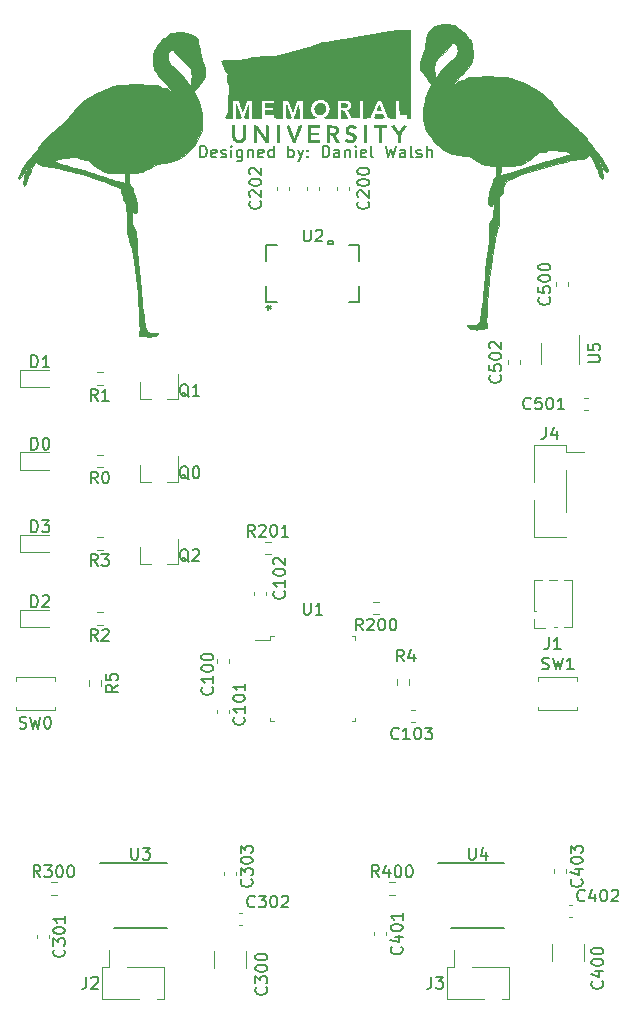
<source format=gbr>
%TF.GenerationSoftware,KiCad,Pcbnew,(5.1.9)-1*%
%TF.CreationDate,2021-05-10T18:00:28-02:30*%
%TF.ProjectId,flamingo,666c616d-696e-4676-9f2e-6b696361645f,rev?*%
%TF.SameCoordinates,Original*%
%TF.FileFunction,Legend,Top*%
%TF.FilePolarity,Positive*%
%FSLAX46Y46*%
G04 Gerber Fmt 4.6, Leading zero omitted, Abs format (unit mm)*
G04 Created by KiCad (PCBNEW (5.1.9)-1) date 2021-05-10 18:00:28*
%MOMM*%
%LPD*%
G01*
G04 APERTURE LIST*
%ADD10C,0.150000*%
%ADD11C,0.120000*%
%ADD12C,0.010000*%
%ADD13C,0.152400*%
G04 APERTURE END LIST*
D10*
X118714476Y-77160380D02*
X118714476Y-76160380D01*
X118952571Y-76160380D01*
X119095428Y-76208000D01*
X119190666Y-76303238D01*
X119238285Y-76398476D01*
X119285904Y-76588952D01*
X119285904Y-76731809D01*
X119238285Y-76922285D01*
X119190666Y-77017523D01*
X119095428Y-77112761D01*
X118952571Y-77160380D01*
X118714476Y-77160380D01*
X120095428Y-77112761D02*
X120000190Y-77160380D01*
X119809714Y-77160380D01*
X119714476Y-77112761D01*
X119666857Y-77017523D01*
X119666857Y-76636571D01*
X119714476Y-76541333D01*
X119809714Y-76493714D01*
X120000190Y-76493714D01*
X120095428Y-76541333D01*
X120143047Y-76636571D01*
X120143047Y-76731809D01*
X119666857Y-76827047D01*
X120524000Y-77112761D02*
X120619238Y-77160380D01*
X120809714Y-77160380D01*
X120904952Y-77112761D01*
X120952571Y-77017523D01*
X120952571Y-76969904D01*
X120904952Y-76874666D01*
X120809714Y-76827047D01*
X120666857Y-76827047D01*
X120571619Y-76779428D01*
X120524000Y-76684190D01*
X120524000Y-76636571D01*
X120571619Y-76541333D01*
X120666857Y-76493714D01*
X120809714Y-76493714D01*
X120904952Y-76541333D01*
X121381142Y-77160380D02*
X121381142Y-76493714D01*
X121381142Y-76160380D02*
X121333523Y-76208000D01*
X121381142Y-76255619D01*
X121428761Y-76208000D01*
X121381142Y-76160380D01*
X121381142Y-76255619D01*
X122285904Y-76493714D02*
X122285904Y-77303238D01*
X122238285Y-77398476D01*
X122190666Y-77446095D01*
X122095428Y-77493714D01*
X121952571Y-77493714D01*
X121857333Y-77446095D01*
X122285904Y-77112761D02*
X122190666Y-77160380D01*
X122000190Y-77160380D01*
X121904952Y-77112761D01*
X121857333Y-77065142D01*
X121809714Y-76969904D01*
X121809714Y-76684190D01*
X121857333Y-76588952D01*
X121904952Y-76541333D01*
X122000190Y-76493714D01*
X122190666Y-76493714D01*
X122285904Y-76541333D01*
X122762095Y-76493714D02*
X122762095Y-77160380D01*
X122762095Y-76588952D02*
X122809714Y-76541333D01*
X122904952Y-76493714D01*
X123047809Y-76493714D01*
X123143047Y-76541333D01*
X123190666Y-76636571D01*
X123190666Y-77160380D01*
X124047809Y-77112761D02*
X123952571Y-77160380D01*
X123762095Y-77160380D01*
X123666857Y-77112761D01*
X123619238Y-77017523D01*
X123619238Y-76636571D01*
X123666857Y-76541333D01*
X123762095Y-76493714D01*
X123952571Y-76493714D01*
X124047809Y-76541333D01*
X124095428Y-76636571D01*
X124095428Y-76731809D01*
X123619238Y-76827047D01*
X124952571Y-77160380D02*
X124952571Y-76160380D01*
X124952571Y-77112761D02*
X124857333Y-77160380D01*
X124666857Y-77160380D01*
X124571619Y-77112761D01*
X124524000Y-77065142D01*
X124476380Y-76969904D01*
X124476380Y-76684190D01*
X124524000Y-76588952D01*
X124571619Y-76541333D01*
X124666857Y-76493714D01*
X124857333Y-76493714D01*
X124952571Y-76541333D01*
X126190666Y-77160380D02*
X126190666Y-76160380D01*
X126190666Y-76541333D02*
X126285904Y-76493714D01*
X126476380Y-76493714D01*
X126571619Y-76541333D01*
X126619238Y-76588952D01*
X126666857Y-76684190D01*
X126666857Y-76969904D01*
X126619238Y-77065142D01*
X126571619Y-77112761D01*
X126476380Y-77160380D01*
X126285904Y-77160380D01*
X126190666Y-77112761D01*
X127000190Y-76493714D02*
X127238285Y-77160380D01*
X127476380Y-76493714D02*
X127238285Y-77160380D01*
X127143047Y-77398476D01*
X127095428Y-77446095D01*
X127000190Y-77493714D01*
X127857333Y-77065142D02*
X127904952Y-77112761D01*
X127857333Y-77160380D01*
X127809714Y-77112761D01*
X127857333Y-77065142D01*
X127857333Y-77160380D01*
X127857333Y-76541333D02*
X127904952Y-76588952D01*
X127857333Y-76636571D01*
X127809714Y-76588952D01*
X127857333Y-76541333D01*
X127857333Y-76636571D01*
X129095428Y-77160380D02*
X129095428Y-76160380D01*
X129333523Y-76160380D01*
X129476380Y-76208000D01*
X129571619Y-76303238D01*
X129619238Y-76398476D01*
X129666857Y-76588952D01*
X129666857Y-76731809D01*
X129619238Y-76922285D01*
X129571619Y-77017523D01*
X129476380Y-77112761D01*
X129333523Y-77160380D01*
X129095428Y-77160380D01*
X130524000Y-77160380D02*
X130524000Y-76636571D01*
X130476380Y-76541333D01*
X130381142Y-76493714D01*
X130190666Y-76493714D01*
X130095428Y-76541333D01*
X130524000Y-77112761D02*
X130428761Y-77160380D01*
X130190666Y-77160380D01*
X130095428Y-77112761D01*
X130047809Y-77017523D01*
X130047809Y-76922285D01*
X130095428Y-76827047D01*
X130190666Y-76779428D01*
X130428761Y-76779428D01*
X130524000Y-76731809D01*
X131000190Y-76493714D02*
X131000190Y-77160380D01*
X131000190Y-76588952D02*
X131047809Y-76541333D01*
X131143047Y-76493714D01*
X131285904Y-76493714D01*
X131381142Y-76541333D01*
X131428761Y-76636571D01*
X131428761Y-77160380D01*
X131904952Y-77160380D02*
X131904952Y-76493714D01*
X131904952Y-76160380D02*
X131857333Y-76208000D01*
X131904952Y-76255619D01*
X131952571Y-76208000D01*
X131904952Y-76160380D01*
X131904952Y-76255619D01*
X132762095Y-77112761D02*
X132666857Y-77160380D01*
X132476380Y-77160380D01*
X132381142Y-77112761D01*
X132333523Y-77017523D01*
X132333523Y-76636571D01*
X132381142Y-76541333D01*
X132476380Y-76493714D01*
X132666857Y-76493714D01*
X132762095Y-76541333D01*
X132809714Y-76636571D01*
X132809714Y-76731809D01*
X132333523Y-76827047D01*
X133381142Y-77160380D02*
X133285904Y-77112761D01*
X133238285Y-77017523D01*
X133238285Y-76160380D01*
X134428761Y-76160380D02*
X134666857Y-77160380D01*
X134857333Y-76446095D01*
X135047809Y-77160380D01*
X135285904Y-76160380D01*
X136095428Y-77160380D02*
X136095428Y-76636571D01*
X136047809Y-76541333D01*
X135952571Y-76493714D01*
X135762095Y-76493714D01*
X135666857Y-76541333D01*
X136095428Y-77112761D02*
X136000190Y-77160380D01*
X135762095Y-77160380D01*
X135666857Y-77112761D01*
X135619238Y-77017523D01*
X135619238Y-76922285D01*
X135666857Y-76827047D01*
X135762095Y-76779428D01*
X136000190Y-76779428D01*
X136095428Y-76731809D01*
X136714476Y-77160380D02*
X136619238Y-77112761D01*
X136571619Y-77017523D01*
X136571619Y-76160380D01*
X137047809Y-77112761D02*
X137143047Y-77160380D01*
X137333523Y-77160380D01*
X137428761Y-77112761D01*
X137476380Y-77017523D01*
X137476380Y-76969904D01*
X137428761Y-76874666D01*
X137333523Y-76827047D01*
X137190666Y-76827047D01*
X137095428Y-76779428D01*
X137047809Y-76684190D01*
X137047809Y-76636571D01*
X137095428Y-76541333D01*
X137190666Y-76493714D01*
X137333523Y-76493714D01*
X137428761Y-76541333D01*
X137904952Y-77160380D02*
X137904952Y-76160380D01*
X138333523Y-77160380D02*
X138333523Y-76636571D01*
X138285904Y-76541333D01*
X138190666Y-76493714D01*
X138047809Y-76493714D01*
X137952571Y-76541333D01*
X137904952Y-76588952D01*
D11*
%TO.C,R300*%
X106067776Y-138542500D02*
X106577224Y-138542500D01*
X106067776Y-139587500D02*
X106577224Y-139587500D01*
%TO.C,R201*%
X124205276Y-110758500D02*
X124714724Y-110758500D01*
X124205276Y-109713500D02*
X124714724Y-109713500D01*
%TO.C,R200*%
X133858724Y-114793500D02*
X133349276Y-114793500D01*
X133858724Y-115838500D02*
X133349276Y-115838500D01*
D10*
%TO.C,U3*%
X110290000Y-136875000D02*
X115915000Y-136875000D01*
X111415000Y-142425000D02*
X115915000Y-142425000D01*
%TO.C,U4*%
X138865000Y-136875000D02*
X144490000Y-136875000D01*
X139990000Y-142425000D02*
X144490000Y-142425000D01*
D12*
%TO.C,G\u002A\u002A\u002A*%
G36*
X121623044Y-74900118D02*
G01*
X121623586Y-75029899D01*
X121624077Y-75133025D01*
X121624620Y-75212725D01*
X121625317Y-75272225D01*
X121626268Y-75314755D01*
X121627577Y-75343540D01*
X121629344Y-75361810D01*
X121631671Y-75372791D01*
X121634661Y-75379711D01*
X121638358Y-75385706D01*
X121646488Y-75409008D01*
X121655419Y-75448801D01*
X121657805Y-75462287D01*
X121682615Y-75530078D01*
X121730559Y-75595184D01*
X121795130Y-75651118D01*
X121869821Y-75691395D01*
X121896740Y-75700476D01*
X121996453Y-75715233D01*
X122089766Y-75702001D01*
X122173600Y-75661287D01*
X122184653Y-75653233D01*
X122226486Y-75619902D01*
X122260783Y-75587655D01*
X122288290Y-75553201D01*
X122309750Y-75513249D01*
X122325910Y-75464508D01*
X122337512Y-75403688D01*
X122345302Y-75327497D01*
X122350023Y-75232644D01*
X122352422Y-75115838D01*
X122353242Y-74973788D01*
X122353294Y-74907814D01*
X122353294Y-74451883D01*
X122532588Y-74451883D01*
X122532221Y-74941206D01*
X122531833Y-75091686D01*
X122530518Y-75215755D01*
X122527681Y-75316886D01*
X122522726Y-75398549D01*
X122515056Y-75464213D01*
X122504074Y-75517351D01*
X122489186Y-75561433D01*
X122469794Y-75599930D01*
X122445302Y-75636312D01*
X122415115Y-75674050D01*
X122404105Y-75687038D01*
X122324159Y-75762365D01*
X122229802Y-75821577D01*
X122127366Y-75862539D01*
X122023185Y-75883114D01*
X121923593Y-75881165D01*
X121867706Y-75867972D01*
X121754837Y-75823919D01*
X121666489Y-75774364D01*
X121597329Y-75715087D01*
X121542024Y-75641866D01*
X121511678Y-75586236D01*
X121492964Y-75544862D01*
X121477868Y-75502960D01*
X121466014Y-75456820D01*
X121457025Y-75402729D01*
X121450525Y-75336978D01*
X121446138Y-75255855D01*
X121443486Y-75155649D01*
X121442194Y-75032648D01*
X121441882Y-74898078D01*
X121441882Y-74451883D01*
X121621177Y-74451883D01*
X121623044Y-74900118D01*
G37*
X121623044Y-74900118D02*
X121623586Y-75029899D01*
X121624077Y-75133025D01*
X121624620Y-75212725D01*
X121625317Y-75272225D01*
X121626268Y-75314755D01*
X121627577Y-75343540D01*
X121629344Y-75361810D01*
X121631671Y-75372791D01*
X121634661Y-75379711D01*
X121638358Y-75385706D01*
X121646488Y-75409008D01*
X121655419Y-75448801D01*
X121657805Y-75462287D01*
X121682615Y-75530078D01*
X121730559Y-75595184D01*
X121795130Y-75651118D01*
X121869821Y-75691395D01*
X121896740Y-75700476D01*
X121996453Y-75715233D01*
X122089766Y-75702001D01*
X122173600Y-75661287D01*
X122184653Y-75653233D01*
X122226486Y-75619902D01*
X122260783Y-75587655D01*
X122288290Y-75553201D01*
X122309750Y-75513249D01*
X122325910Y-75464508D01*
X122337512Y-75403688D01*
X122345302Y-75327497D01*
X122350023Y-75232644D01*
X122352422Y-75115838D01*
X122353242Y-74973788D01*
X122353294Y-74907814D01*
X122353294Y-74451883D01*
X122532588Y-74451883D01*
X122532221Y-74941206D01*
X122531833Y-75091686D01*
X122530518Y-75215755D01*
X122527681Y-75316886D01*
X122522726Y-75398549D01*
X122515056Y-75464213D01*
X122504074Y-75517351D01*
X122489186Y-75561433D01*
X122469794Y-75599930D01*
X122445302Y-75636312D01*
X122415115Y-75674050D01*
X122404105Y-75687038D01*
X122324159Y-75762365D01*
X122229802Y-75821577D01*
X122127366Y-75862539D01*
X122023185Y-75883114D01*
X121923593Y-75881165D01*
X121867706Y-75867972D01*
X121754837Y-75823919D01*
X121666489Y-75774364D01*
X121597329Y-75715087D01*
X121542024Y-75641866D01*
X121511678Y-75586236D01*
X121492964Y-75544862D01*
X121477868Y-75502960D01*
X121466014Y-75456820D01*
X121457025Y-75402729D01*
X121450525Y-75336978D01*
X121446138Y-75255855D01*
X121443486Y-75155649D01*
X121442194Y-75032648D01*
X121441882Y-74898078D01*
X121441882Y-74451883D01*
X121621177Y-74451883D01*
X121623044Y-74900118D01*
G36*
X131612499Y-74420009D02*
G01*
X131712018Y-74443314D01*
X131798443Y-74483750D01*
X131798705Y-74483917D01*
X131853576Y-74520934D01*
X131884206Y-74547924D01*
X131893191Y-74567996D01*
X131883129Y-74584258D01*
X131882785Y-74584539D01*
X131860012Y-74603261D01*
X131825026Y-74632327D01*
X131808266Y-74646319D01*
X131753179Y-74692382D01*
X131714924Y-74659120D01*
X131648209Y-74617970D01*
X131567680Y-74593857D01*
X131481618Y-74586980D01*
X131398302Y-74597538D01*
X131326016Y-74625728D01*
X131293752Y-74649008D01*
X131267113Y-74681292D01*
X131240763Y-74725505D01*
X131235396Y-74736713D01*
X131218962Y-74781871D01*
X131217896Y-74819896D01*
X131225666Y-74852218D01*
X131249529Y-74904345D01*
X131285341Y-74952067D01*
X131326027Y-74987902D01*
X131364511Y-75004369D01*
X131369866Y-75004706D01*
X131402486Y-75011802D01*
X131419056Y-75019237D01*
X131443900Y-75030063D01*
X131489583Y-75047343D01*
X131548531Y-75068275D01*
X131586941Y-75081362D01*
X131701732Y-75127718D01*
X131792027Y-75181148D01*
X131855822Y-75240317D01*
X131879845Y-75276646D01*
X131893158Y-75314715D01*
X131904803Y-75369118D01*
X131910728Y-75413754D01*
X131907791Y-75526018D01*
X131877034Y-75627434D01*
X131818497Y-75717870D01*
X131817992Y-75718461D01*
X131772902Y-75760981D01*
X131715593Y-75801148D01*
X131655360Y-75833635D01*
X131601498Y-75853113D01*
X131577419Y-75856353D01*
X131546954Y-75862323D01*
X131534647Y-75871294D01*
X131514065Y-75880268D01*
X131472077Y-75883993D01*
X131416643Y-75882750D01*
X131355724Y-75876819D01*
X131297281Y-75866481D01*
X131280647Y-75862354D01*
X131205184Y-75837009D01*
X131130380Y-75803404D01*
X131065623Y-75766319D01*
X131020305Y-75730533D01*
X131018990Y-75729155D01*
X130985373Y-75693371D01*
X131034361Y-75651597D01*
X131082897Y-75612085D01*
X131116801Y-75591734D01*
X131143015Y-75589028D01*
X131168480Y-75602451D01*
X131186987Y-75618253D01*
X131229626Y-75648459D01*
X131287369Y-75678545D01*
X131349137Y-75703738D01*
X131403849Y-75719263D01*
X131427653Y-75721956D01*
X131485148Y-75712419D01*
X131552201Y-75687112D01*
X131617176Y-75651329D01*
X131664660Y-75614151D01*
X131698166Y-75578476D01*
X131715036Y-75547791D01*
X131720874Y-75508568D01*
X131721412Y-75477109D01*
X131719737Y-75428297D01*
X131710790Y-75396375D01*
X131688689Y-75368622D01*
X131658958Y-75342047D01*
X131621531Y-75312249D01*
X131591874Y-75292618D01*
X131580517Y-75288081D01*
X131558117Y-75281681D01*
X131520787Y-75266199D01*
X131504765Y-75258706D01*
X131463026Y-75240744D01*
X131429936Y-75230274D01*
X131422588Y-75229239D01*
X131394017Y-75222199D01*
X131357380Y-75206320D01*
X131319641Y-75190297D01*
X131290145Y-75183504D01*
X131253570Y-75171715D01*
X131206601Y-75141273D01*
X131156274Y-75097798D01*
X131109626Y-75046910D01*
X131094864Y-75027545D01*
X131069488Y-74990748D01*
X131053797Y-74960568D01*
X131045465Y-74927885D01*
X131042171Y-74883577D01*
X131041588Y-74818522D01*
X131041588Y-74818423D01*
X131043263Y-74746092D01*
X131050813Y-74692218D01*
X131068028Y-74647067D01*
X131098696Y-74600907D01*
X131146609Y-74544002D01*
X131149840Y-74540344D01*
X131215681Y-74486612D01*
X131301477Y-74447137D01*
X131400619Y-74422496D01*
X131506496Y-74413261D01*
X131612499Y-74420009D01*
G37*
X131612499Y-74420009D02*
X131712018Y-74443314D01*
X131798443Y-74483750D01*
X131798705Y-74483917D01*
X131853576Y-74520934D01*
X131884206Y-74547924D01*
X131893191Y-74567996D01*
X131883129Y-74584258D01*
X131882785Y-74584539D01*
X131860012Y-74603261D01*
X131825026Y-74632327D01*
X131808266Y-74646319D01*
X131753179Y-74692382D01*
X131714924Y-74659120D01*
X131648209Y-74617970D01*
X131567680Y-74593857D01*
X131481618Y-74586980D01*
X131398302Y-74597538D01*
X131326016Y-74625728D01*
X131293752Y-74649008D01*
X131267113Y-74681292D01*
X131240763Y-74725505D01*
X131235396Y-74736713D01*
X131218962Y-74781871D01*
X131217896Y-74819896D01*
X131225666Y-74852218D01*
X131249529Y-74904345D01*
X131285341Y-74952067D01*
X131326027Y-74987902D01*
X131364511Y-75004369D01*
X131369866Y-75004706D01*
X131402486Y-75011802D01*
X131419056Y-75019237D01*
X131443900Y-75030063D01*
X131489583Y-75047343D01*
X131548531Y-75068275D01*
X131586941Y-75081362D01*
X131701732Y-75127718D01*
X131792027Y-75181148D01*
X131855822Y-75240317D01*
X131879845Y-75276646D01*
X131893158Y-75314715D01*
X131904803Y-75369118D01*
X131910728Y-75413754D01*
X131907791Y-75526018D01*
X131877034Y-75627434D01*
X131818497Y-75717870D01*
X131817992Y-75718461D01*
X131772902Y-75760981D01*
X131715593Y-75801148D01*
X131655360Y-75833635D01*
X131601498Y-75853113D01*
X131577419Y-75856353D01*
X131546954Y-75862323D01*
X131534647Y-75871294D01*
X131514065Y-75880268D01*
X131472077Y-75883993D01*
X131416643Y-75882750D01*
X131355724Y-75876819D01*
X131297281Y-75866481D01*
X131280647Y-75862354D01*
X131205184Y-75837009D01*
X131130380Y-75803404D01*
X131065623Y-75766319D01*
X131020305Y-75730533D01*
X131018990Y-75729155D01*
X130985373Y-75693371D01*
X131034361Y-75651597D01*
X131082897Y-75612085D01*
X131116801Y-75591734D01*
X131143015Y-75589028D01*
X131168480Y-75602451D01*
X131186987Y-75618253D01*
X131229626Y-75648459D01*
X131287369Y-75678545D01*
X131349137Y-75703738D01*
X131403849Y-75719263D01*
X131427653Y-75721956D01*
X131485148Y-75712419D01*
X131552201Y-75687112D01*
X131617176Y-75651329D01*
X131664660Y-75614151D01*
X131698166Y-75578476D01*
X131715036Y-75547791D01*
X131720874Y-75508568D01*
X131721412Y-75477109D01*
X131719737Y-75428297D01*
X131710790Y-75396375D01*
X131688689Y-75368622D01*
X131658958Y-75342047D01*
X131621531Y-75312249D01*
X131591874Y-75292618D01*
X131580517Y-75288081D01*
X131558117Y-75281681D01*
X131520787Y-75266199D01*
X131504765Y-75258706D01*
X131463026Y-75240744D01*
X131429936Y-75230274D01*
X131422588Y-75229239D01*
X131394017Y-75222199D01*
X131357380Y-75206320D01*
X131319641Y-75190297D01*
X131290145Y-75183504D01*
X131253570Y-75171715D01*
X131206601Y-75141273D01*
X131156274Y-75097798D01*
X131109626Y-75046910D01*
X131094864Y-75027545D01*
X131069488Y-74990748D01*
X131053797Y-74960568D01*
X131045465Y-74927885D01*
X131042171Y-74883577D01*
X131041588Y-74818522D01*
X131041588Y-74818423D01*
X131043263Y-74746092D01*
X131050813Y-74692218D01*
X131068028Y-74647067D01*
X131098696Y-74600907D01*
X131146609Y-74544002D01*
X131149840Y-74540344D01*
X131215681Y-74486612D01*
X131301477Y-74447137D01*
X131400619Y-74422496D01*
X131506496Y-74413261D01*
X131612499Y-74420009D01*
G36*
X124406429Y-74449530D02*
G01*
X124489882Y-74454648D01*
X124489882Y-75841412D01*
X124373674Y-75841412D01*
X124310506Y-75839981D01*
X124270180Y-75834802D01*
X124245750Y-75824547D01*
X124235468Y-75814969D01*
X124201071Y-75769453D01*
X124163845Y-75713987D01*
X124131556Y-75660593D01*
X124114966Y-75628500D01*
X124098673Y-75599424D01*
X124085412Y-75587412D01*
X124072440Y-75575781D01*
X124048459Y-75545054D01*
X124018289Y-75501482D01*
X124013401Y-75494030D01*
X123950371Y-75397696D01*
X123896491Y-75316278D01*
X123853392Y-75252199D01*
X123822710Y-75207881D01*
X123806076Y-75185746D01*
X123804352Y-75184000D01*
X123788968Y-75166391D01*
X123766775Y-75136031D01*
X123744841Y-75103267D01*
X123730235Y-75078448D01*
X123727882Y-75072066D01*
X123719976Y-75057582D01*
X123699168Y-75025105D01*
X123669828Y-74981030D01*
X123636324Y-74931752D01*
X123603025Y-74883666D01*
X123574298Y-74843166D01*
X123554513Y-74816646D01*
X123549173Y-74810471D01*
X123536969Y-74793426D01*
X123518053Y-74761936D01*
X123516151Y-74758570D01*
X123494723Y-74726764D01*
X123476229Y-74709240D01*
X123475063Y-74708766D01*
X123470507Y-74718226D01*
X123466758Y-74750702D01*
X123463783Y-74807366D01*
X123461548Y-74889392D01*
X123460020Y-74997954D01*
X123459164Y-75134223D01*
X123458941Y-75272402D01*
X123458941Y-75841412D01*
X123279647Y-75841412D01*
X123279647Y-74451883D01*
X123404249Y-74451883D01*
X123465898Y-74452542D01*
X123504432Y-74455598D01*
X123526605Y-74462672D01*
X123539175Y-74475383D01*
X123544507Y-74485500D01*
X123560519Y-74512875D01*
X123589265Y-74555974D01*
X123625338Y-74606776D01*
X123636552Y-74622013D01*
X123671236Y-74670245D01*
X123697693Y-74709918D01*
X123711733Y-74734632D01*
X123712941Y-74738703D01*
X123721293Y-74757531D01*
X123742744Y-74791086D01*
X123761500Y-74817123D01*
X123783408Y-74846354D01*
X123801179Y-74870543D01*
X123818641Y-74895254D01*
X123839620Y-74926051D01*
X123867945Y-74968499D01*
X123907444Y-75028161D01*
X123926507Y-75057000D01*
X123968504Y-75120148D01*
X124011387Y-75183986D01*
X124047757Y-75237519D01*
X124057197Y-75251235D01*
X124087592Y-75295744D01*
X124112561Y-75333324D01*
X124123824Y-75351127D01*
X124151412Y-75394902D01*
X124185402Y-75444973D01*
X124221346Y-75495285D01*
X124254794Y-75539785D01*
X124281299Y-75572416D01*
X124296411Y-75587125D01*
X124297434Y-75587412D01*
X124300443Y-75572988D01*
X124303196Y-75531786D01*
X124305620Y-75466908D01*
X124307643Y-75381458D01*
X124309193Y-75278539D01*
X124310199Y-75161254D01*
X124310586Y-75032706D01*
X124310588Y-75022137D01*
X124310746Y-74895182D01*
X124311197Y-74777854D01*
X124311904Y-74673453D01*
X124312832Y-74585279D01*
X124313946Y-74516632D01*
X124315208Y-74470812D01*
X124316585Y-74451119D01*
X124316781Y-74450637D01*
X124333876Y-74448070D01*
X124371482Y-74447977D01*
X124406429Y-74449530D01*
G37*
X124406429Y-74449530D02*
X124489882Y-74454648D01*
X124489882Y-75841412D01*
X124373674Y-75841412D01*
X124310506Y-75839981D01*
X124270180Y-75834802D01*
X124245750Y-75824547D01*
X124235468Y-75814969D01*
X124201071Y-75769453D01*
X124163845Y-75713987D01*
X124131556Y-75660593D01*
X124114966Y-75628500D01*
X124098673Y-75599424D01*
X124085412Y-75587412D01*
X124072440Y-75575781D01*
X124048459Y-75545054D01*
X124018289Y-75501482D01*
X124013401Y-75494030D01*
X123950371Y-75397696D01*
X123896491Y-75316278D01*
X123853392Y-75252199D01*
X123822710Y-75207881D01*
X123806076Y-75185746D01*
X123804352Y-75184000D01*
X123788968Y-75166391D01*
X123766775Y-75136031D01*
X123744841Y-75103267D01*
X123730235Y-75078448D01*
X123727882Y-75072066D01*
X123719976Y-75057582D01*
X123699168Y-75025105D01*
X123669828Y-74981030D01*
X123636324Y-74931752D01*
X123603025Y-74883666D01*
X123574298Y-74843166D01*
X123554513Y-74816646D01*
X123549173Y-74810471D01*
X123536969Y-74793426D01*
X123518053Y-74761936D01*
X123516151Y-74758570D01*
X123494723Y-74726764D01*
X123476229Y-74709240D01*
X123475063Y-74708766D01*
X123470507Y-74718226D01*
X123466758Y-74750702D01*
X123463783Y-74807366D01*
X123461548Y-74889392D01*
X123460020Y-74997954D01*
X123459164Y-75134223D01*
X123458941Y-75272402D01*
X123458941Y-75841412D01*
X123279647Y-75841412D01*
X123279647Y-74451883D01*
X123404249Y-74451883D01*
X123465898Y-74452542D01*
X123504432Y-74455598D01*
X123526605Y-74462672D01*
X123539175Y-74475383D01*
X123544507Y-74485500D01*
X123560519Y-74512875D01*
X123589265Y-74555974D01*
X123625338Y-74606776D01*
X123636552Y-74622013D01*
X123671236Y-74670245D01*
X123697693Y-74709918D01*
X123711733Y-74734632D01*
X123712941Y-74738703D01*
X123721293Y-74757531D01*
X123742744Y-74791086D01*
X123761500Y-74817123D01*
X123783408Y-74846354D01*
X123801179Y-74870543D01*
X123818641Y-74895254D01*
X123839620Y-74926051D01*
X123867945Y-74968499D01*
X123907444Y-75028161D01*
X123926507Y-75057000D01*
X123968504Y-75120148D01*
X124011387Y-75183986D01*
X124047757Y-75237519D01*
X124057197Y-75251235D01*
X124087592Y-75295744D01*
X124112561Y-75333324D01*
X124123824Y-75351127D01*
X124151412Y-75394902D01*
X124185402Y-75444973D01*
X124221346Y-75495285D01*
X124254794Y-75539785D01*
X124281299Y-75572416D01*
X124296411Y-75587125D01*
X124297434Y-75587412D01*
X124300443Y-75572988D01*
X124303196Y-75531786D01*
X124305620Y-75466908D01*
X124307643Y-75381458D01*
X124309193Y-75278539D01*
X124310199Y-75161254D01*
X124310586Y-75032706D01*
X124310588Y-75022137D01*
X124310746Y-74895182D01*
X124311197Y-74777854D01*
X124311904Y-74673453D01*
X124312832Y-74585279D01*
X124313946Y-74516632D01*
X124315208Y-74470812D01*
X124316585Y-74451119D01*
X124316781Y-74450637D01*
X124333876Y-74448070D01*
X124371482Y-74447977D01*
X124406429Y-74449530D01*
G36*
X125446118Y-75841412D02*
G01*
X125266824Y-75841412D01*
X125266824Y-74451883D01*
X125446118Y-74451883D01*
X125446118Y-75841412D01*
G37*
X125446118Y-75841412D02*
X125266824Y-75841412D01*
X125266824Y-74451883D01*
X125446118Y-74451883D01*
X125446118Y-75841412D01*
G36*
X127262546Y-74507912D02*
G01*
X127246413Y-74550777D01*
X127224547Y-74608895D01*
X127202116Y-74668530D01*
X127180970Y-74724022D01*
X127162323Y-74771679D01*
X127149988Y-74801763D01*
X127149441Y-74803000D01*
X127112962Y-74885860D01*
X127086509Y-74949063D01*
X127067188Y-74999895D01*
X127052102Y-75045644D01*
X127049346Y-75054796D01*
X127030031Y-75110991D01*
X127007333Y-75165141D01*
X126998666Y-75182587D01*
X126980454Y-75220407D01*
X126970658Y-75248232D01*
X126970118Y-75252454D01*
X126964035Y-75276695D01*
X126949381Y-75311938D01*
X126949139Y-75312440D01*
X126917463Y-75380483D01*
X126888726Y-75446734D01*
X126866883Y-75501847D01*
X126858142Y-75527647D01*
X126844668Y-75568672D01*
X126824946Y-75622921D01*
X126802026Y-75682674D01*
X126778958Y-75740214D01*
X126758792Y-75787823D01*
X126744579Y-75817781D01*
X126741525Y-75822735D01*
X126718113Y-75833974D01*
X126673123Y-75840444D01*
X126643238Y-75841412D01*
X126595030Y-75840404D01*
X126567846Y-75834559D01*
X126552835Y-75819646D01*
X126541655Y-75792853D01*
X126504061Y-75689234D01*
X126467059Y-75589360D01*
X126433556Y-75500981D01*
X126406459Y-75431845D01*
X126402901Y-75423059D01*
X126379935Y-75365378D01*
X126357967Y-75308100D01*
X126348041Y-75281118D01*
X126328855Y-75230449D01*
X126309292Y-75183064D01*
X126306387Y-75176530D01*
X126290175Y-75136391D01*
X126270836Y-75082633D01*
X126259842Y-75049530D01*
X126243698Y-75002110D01*
X126229592Y-74965935D01*
X126222793Y-74952412D01*
X126211743Y-74929506D01*
X126197418Y-74890724D01*
X126193177Y-74877706D01*
X126178748Y-74836624D01*
X126165883Y-74807522D01*
X126163067Y-74803000D01*
X126151694Y-74780668D01*
X126133913Y-74737922D01*
X126112460Y-74682283D01*
X126090069Y-74621275D01*
X126069477Y-74562420D01*
X126053419Y-74513240D01*
X126044632Y-74481258D01*
X126043765Y-74474947D01*
X126049880Y-74461918D01*
X126072105Y-74454760D01*
X126116257Y-74452046D01*
X126137894Y-74451883D01*
X126203097Y-74455511D01*
X126243525Y-74467917D01*
X126263570Y-74491383D01*
X126267882Y-74519429D01*
X126273235Y-74547142D01*
X126287966Y-74596937D01*
X126310091Y-74663259D01*
X126337622Y-74740556D01*
X126368573Y-74823271D01*
X126400957Y-74905852D01*
X126432787Y-74982744D01*
X126437635Y-74994007D01*
X126453431Y-75037507D01*
X126461743Y-75074102D01*
X126462118Y-75080122D01*
X126469593Y-75118949D01*
X126476885Y-75135644D01*
X126488327Y-75160568D01*
X126507730Y-75207907D01*
X126532894Y-75271975D01*
X126561616Y-75347086D01*
X126591697Y-75427554D01*
X126620934Y-75507693D01*
X126621394Y-75508971D01*
X126637198Y-75546984D01*
X126650761Y-75569666D01*
X126654902Y-75572471D01*
X126663793Y-75559292D01*
X126680754Y-75523155D01*
X126703568Y-75469155D01*
X126730015Y-75402388D01*
X126737818Y-75381971D01*
X126766233Y-75307766D01*
X126792634Y-75240137D01*
X126814358Y-75185822D01*
X126828739Y-75151559D01*
X126830321Y-75148087D01*
X126845042Y-75105830D01*
X126850588Y-75070528D01*
X126856005Y-75040119D01*
X126864439Y-75027791D01*
X126877475Y-75009047D01*
X126892361Y-74973364D01*
X126895628Y-74963410D01*
X126913411Y-74912850D01*
X126935911Y-74857036D01*
X126941541Y-74844251D01*
X126958786Y-74801933D01*
X126968958Y-74769054D01*
X126970118Y-74760830D01*
X126976455Y-74735618D01*
X126979734Y-74731128D01*
X126993296Y-74708540D01*
X127011647Y-74667244D01*
X127031053Y-74617172D01*
X127047783Y-74568257D01*
X127058102Y-74530432D01*
X127059696Y-74518371D01*
X127066948Y-74484917D01*
X127091403Y-74464188D01*
X127137380Y-74453974D01*
X127189632Y-74451883D01*
X127283640Y-74451883D01*
X127262546Y-74507912D01*
G37*
X127262546Y-74507912D02*
X127246413Y-74550777D01*
X127224547Y-74608895D01*
X127202116Y-74668530D01*
X127180970Y-74724022D01*
X127162323Y-74771679D01*
X127149988Y-74801763D01*
X127149441Y-74803000D01*
X127112962Y-74885860D01*
X127086509Y-74949063D01*
X127067188Y-74999895D01*
X127052102Y-75045644D01*
X127049346Y-75054796D01*
X127030031Y-75110991D01*
X127007333Y-75165141D01*
X126998666Y-75182587D01*
X126980454Y-75220407D01*
X126970658Y-75248232D01*
X126970118Y-75252454D01*
X126964035Y-75276695D01*
X126949381Y-75311938D01*
X126949139Y-75312440D01*
X126917463Y-75380483D01*
X126888726Y-75446734D01*
X126866883Y-75501847D01*
X126858142Y-75527647D01*
X126844668Y-75568672D01*
X126824946Y-75622921D01*
X126802026Y-75682674D01*
X126778958Y-75740214D01*
X126758792Y-75787823D01*
X126744579Y-75817781D01*
X126741525Y-75822735D01*
X126718113Y-75833974D01*
X126673123Y-75840444D01*
X126643238Y-75841412D01*
X126595030Y-75840404D01*
X126567846Y-75834559D01*
X126552835Y-75819646D01*
X126541655Y-75792853D01*
X126504061Y-75689234D01*
X126467059Y-75589360D01*
X126433556Y-75500981D01*
X126406459Y-75431845D01*
X126402901Y-75423059D01*
X126379935Y-75365378D01*
X126357967Y-75308100D01*
X126348041Y-75281118D01*
X126328855Y-75230449D01*
X126309292Y-75183064D01*
X126306387Y-75176530D01*
X126290175Y-75136391D01*
X126270836Y-75082633D01*
X126259842Y-75049530D01*
X126243698Y-75002110D01*
X126229592Y-74965935D01*
X126222793Y-74952412D01*
X126211743Y-74929506D01*
X126197418Y-74890724D01*
X126193177Y-74877706D01*
X126178748Y-74836624D01*
X126165883Y-74807522D01*
X126163067Y-74803000D01*
X126151694Y-74780668D01*
X126133913Y-74737922D01*
X126112460Y-74682283D01*
X126090069Y-74621275D01*
X126069477Y-74562420D01*
X126053419Y-74513240D01*
X126044632Y-74481258D01*
X126043765Y-74474947D01*
X126049880Y-74461918D01*
X126072105Y-74454760D01*
X126116257Y-74452046D01*
X126137894Y-74451883D01*
X126203097Y-74455511D01*
X126243525Y-74467917D01*
X126263570Y-74491383D01*
X126267882Y-74519429D01*
X126273235Y-74547142D01*
X126287966Y-74596937D01*
X126310091Y-74663259D01*
X126337622Y-74740556D01*
X126368573Y-74823271D01*
X126400957Y-74905852D01*
X126432787Y-74982744D01*
X126437635Y-74994007D01*
X126453431Y-75037507D01*
X126461743Y-75074102D01*
X126462118Y-75080122D01*
X126469593Y-75118949D01*
X126476885Y-75135644D01*
X126488327Y-75160568D01*
X126507730Y-75207907D01*
X126532894Y-75271975D01*
X126561616Y-75347086D01*
X126591697Y-75427554D01*
X126620934Y-75507693D01*
X126621394Y-75508971D01*
X126637198Y-75546984D01*
X126650761Y-75569666D01*
X126654902Y-75572471D01*
X126663793Y-75559292D01*
X126680754Y-75523155D01*
X126703568Y-75469155D01*
X126730015Y-75402388D01*
X126737818Y-75381971D01*
X126766233Y-75307766D01*
X126792634Y-75240137D01*
X126814358Y-75185822D01*
X126828739Y-75151559D01*
X126830321Y-75148087D01*
X126845042Y-75105830D01*
X126850588Y-75070528D01*
X126856005Y-75040119D01*
X126864439Y-75027791D01*
X126877475Y-75009047D01*
X126892361Y-74973364D01*
X126895628Y-74963410D01*
X126913411Y-74912850D01*
X126935911Y-74857036D01*
X126941541Y-74844251D01*
X126958786Y-74801933D01*
X126968958Y-74769054D01*
X126970118Y-74760830D01*
X126976455Y-74735618D01*
X126979734Y-74731128D01*
X126993296Y-74708540D01*
X127011647Y-74667244D01*
X127031053Y-74617172D01*
X127047783Y-74568257D01*
X127058102Y-74530432D01*
X127059696Y-74518371D01*
X127066948Y-74484917D01*
X127091403Y-74464188D01*
X127137380Y-74453974D01*
X127189632Y-74451883D01*
X127283640Y-74451883D01*
X127262546Y-74507912D01*
G36*
X128765411Y-74534079D02*
G01*
X128770530Y-74616276D01*
X128408206Y-74616256D01*
X128045882Y-74616235D01*
X128045882Y-75049530D01*
X128718235Y-75049530D01*
X128718235Y-75213883D01*
X128045882Y-75213883D01*
X128045882Y-75677059D01*
X128807882Y-75677059D01*
X128807882Y-75841412D01*
X127866588Y-75841412D01*
X127866588Y-74451883D01*
X128760293Y-74451883D01*
X128765411Y-74534079D01*
G37*
X128765411Y-74534079D02*
X128770530Y-74616276D01*
X128408206Y-74616256D01*
X128045882Y-74616235D01*
X128045882Y-75049530D01*
X128718235Y-75049530D01*
X128718235Y-75213883D01*
X128045882Y-75213883D01*
X128045882Y-75677059D01*
X128807882Y-75677059D01*
X128807882Y-75841412D01*
X127866588Y-75841412D01*
X127866588Y-74451883D01*
X128760293Y-74451883D01*
X128765411Y-74534079D01*
G36*
X129912831Y-74452501D02*
G01*
X129998381Y-74454238D01*
X130067959Y-74456918D01*
X130117344Y-74460362D01*
X130142318Y-74464395D01*
X130144407Y-74465674D01*
X130163820Y-74478345D01*
X130198565Y-74489489D01*
X130198693Y-74489517D01*
X130246914Y-74510407D01*
X130299206Y-74548476D01*
X130344901Y-74594908D01*
X130368293Y-74629659D01*
X130382335Y-74665854D01*
X130397412Y-74717971D01*
X130406445Y-74756863D01*
X130415821Y-74813811D01*
X130415816Y-74860806D01*
X130405825Y-74913846D01*
X130399603Y-74937742D01*
X130378505Y-74997928D01*
X130351724Y-75050392D01*
X130334541Y-75073776D01*
X130281063Y-75121382D01*
X130220753Y-75158798D01*
X130163323Y-75180613D01*
X130136793Y-75184000D01*
X130102826Y-75190061D01*
X130092824Y-75208558D01*
X130100850Y-75233265D01*
X130123287Y-75278397D01*
X130157671Y-75339718D01*
X130201540Y-75412992D01*
X130252431Y-75493981D01*
X130307703Y-75578185D01*
X130339543Y-75627219D01*
X130363610Y-75667301D01*
X130375908Y-75691668D01*
X130376706Y-75694976D01*
X130384911Y-75715017D01*
X130405278Y-75747351D01*
X130411855Y-75756497D01*
X130442165Y-75798352D01*
X130454840Y-75823543D01*
X130446875Y-75836288D01*
X130415267Y-75840802D01*
X130357013Y-75841302D01*
X130351441Y-75841295D01*
X130291976Y-75840457D01*
X130255323Y-75836896D01*
X130234423Y-75828825D01*
X130222221Y-75814455D01*
X130218732Y-75807678D01*
X130188722Y-75746989D01*
X130157340Y-75686800D01*
X130128652Y-75634612D01*
X130106723Y-75597923D01*
X130099302Y-75587412D01*
X130088311Y-75572682D01*
X130074279Y-75550742D01*
X130054779Y-75517371D01*
X130027383Y-75468351D01*
X129989663Y-75399460D01*
X129964165Y-75352546D01*
X129930617Y-75291227D01*
X129905670Y-75251300D01*
X129883148Y-75228182D01*
X129856876Y-75217292D01*
X129820675Y-75214049D01*
X129777229Y-75213883D01*
X129674471Y-75213883D01*
X129674471Y-75841412D01*
X129495177Y-75841412D01*
X129495177Y-75067336D01*
X129674471Y-75067336D01*
X129879912Y-75062168D01*
X129967704Y-75059261D01*
X130031244Y-75055169D01*
X130076155Y-75049151D01*
X130108064Y-75040470D01*
X130131405Y-75029113D01*
X130176194Y-74994768D01*
X130203805Y-74952414D01*
X130219178Y-74893108D01*
X130222934Y-74863342D01*
X130219769Y-74777919D01*
X130192020Y-74707031D01*
X130140753Y-74653158D01*
X130129565Y-74645740D01*
X130103657Y-74632554D01*
X130071410Y-74622903D01*
X130026949Y-74615860D01*
X129964399Y-74610495D01*
X129877885Y-74605880D01*
X129877156Y-74605847D01*
X129674471Y-74596686D01*
X129674471Y-75067336D01*
X129495177Y-75067336D01*
X129495177Y-74451883D01*
X129815530Y-74451883D01*
X129912831Y-74452501D01*
G37*
X129912831Y-74452501D02*
X129998381Y-74454238D01*
X130067959Y-74456918D01*
X130117344Y-74460362D01*
X130142318Y-74464395D01*
X130144407Y-74465674D01*
X130163820Y-74478345D01*
X130198565Y-74489489D01*
X130198693Y-74489517D01*
X130246914Y-74510407D01*
X130299206Y-74548476D01*
X130344901Y-74594908D01*
X130368293Y-74629659D01*
X130382335Y-74665854D01*
X130397412Y-74717971D01*
X130406445Y-74756863D01*
X130415821Y-74813811D01*
X130415816Y-74860806D01*
X130405825Y-74913846D01*
X130399603Y-74937742D01*
X130378505Y-74997928D01*
X130351724Y-75050392D01*
X130334541Y-75073776D01*
X130281063Y-75121382D01*
X130220753Y-75158798D01*
X130163323Y-75180613D01*
X130136793Y-75184000D01*
X130102826Y-75190061D01*
X130092824Y-75208558D01*
X130100850Y-75233265D01*
X130123287Y-75278397D01*
X130157671Y-75339718D01*
X130201540Y-75412992D01*
X130252431Y-75493981D01*
X130307703Y-75578185D01*
X130339543Y-75627219D01*
X130363610Y-75667301D01*
X130375908Y-75691668D01*
X130376706Y-75694976D01*
X130384911Y-75715017D01*
X130405278Y-75747351D01*
X130411855Y-75756497D01*
X130442165Y-75798352D01*
X130454840Y-75823543D01*
X130446875Y-75836288D01*
X130415267Y-75840802D01*
X130357013Y-75841302D01*
X130351441Y-75841295D01*
X130291976Y-75840457D01*
X130255323Y-75836896D01*
X130234423Y-75828825D01*
X130222221Y-75814455D01*
X130218732Y-75807678D01*
X130188722Y-75746989D01*
X130157340Y-75686800D01*
X130128652Y-75634612D01*
X130106723Y-75597923D01*
X130099302Y-75587412D01*
X130088311Y-75572682D01*
X130074279Y-75550742D01*
X130054779Y-75517371D01*
X130027383Y-75468351D01*
X129989663Y-75399460D01*
X129964165Y-75352546D01*
X129930617Y-75291227D01*
X129905670Y-75251300D01*
X129883148Y-75228182D01*
X129856876Y-75217292D01*
X129820675Y-75214049D01*
X129777229Y-75213883D01*
X129674471Y-75213883D01*
X129674471Y-75841412D01*
X129495177Y-75841412D01*
X129495177Y-75067336D01*
X129674471Y-75067336D01*
X129879912Y-75062168D01*
X129967704Y-75059261D01*
X130031244Y-75055169D01*
X130076155Y-75049151D01*
X130108064Y-75040470D01*
X130131405Y-75029113D01*
X130176194Y-74994768D01*
X130203805Y-74952414D01*
X130219178Y-74893108D01*
X130222934Y-74863342D01*
X130219769Y-74777919D01*
X130192020Y-74707031D01*
X130140753Y-74653158D01*
X130129565Y-74645740D01*
X130103657Y-74632554D01*
X130071410Y-74622903D01*
X130026949Y-74615860D01*
X129964399Y-74610495D01*
X129877885Y-74605880D01*
X129877156Y-74605847D01*
X129674471Y-74596686D01*
X129674471Y-75067336D01*
X129495177Y-75067336D01*
X129495177Y-74451883D01*
X129815530Y-74451883D01*
X129912831Y-74452501D01*
G36*
X132782235Y-75841412D02*
G01*
X132617882Y-75841412D01*
X132617882Y-74451883D01*
X132782235Y-74451883D01*
X132782235Y-75841412D01*
G37*
X132782235Y-75841412D02*
X132617882Y-75841412D01*
X132617882Y-74451883D01*
X132782235Y-74451883D01*
X132782235Y-75841412D01*
G36*
X134485530Y-74616235D02*
G01*
X134037294Y-74616235D01*
X134037294Y-75841412D01*
X133858000Y-75841412D01*
X133858000Y-74616235D01*
X133409765Y-74616235D01*
X133409765Y-74451883D01*
X134485530Y-74451883D01*
X134485530Y-74616235D01*
G37*
X134485530Y-74616235D02*
X134037294Y-74616235D01*
X134037294Y-75841412D01*
X133858000Y-75841412D01*
X133858000Y-74616235D01*
X133409765Y-74616235D01*
X133409765Y-74451883D01*
X134485530Y-74451883D01*
X134485530Y-74616235D01*
G36*
X135260692Y-74638647D02*
G01*
X135300489Y-74704895D01*
X135335726Y-74760803D01*
X135363387Y-74801794D01*
X135380460Y-74823294D01*
X135383695Y-74825412D01*
X135396233Y-74837270D01*
X135397273Y-74844088D01*
X135406107Y-74868282D01*
X135426824Y-74900118D01*
X135447801Y-74934707D01*
X135456374Y-74963618D01*
X135463242Y-74985807D01*
X135470640Y-74989765D01*
X135485814Y-75002096D01*
X135494059Y-75019647D01*
X135509685Y-75044429D01*
X135532960Y-75042747D01*
X135564523Y-75014116D01*
X135605011Y-74958050D01*
X135631484Y-74915059D01*
X135655236Y-74876247D01*
X135690689Y-74819968D01*
X135733093Y-74753700D01*
X135777696Y-74684921D01*
X135778643Y-74683471D01*
X135820507Y-74618887D01*
X135857605Y-74560705D01*
X135886191Y-74514866D01*
X135902519Y-74487309D01*
X135903484Y-74485500D01*
X135915985Y-74467603D01*
X135935275Y-74457452D01*
X135969042Y-74452921D01*
X136024970Y-74451883D01*
X136024996Y-74451883D01*
X136076405Y-74452993D01*
X136113597Y-74455916D01*
X136128993Y-74460034D01*
X136129059Y-74460335D01*
X136121941Y-74480627D01*
X136105443Y-74512199D01*
X136086852Y-74541530D01*
X136081798Y-74548059D01*
X136066611Y-74568818D01*
X136039388Y-74608375D01*
X136004307Y-74660428D01*
X135965547Y-74718676D01*
X135927289Y-74776817D01*
X135893710Y-74828550D01*
X135868991Y-74867572D01*
X135860118Y-74882320D01*
X135843275Y-74909509D01*
X135813648Y-74955156D01*
X135775315Y-75013051D01*
X135732356Y-75076983D01*
X135729382Y-75081375D01*
X135621059Y-75241259D01*
X135621059Y-75841412D01*
X135441765Y-75841412D01*
X135441765Y-75233121D01*
X135392287Y-75167472D01*
X135366408Y-75131730D01*
X135330895Y-75080759D01*
X135288828Y-75019190D01*
X135243286Y-74951657D01*
X135197349Y-74882792D01*
X135154099Y-74817227D01*
X135116613Y-74759595D01*
X135087974Y-74714528D01*
X135071259Y-74686659D01*
X135068235Y-74680082D01*
X135059927Y-74663984D01*
X135038946Y-74633477D01*
X135027147Y-74617703D01*
X134990126Y-74568013D01*
X134956918Y-74521071D01*
X134931902Y-74483307D01*
X134919459Y-74461149D01*
X134918824Y-74458690D01*
X134932567Y-74455486D01*
X134969015Y-74453093D01*
X135020989Y-74451931D01*
X135034879Y-74451883D01*
X135150935Y-74451883D01*
X135260692Y-74638647D01*
G37*
X135260692Y-74638647D02*
X135300489Y-74704895D01*
X135335726Y-74760803D01*
X135363387Y-74801794D01*
X135380460Y-74823294D01*
X135383695Y-74825412D01*
X135396233Y-74837270D01*
X135397273Y-74844088D01*
X135406107Y-74868282D01*
X135426824Y-74900118D01*
X135447801Y-74934707D01*
X135456374Y-74963618D01*
X135463242Y-74985807D01*
X135470640Y-74989765D01*
X135485814Y-75002096D01*
X135494059Y-75019647D01*
X135509685Y-75044429D01*
X135532960Y-75042747D01*
X135564523Y-75014116D01*
X135605011Y-74958050D01*
X135631484Y-74915059D01*
X135655236Y-74876247D01*
X135690689Y-74819968D01*
X135733093Y-74753700D01*
X135777696Y-74684921D01*
X135778643Y-74683471D01*
X135820507Y-74618887D01*
X135857605Y-74560705D01*
X135886191Y-74514866D01*
X135902519Y-74487309D01*
X135903484Y-74485500D01*
X135915985Y-74467603D01*
X135935275Y-74457452D01*
X135969042Y-74452921D01*
X136024970Y-74451883D01*
X136024996Y-74451883D01*
X136076405Y-74452993D01*
X136113597Y-74455916D01*
X136128993Y-74460034D01*
X136129059Y-74460335D01*
X136121941Y-74480627D01*
X136105443Y-74512199D01*
X136086852Y-74541530D01*
X136081798Y-74548059D01*
X136066611Y-74568818D01*
X136039388Y-74608375D01*
X136004307Y-74660428D01*
X135965547Y-74718676D01*
X135927289Y-74776817D01*
X135893710Y-74828550D01*
X135868991Y-74867572D01*
X135860118Y-74882320D01*
X135843275Y-74909509D01*
X135813648Y-74955156D01*
X135775315Y-75013051D01*
X135732356Y-75076983D01*
X135729382Y-75081375D01*
X135621059Y-75241259D01*
X135621059Y-75841412D01*
X135441765Y-75841412D01*
X135441765Y-75233121D01*
X135392287Y-75167472D01*
X135366408Y-75131730D01*
X135330895Y-75080759D01*
X135288828Y-75019190D01*
X135243286Y-74951657D01*
X135197349Y-74882792D01*
X135154099Y-74817227D01*
X135116613Y-74759595D01*
X135087974Y-74714528D01*
X135071259Y-74686659D01*
X135068235Y-74680082D01*
X135059927Y-74663984D01*
X135038946Y-74633477D01*
X135027147Y-74617703D01*
X134990126Y-74568013D01*
X134956918Y-74521071D01*
X134931902Y-74483307D01*
X134919459Y-74461149D01*
X134918824Y-74458690D01*
X134932567Y-74455486D01*
X134969015Y-74453093D01*
X135020989Y-74451931D01*
X135034879Y-74451883D01*
X135150935Y-74451883D01*
X135260692Y-74638647D01*
G36*
X127045851Y-72691734D02*
G01*
X127050561Y-72722229D01*
X127054202Y-72777039D01*
X127056859Y-72857324D01*
X127058613Y-72964246D01*
X127059549Y-73098964D01*
X127059765Y-73225824D01*
X127059765Y-73779530D01*
X126914088Y-73779734D01*
X126847921Y-73780541D01*
X126790568Y-73782540D01*
X126750309Y-73785380D01*
X126738530Y-73787155D01*
X126700903Y-73785792D01*
X126681672Y-73778274D01*
X126664044Y-73758627D01*
X126668912Y-73744706D01*
X126682600Y-73719222D01*
X126697232Y-73680062D01*
X126698809Y-73674941D01*
X126712117Y-73634295D01*
X126731940Y-73577970D01*
X126753991Y-73518150D01*
X126754026Y-73518059D01*
X126779127Y-73448416D01*
X126806357Y-73367902D01*
X126828937Y-73296801D01*
X126851086Y-73226752D01*
X126878545Y-73144360D01*
X126908636Y-73057214D01*
X126938682Y-72972899D01*
X126966007Y-72899003D01*
X126987933Y-72843114D01*
X126994272Y-72828222D01*
X127012298Y-72779554D01*
X127024477Y-72734529D01*
X127032892Y-72699045D01*
X127039989Y-72684393D01*
X127045851Y-72691734D01*
G37*
X127045851Y-72691734D02*
X127050561Y-72722229D01*
X127054202Y-72777039D01*
X127056859Y-72857324D01*
X127058613Y-72964246D01*
X127059549Y-73098964D01*
X127059765Y-73225824D01*
X127059765Y-73779530D01*
X126914088Y-73779734D01*
X126847921Y-73780541D01*
X126790568Y-73782540D01*
X126750309Y-73785380D01*
X126738530Y-73787155D01*
X126700903Y-73785792D01*
X126681672Y-73778274D01*
X126664044Y-73758627D01*
X126668912Y-73744706D01*
X126682600Y-73719222D01*
X126697232Y-73680062D01*
X126698809Y-73674941D01*
X126712117Y-73634295D01*
X126731940Y-73577970D01*
X126753991Y-73518150D01*
X126754026Y-73518059D01*
X126779127Y-73448416D01*
X126806357Y-73367902D01*
X126828937Y-73296801D01*
X126851086Y-73226752D01*
X126878545Y-73144360D01*
X126908636Y-73057214D01*
X126938682Y-72972899D01*
X126966007Y-72899003D01*
X126987933Y-72843114D01*
X126994272Y-72828222D01*
X127012298Y-72779554D01*
X127024477Y-72734529D01*
X127032892Y-72699045D01*
X127039989Y-72684393D01*
X127045851Y-72691734D01*
G36*
X136532471Y-73779530D02*
G01*
X136218706Y-73779530D01*
X136218706Y-73466384D01*
X135613588Y-73458294D01*
X135609683Y-72865700D01*
X135605777Y-72273106D01*
X135437859Y-72267429D01*
X135369665Y-72265596D01*
X135312685Y-72264953D01*
X135273418Y-72265516D01*
X135258735Y-72266993D01*
X135256550Y-72282509D01*
X135254505Y-72325065D01*
X135252643Y-72391819D01*
X135251006Y-72479930D01*
X135249635Y-72586554D01*
X135248573Y-72708850D01*
X135247862Y-72843977D01*
X135247543Y-72989091D01*
X135247529Y-73026205D01*
X135247529Y-73780175D01*
X134961902Y-73776117D01*
X134676274Y-73772059D01*
X134573431Y-73548486D01*
X134539012Y-73472944D01*
X134509487Y-73406776D01*
X134486949Y-73354782D01*
X134473489Y-73321761D01*
X134470588Y-73312540D01*
X134464401Y-73293151D01*
X134447529Y-73252598D01*
X134422512Y-73196517D01*
X134391885Y-73130542D01*
X134358186Y-73060308D01*
X134344216Y-73031883D01*
X134319336Y-72977335D01*
X134297104Y-72921641D01*
X134291265Y-72904883D01*
X134275084Y-72861242D01*
X134251057Y-72803062D01*
X134224304Y-72742729D01*
X134223560Y-72741118D01*
X134177454Y-72641189D01*
X134142338Y-72564574D01*
X134116551Y-72507517D01*
X134098432Y-72466259D01*
X134086320Y-72437043D01*
X134078554Y-72416110D01*
X134074984Y-72404941D01*
X134060664Y-72364647D01*
X134041679Y-72319634D01*
X134041400Y-72319030D01*
X134018948Y-72270471D01*
X133863299Y-72270471D01*
X133792448Y-72271068D01*
X133746011Y-72273439D01*
X133718534Y-72278455D01*
X133704562Y-72286987D01*
X133699539Y-72296618D01*
X133688630Y-72326421D01*
X133668571Y-72376627D01*
X133642274Y-72440300D01*
X133612649Y-72510502D01*
X133582608Y-72580296D01*
X133555063Y-72642746D01*
X133544345Y-72666412D01*
X133518101Y-72725399D01*
X133487076Y-72797580D01*
X133457523Y-72868382D01*
X133454579Y-72875588D01*
X133428372Y-72938512D01*
X133402666Y-72997920D01*
X133382187Y-73042938D01*
X133378710Y-73050119D01*
X133360722Y-73088937D01*
X133335889Y-73145608D01*
X133308506Y-73210255D01*
X133297494Y-73236884D01*
X133274568Y-73292519D01*
X133254808Y-73339621D01*
X133235151Y-73385177D01*
X133212534Y-73436174D01*
X133183892Y-73499599D01*
X133146162Y-73582440D01*
X133141450Y-73592765D01*
X133117588Y-73647284D01*
X133097231Y-73697689D01*
X133086713Y-73727235D01*
X133072893Y-73772059D01*
X132498353Y-73780175D01*
X132498353Y-72251794D01*
X132451662Y-72261133D01*
X132414588Y-72265552D01*
X132358452Y-72268841D01*
X132294069Y-72270414D01*
X132279977Y-72270471D01*
X132154982Y-72270471D01*
X132151109Y-73021265D01*
X132147235Y-73772059D01*
X131566534Y-73772059D01*
X131535649Y-73717314D01*
X131512714Y-73678126D01*
X131480103Y-73624202D01*
X131444171Y-73566026D01*
X131437530Y-73555416D01*
X131400255Y-73494778D01*
X131363899Y-73433580D01*
X131335587Y-73383846D01*
X131332719Y-73378573D01*
X131300773Y-73323227D01*
X131263102Y-73263242D01*
X131246808Y-73238955D01*
X131220336Y-73198147D01*
X131202779Y-73166266D01*
X131198471Y-73153746D01*
X131211379Y-73140245D01*
X131243280Y-73126290D01*
X131251861Y-73123722D01*
X131323329Y-73090541D01*
X131391575Y-73034523D01*
X131449301Y-72962433D01*
X131474397Y-72917384D01*
X131494281Y-72872497D01*
X131505881Y-72834668D01*
X131510788Y-72793649D01*
X131510591Y-72739192D01*
X131508710Y-72696294D01*
X131497899Y-72595053D01*
X131474658Y-72514707D01*
X131435641Y-72447683D01*
X131377504Y-72386407D01*
X131368290Y-72378403D01*
X131331690Y-72348563D01*
X131296900Y-72324777D01*
X131260040Y-72306362D01*
X131217225Y-72292637D01*
X131164576Y-72282920D01*
X131098209Y-72276529D01*
X131014243Y-72272782D01*
X130908796Y-72270996D01*
X130777985Y-72270491D01*
X130753971Y-72270483D01*
X130346824Y-72270471D01*
X130346824Y-73779530D01*
X129779059Y-73779530D01*
X129652124Y-73779351D01*
X129535076Y-73778843D01*
X129431157Y-73778045D01*
X129343614Y-73776997D01*
X129275691Y-73775740D01*
X129230633Y-73774314D01*
X129211686Y-73772759D01*
X129211294Y-73772497D01*
X129223677Y-73762980D01*
X129255945Y-73745171D01*
X129295530Y-73725614D01*
X129403098Y-73658601D01*
X129497555Y-73567004D01*
X129576706Y-73454056D01*
X129638357Y-73322989D01*
X129680314Y-73177037D01*
X129685224Y-73151563D01*
X129696281Y-73085901D01*
X129701558Y-73036109D01*
X129700942Y-72990749D01*
X129694323Y-72938381D01*
X129682489Y-72872350D01*
X129640677Y-72716290D01*
X129577805Y-72581379D01*
X129493487Y-72467190D01*
X129387336Y-72373296D01*
X129258967Y-72299268D01*
X129117689Y-72247413D01*
X129068916Y-72237921D01*
X129003287Y-72231306D01*
X128927225Y-72227513D01*
X128847157Y-72226487D01*
X128769507Y-72228171D01*
X128700699Y-72232510D01*
X128647159Y-72239449D01*
X128615310Y-72248932D01*
X128611389Y-72251794D01*
X128582223Y-72266773D01*
X128557623Y-72270471D01*
X128507081Y-72281863D01*
X128440460Y-72315013D01*
X128360396Y-72368379D01*
X128275021Y-72435777D01*
X128233392Y-72480707D01*
X128187804Y-72545859D01*
X128143001Y-72622867D01*
X128103728Y-72703366D01*
X128074730Y-72778991D01*
X128068749Y-72799452D01*
X128050602Y-72896975D01*
X128043023Y-73005687D01*
X128046035Y-73114051D01*
X128059662Y-73210529D01*
X128067856Y-73242433D01*
X128098878Y-73326643D01*
X128140877Y-73414786D01*
X128188917Y-73498102D01*
X128238062Y-73567828D01*
X128272652Y-73605913D01*
X128312832Y-73638942D01*
X128363956Y-73675115D01*
X128417003Y-73708658D01*
X128462953Y-73733801D01*
X128488367Y-73743943D01*
X128516072Y-73752503D01*
X128524399Y-73759697D01*
X128512002Y-73765618D01*
X128477534Y-73770357D01*
X128419646Y-73774005D01*
X128336993Y-73776653D01*
X128228225Y-73778393D01*
X128091998Y-73779317D01*
X127963706Y-73779530D01*
X127403412Y-73779530D01*
X127403412Y-73027490D01*
X127403293Y-72880497D01*
X127402950Y-72742759D01*
X127402408Y-72617128D01*
X127401689Y-72506454D01*
X127400817Y-72413588D01*
X127399815Y-72341380D01*
X127398706Y-72292681D01*
X127397514Y-72270343D01*
X127397223Y-72269226D01*
X127381001Y-72267443D01*
X127339839Y-72266358D01*
X127278673Y-72266005D01*
X127202440Y-72266418D01*
X127129934Y-72267388D01*
X126868834Y-72271777D01*
X126843737Y-72371691D01*
X126829420Y-72424228D01*
X126816082Y-72465637D01*
X126806678Y-72486832D01*
X126794997Y-72510007D01*
X126780596Y-72549026D01*
X126776543Y-72561824D01*
X126758607Y-72616598D01*
X126734400Y-72685323D01*
X126708835Y-72754432D01*
X126686824Y-72810360D01*
X126684536Y-72815824D01*
X126673913Y-72844066D01*
X126657418Y-72891337D01*
X126638325Y-72948220D01*
X126635189Y-72957765D01*
X126604170Y-73051896D01*
X126580739Y-73120957D01*
X126563410Y-73168349D01*
X126550692Y-73197473D01*
X126541099Y-73211728D01*
X126533142Y-73214517D01*
X126525333Y-73209238D01*
X126525200Y-73209106D01*
X126509151Y-73184508D01*
X126506941Y-73174553D01*
X126502265Y-73152159D01*
X126489603Y-73107916D01*
X126471007Y-73048125D01*
X126448528Y-72979083D01*
X126424218Y-72907089D01*
X126400126Y-72838443D01*
X126378306Y-72779442D01*
X126378094Y-72778890D01*
X126355574Y-72720301D01*
X126334283Y-72664891D01*
X126320520Y-72629059D01*
X126307535Y-72592611D01*
X126288690Y-72536452D01*
X126266918Y-72469430D01*
X126252600Y-72424271D01*
X126204756Y-72271776D01*
X125945110Y-72267388D01*
X125847074Y-72266192D01*
X125775254Y-72266543D01*
X125726011Y-72268652D01*
X125695709Y-72272729D01*
X125680710Y-72278986D01*
X125677850Y-72282899D01*
X125676347Y-72301379D01*
X125674942Y-72346794D01*
X125673665Y-72416196D01*
X125672546Y-72506635D01*
X125671615Y-72615165D01*
X125670900Y-72738837D01*
X125670431Y-72874702D01*
X125670239Y-73019814D01*
X125670235Y-73041444D01*
X125670235Y-73780091D01*
X125330324Y-73776075D01*
X124990412Y-73772059D01*
X124986157Y-73619176D01*
X124981902Y-73466294D01*
X124258294Y-73458294D01*
X124258294Y-73174412D01*
X124583265Y-73170385D01*
X124908235Y-73166359D01*
X124908235Y-72853759D01*
X124583265Y-72849733D01*
X124258294Y-72845706D01*
X124258294Y-72576765D01*
X124605677Y-72572754D01*
X124953059Y-72568744D01*
X124953059Y-72419607D01*
X124951636Y-72350377D01*
X124947658Y-72300212D01*
X124941562Y-72273485D01*
X124938118Y-72270263D01*
X124920109Y-72270208D01*
X124875798Y-72270146D01*
X124808767Y-72270080D01*
X124722594Y-72270012D01*
X124620862Y-72269947D01*
X124507149Y-72269886D01*
X124418912Y-72269846D01*
X123914647Y-72269637D01*
X123910775Y-73024583D01*
X123906903Y-73779530D01*
X123160118Y-73779530D01*
X123160118Y-73027490D01*
X123159998Y-72880497D01*
X123159656Y-72742759D01*
X123159114Y-72617128D01*
X123158395Y-72506454D01*
X123157524Y-72413588D01*
X123156522Y-72341380D01*
X123155413Y-72292681D01*
X123154221Y-72270343D01*
X123153930Y-72269226D01*
X123137688Y-72267419D01*
X123096595Y-72266335D01*
X123035676Y-72266010D01*
X122959955Y-72266478D01*
X122895250Y-72267393D01*
X122642757Y-72271786D01*
X122586195Y-72446687D01*
X122562396Y-72518952D01*
X122539943Y-72584778D01*
X122521430Y-72636700D01*
X122509827Y-72666412D01*
X122491716Y-72712024D01*
X122473916Y-72763589D01*
X122472317Y-72768709D01*
X122455044Y-72817617D01*
X122436136Y-72861471D01*
X122433927Y-72865827D01*
X122418689Y-72903161D01*
X122413151Y-72930736D01*
X122406220Y-72957116D01*
X122399890Y-72964140D01*
X122390239Y-72981359D01*
X122375702Y-73020406D01*
X122358819Y-73074167D01*
X122351719Y-73099133D01*
X122331608Y-73165314D01*
X122315645Y-73202728D01*
X122303480Y-73212150D01*
X122301488Y-73210758D01*
X122286383Y-73185055D01*
X122264921Y-73132809D01*
X122238023Y-73056460D01*
X122208713Y-72965235D01*
X122193067Y-72919950D01*
X122178562Y-72886353D01*
X122172299Y-72876335D01*
X122162386Y-72851830D01*
X122159059Y-72821188D01*
X122154697Y-72788217D01*
X122145773Y-72772023D01*
X122132852Y-72752696D01*
X122122663Y-72722582D01*
X122110927Y-72682871D01*
X122091149Y-72625211D01*
X122066796Y-72559230D01*
X122041335Y-72494557D01*
X122035172Y-72479647D01*
X122021633Y-72445211D01*
X122002942Y-72395187D01*
X121988452Y-72355198D01*
X121957353Y-72268102D01*
X121699617Y-72265551D01*
X121441880Y-72263000D01*
X121441882Y-73779530D01*
X121135588Y-73779530D01*
X121043578Y-73779007D01*
X120962627Y-73777546D01*
X120897151Y-73775310D01*
X120851568Y-73772462D01*
X120830297Y-73769164D01*
X120829294Y-73768251D01*
X120837723Y-73751993D01*
X120860246Y-73718172D01*
X120892715Y-73672891D01*
X120908345Y-73651891D01*
X120957486Y-73583680D01*
X120991427Y-73527804D01*
X121015126Y-73474539D01*
X121033540Y-73414158D01*
X121037477Y-73398530D01*
X121048647Y-73354910D01*
X121064713Y-73294478D01*
X121082487Y-73229193D01*
X121085239Y-73219235D01*
X121113188Y-73077136D01*
X121125125Y-72911442D01*
X121120966Y-72723843D01*
X121114177Y-72636530D01*
X121106153Y-72533817D01*
X121100299Y-72424787D01*
X121096650Y-72314856D01*
X121095242Y-72209444D01*
X121096108Y-72113967D01*
X121099284Y-72033845D01*
X121104804Y-71974496D01*
X121109777Y-71949235D01*
X121122147Y-71897715D01*
X121136505Y-71823745D01*
X121151672Y-71734590D01*
X121166467Y-71637517D01*
X121179710Y-71539788D01*
X121188649Y-71463647D01*
X121196899Y-71394852D01*
X121206335Y-71328276D01*
X121215147Y-71276499D01*
X121216594Y-71269412D01*
X121221629Y-71241702D01*
X121222352Y-71216882D01*
X121217001Y-71189354D01*
X121203814Y-71153518D01*
X121181028Y-71103779D01*
X121146883Y-71034536D01*
X121135507Y-71011811D01*
X121068119Y-70861212D01*
X121023058Y-70720717D01*
X120998336Y-70583064D01*
X120992158Y-70488729D01*
X120988594Y-70438696D01*
X120981656Y-70395094D01*
X120979802Y-70387883D01*
X120975630Y-70349769D01*
X120984521Y-70301991D01*
X121007927Y-70239017D01*
X121033646Y-70183102D01*
X121071247Y-70105322D01*
X121008001Y-70030317D01*
X120971032Y-69990024D01*
X120937510Y-69959520D01*
X120916907Y-69946472D01*
X120893813Y-69931130D01*
X120889059Y-69919542D01*
X120882933Y-69898289D01*
X120866674Y-69858015D01*
X120843462Y-69806455D01*
X120836765Y-69792332D01*
X120812223Y-69738631D01*
X120793858Y-69693704D01*
X120784875Y-69665533D01*
X120784471Y-69662061D01*
X120778544Y-69639054D01*
X120760467Y-69593204D01*
X120729790Y-69523478D01*
X120686066Y-69428838D01*
X120655509Y-69364140D01*
X120642209Y-69332246D01*
X120622213Y-69279563D01*
X120598318Y-69213635D01*
X120575308Y-69147806D01*
X120549420Y-69069224D01*
X120534338Y-69015086D01*
X120529358Y-68982257D01*
X120533777Y-68967603D01*
X120534708Y-68967017D01*
X120557976Y-68960887D01*
X120601665Y-68953930D01*
X120656403Y-68947633D01*
X120657471Y-68947531D01*
X120723396Y-68939713D01*
X120803310Y-68928002D01*
X120881960Y-68914670D01*
X120896530Y-68911945D01*
X120937226Y-68904947D01*
X120980399Y-68899398D01*
X121029737Y-68895177D01*
X121088925Y-68892165D01*
X121161652Y-68890243D01*
X121251604Y-68889290D01*
X121362469Y-68889188D01*
X121497933Y-68889817D01*
X121564884Y-68890284D01*
X121713299Y-68891178D01*
X121835263Y-68891358D01*
X121934202Y-68890720D01*
X122013540Y-68889161D01*
X122076702Y-68886575D01*
X122127115Y-68882860D01*
X122168202Y-68877910D01*
X122203389Y-68871623D01*
X122207355Y-68870779D01*
X122275842Y-68856722D01*
X122357926Y-68840975D01*
X122437697Y-68826574D01*
X122450412Y-68824388D01*
X122520103Y-68812510D01*
X122587318Y-68801034D01*
X122640376Y-68791957D01*
X122652118Y-68789942D01*
X122701363Y-68780586D01*
X122759182Y-68767682D01*
X122831942Y-68749710D01*
X122926010Y-68725155D01*
X122943471Y-68720512D01*
X123065248Y-68689655D01*
X123172778Y-68666519D01*
X123276458Y-68649463D01*
X123386685Y-68636841D01*
X123513855Y-68627011D01*
X123548588Y-68624852D01*
X123643047Y-68618677D01*
X123733233Y-68611842D01*
X123812476Y-68604922D01*
X123874103Y-68598493D01*
X123907177Y-68593928D01*
X123941368Y-68590326D01*
X124001354Y-68586586D01*
X124083048Y-68582859D01*
X124182364Y-68579294D01*
X124295215Y-68576043D01*
X124417516Y-68573254D01*
X124519765Y-68571451D01*
X124645876Y-68569136D01*
X124765103Y-68566216D01*
X124873498Y-68562842D01*
X124967114Y-68559167D01*
X125042001Y-68555341D01*
X125094212Y-68551517D01*
X125117412Y-68548473D01*
X125160734Y-68538346D01*
X125215898Y-68524377D01*
X125287084Y-68505456D01*
X125378474Y-68480470D01*
X125494249Y-68448307D01*
X125498412Y-68447144D01*
X125565902Y-68429151D01*
X125636044Y-68411787D01*
X125685177Y-68400657D01*
X125743199Y-68387499D01*
X125814196Y-68369520D01*
X125902889Y-68345464D01*
X126013998Y-68314077D01*
X126051235Y-68303381D01*
X126164944Y-68271948D01*
X126289128Y-68240348D01*
X126432338Y-68206424D01*
X126467414Y-68198397D01*
X126534289Y-68182647D01*
X126590786Y-68168358D01*
X126630261Y-68157272D01*
X126645344Y-68151747D01*
X126667777Y-68143202D01*
X126709061Y-68131406D01*
X126744635Y-68122607D01*
X126865665Y-68093299D01*
X126972755Y-68064999D01*
X127058938Y-68039568D01*
X127074706Y-68034442D01*
X127123501Y-68020775D01*
X127166471Y-68012914D01*
X127178233Y-68012162D01*
X127219422Y-68007657D01*
X127260410Y-67997964D01*
X127352774Y-67969474D01*
X127423811Y-67948201D01*
X127480605Y-67932101D01*
X127530239Y-67919131D01*
X127552824Y-67913602D01*
X127610222Y-67899159D01*
X127680759Y-67880498D01*
X127747059Y-67862245D01*
X127813848Y-67843664D01*
X127881030Y-67825401D01*
X127933824Y-67811470D01*
X127987932Y-67795573D01*
X128054056Y-67773351D01*
X128109382Y-67752863D01*
X128180195Y-67725420D01*
X128258665Y-67695387D01*
X128311088Y-67675559D01*
X128365035Y-67654677D01*
X128410396Y-67635985D01*
X128437539Y-67623457D01*
X128437886Y-67623265D01*
X128473636Y-67611662D01*
X128500504Y-67608824D01*
X128532220Y-67603344D01*
X128546412Y-67593882D01*
X128567892Y-67580454D01*
X128579063Y-67578941D01*
X128603610Y-67572390D01*
X128645263Y-67555231D01*
X128693975Y-67531695D01*
X128771815Y-67491858D01*
X128829397Y-67463744D01*
X128872833Y-67445017D01*
X128908234Y-67433341D01*
X128941712Y-67426377D01*
X128979376Y-67421790D01*
X128982131Y-67421517D01*
X129038874Y-67414882D01*
X129111478Y-67404947D01*
X129186372Y-67393595D01*
X129203824Y-67390763D01*
X129350838Y-67367279D01*
X129521246Y-67341390D01*
X129708747Y-67314045D01*
X129788759Y-67302681D01*
X129861189Y-67291842D01*
X129930088Y-67280440D01*
X129985164Y-67270225D01*
X130005406Y-67265850D01*
X130043956Y-67258145D01*
X130104653Y-67247723D01*
X130180021Y-67235796D01*
X130262586Y-67223579D01*
X130287059Y-67220120D01*
X130365768Y-67208854D01*
X130435080Y-67198432D01*
X130489032Y-67189790D01*
X130521661Y-67183861D01*
X130527322Y-67182484D01*
X130550725Y-67177150D01*
X130596871Y-67168099D01*
X130659041Y-67156609D01*
X130729028Y-67144210D01*
X130798217Y-67132212D01*
X130859938Y-67121542D01*
X130920772Y-67111070D01*
X130987295Y-67099669D01*
X131066084Y-67086211D01*
X131163718Y-67069568D01*
X131235824Y-67057286D01*
X131310111Y-67045036D01*
X131392283Y-67032076D01*
X131445000Y-67024111D01*
X131506826Y-67014542D01*
X131585281Y-67001713D01*
X131667595Y-66987734D01*
X131706471Y-66980925D01*
X131778730Y-66968265D01*
X131846584Y-66956648D01*
X131900529Y-66947688D01*
X131923118Y-66944130D01*
X131970571Y-66936069D01*
X132031955Y-66924428D01*
X132080000Y-66914643D01*
X132168385Y-66897125D01*
X132277917Y-66877199D01*
X132400105Y-66856298D01*
X132526461Y-66835851D01*
X132648497Y-66817291D01*
X132707530Y-66808847D01*
X132781630Y-66797999D01*
X132849902Y-66787069D01*
X132903908Y-66777460D01*
X132931647Y-66771547D01*
X132969758Y-66763191D01*
X133027483Y-66752136D01*
X133094904Y-66740244D01*
X133125882Y-66735096D01*
X133205090Y-66721887D01*
X133298593Y-66705811D01*
X133391307Y-66689476D01*
X133432177Y-66682114D01*
X133512519Y-66668002D01*
X133594943Y-66654355D01*
X133667367Y-66643139D01*
X133701118Y-66638376D01*
X133759550Y-66629914D01*
X133836385Y-66617778D01*
X133920647Y-66603740D01*
X133985000Y-66592516D01*
X134069676Y-66577551D01*
X134157745Y-66562242D01*
X134237258Y-66548655D01*
X134283824Y-66540879D01*
X134361033Y-66527605D01*
X134445813Y-66512123D01*
X134515412Y-66498654D01*
X134586076Y-66485560D01*
X134669969Y-66471698D01*
X134750637Y-66459766D01*
X134761941Y-66458243D01*
X134833226Y-66448294D01*
X134903294Y-66437666D01*
X134959649Y-66428276D01*
X134971118Y-66426159D01*
X135045179Y-66412280D01*
X135111041Y-66400858D01*
X135172674Y-66391653D01*
X135234051Y-66384424D01*
X135299144Y-66378933D01*
X135371924Y-66374937D01*
X135456365Y-66372198D01*
X135556436Y-66370475D01*
X135676112Y-66369528D01*
X135819363Y-66369117D01*
X135916147Y-66369029D01*
X136532471Y-66368706D01*
X136532471Y-73779530D01*
G37*
X136532471Y-73779530D02*
X136218706Y-73779530D01*
X136218706Y-73466384D01*
X135613588Y-73458294D01*
X135609683Y-72865700D01*
X135605777Y-72273106D01*
X135437859Y-72267429D01*
X135369665Y-72265596D01*
X135312685Y-72264953D01*
X135273418Y-72265516D01*
X135258735Y-72266993D01*
X135256550Y-72282509D01*
X135254505Y-72325065D01*
X135252643Y-72391819D01*
X135251006Y-72479930D01*
X135249635Y-72586554D01*
X135248573Y-72708850D01*
X135247862Y-72843977D01*
X135247543Y-72989091D01*
X135247529Y-73026205D01*
X135247529Y-73780175D01*
X134961902Y-73776117D01*
X134676274Y-73772059D01*
X134573431Y-73548486D01*
X134539012Y-73472944D01*
X134509487Y-73406776D01*
X134486949Y-73354782D01*
X134473489Y-73321761D01*
X134470588Y-73312540D01*
X134464401Y-73293151D01*
X134447529Y-73252598D01*
X134422512Y-73196517D01*
X134391885Y-73130542D01*
X134358186Y-73060308D01*
X134344216Y-73031883D01*
X134319336Y-72977335D01*
X134297104Y-72921641D01*
X134291265Y-72904883D01*
X134275084Y-72861242D01*
X134251057Y-72803062D01*
X134224304Y-72742729D01*
X134223560Y-72741118D01*
X134177454Y-72641189D01*
X134142338Y-72564574D01*
X134116551Y-72507517D01*
X134098432Y-72466259D01*
X134086320Y-72437043D01*
X134078554Y-72416110D01*
X134074984Y-72404941D01*
X134060664Y-72364647D01*
X134041679Y-72319634D01*
X134041400Y-72319030D01*
X134018948Y-72270471D01*
X133863299Y-72270471D01*
X133792448Y-72271068D01*
X133746011Y-72273439D01*
X133718534Y-72278455D01*
X133704562Y-72286987D01*
X133699539Y-72296618D01*
X133688630Y-72326421D01*
X133668571Y-72376627D01*
X133642274Y-72440300D01*
X133612649Y-72510502D01*
X133582608Y-72580296D01*
X133555063Y-72642746D01*
X133544345Y-72666412D01*
X133518101Y-72725399D01*
X133487076Y-72797580D01*
X133457523Y-72868382D01*
X133454579Y-72875588D01*
X133428372Y-72938512D01*
X133402666Y-72997920D01*
X133382187Y-73042938D01*
X133378710Y-73050119D01*
X133360722Y-73088937D01*
X133335889Y-73145608D01*
X133308506Y-73210255D01*
X133297494Y-73236884D01*
X133274568Y-73292519D01*
X133254808Y-73339621D01*
X133235151Y-73385177D01*
X133212534Y-73436174D01*
X133183892Y-73499599D01*
X133146162Y-73582440D01*
X133141450Y-73592765D01*
X133117588Y-73647284D01*
X133097231Y-73697689D01*
X133086713Y-73727235D01*
X133072893Y-73772059D01*
X132498353Y-73780175D01*
X132498353Y-72251794D01*
X132451662Y-72261133D01*
X132414588Y-72265552D01*
X132358452Y-72268841D01*
X132294069Y-72270414D01*
X132279977Y-72270471D01*
X132154982Y-72270471D01*
X132151109Y-73021265D01*
X132147235Y-73772059D01*
X131566534Y-73772059D01*
X131535649Y-73717314D01*
X131512714Y-73678126D01*
X131480103Y-73624202D01*
X131444171Y-73566026D01*
X131437530Y-73555416D01*
X131400255Y-73494778D01*
X131363899Y-73433580D01*
X131335587Y-73383846D01*
X131332719Y-73378573D01*
X131300773Y-73323227D01*
X131263102Y-73263242D01*
X131246808Y-73238955D01*
X131220336Y-73198147D01*
X131202779Y-73166266D01*
X131198471Y-73153746D01*
X131211379Y-73140245D01*
X131243280Y-73126290D01*
X131251861Y-73123722D01*
X131323329Y-73090541D01*
X131391575Y-73034523D01*
X131449301Y-72962433D01*
X131474397Y-72917384D01*
X131494281Y-72872497D01*
X131505881Y-72834668D01*
X131510788Y-72793649D01*
X131510591Y-72739192D01*
X131508710Y-72696294D01*
X131497899Y-72595053D01*
X131474658Y-72514707D01*
X131435641Y-72447683D01*
X131377504Y-72386407D01*
X131368290Y-72378403D01*
X131331690Y-72348563D01*
X131296900Y-72324777D01*
X131260040Y-72306362D01*
X131217225Y-72292637D01*
X131164576Y-72282920D01*
X131098209Y-72276529D01*
X131014243Y-72272782D01*
X130908796Y-72270996D01*
X130777985Y-72270491D01*
X130753971Y-72270483D01*
X130346824Y-72270471D01*
X130346824Y-73779530D01*
X129779059Y-73779530D01*
X129652124Y-73779351D01*
X129535076Y-73778843D01*
X129431157Y-73778045D01*
X129343614Y-73776997D01*
X129275691Y-73775740D01*
X129230633Y-73774314D01*
X129211686Y-73772759D01*
X129211294Y-73772497D01*
X129223677Y-73762980D01*
X129255945Y-73745171D01*
X129295530Y-73725614D01*
X129403098Y-73658601D01*
X129497555Y-73567004D01*
X129576706Y-73454056D01*
X129638357Y-73322989D01*
X129680314Y-73177037D01*
X129685224Y-73151563D01*
X129696281Y-73085901D01*
X129701558Y-73036109D01*
X129700942Y-72990749D01*
X129694323Y-72938381D01*
X129682489Y-72872350D01*
X129640677Y-72716290D01*
X129577805Y-72581379D01*
X129493487Y-72467190D01*
X129387336Y-72373296D01*
X129258967Y-72299268D01*
X129117689Y-72247413D01*
X129068916Y-72237921D01*
X129003287Y-72231306D01*
X128927225Y-72227513D01*
X128847157Y-72226487D01*
X128769507Y-72228171D01*
X128700699Y-72232510D01*
X128647159Y-72239449D01*
X128615310Y-72248932D01*
X128611389Y-72251794D01*
X128582223Y-72266773D01*
X128557623Y-72270471D01*
X128507081Y-72281863D01*
X128440460Y-72315013D01*
X128360396Y-72368379D01*
X128275021Y-72435777D01*
X128233392Y-72480707D01*
X128187804Y-72545859D01*
X128143001Y-72622867D01*
X128103728Y-72703366D01*
X128074730Y-72778991D01*
X128068749Y-72799452D01*
X128050602Y-72896975D01*
X128043023Y-73005687D01*
X128046035Y-73114051D01*
X128059662Y-73210529D01*
X128067856Y-73242433D01*
X128098878Y-73326643D01*
X128140877Y-73414786D01*
X128188917Y-73498102D01*
X128238062Y-73567828D01*
X128272652Y-73605913D01*
X128312832Y-73638942D01*
X128363956Y-73675115D01*
X128417003Y-73708658D01*
X128462953Y-73733801D01*
X128488367Y-73743943D01*
X128516072Y-73752503D01*
X128524399Y-73759697D01*
X128512002Y-73765618D01*
X128477534Y-73770357D01*
X128419646Y-73774005D01*
X128336993Y-73776653D01*
X128228225Y-73778393D01*
X128091998Y-73779317D01*
X127963706Y-73779530D01*
X127403412Y-73779530D01*
X127403412Y-73027490D01*
X127403293Y-72880497D01*
X127402950Y-72742759D01*
X127402408Y-72617128D01*
X127401689Y-72506454D01*
X127400817Y-72413588D01*
X127399815Y-72341380D01*
X127398706Y-72292681D01*
X127397514Y-72270343D01*
X127397223Y-72269226D01*
X127381001Y-72267443D01*
X127339839Y-72266358D01*
X127278673Y-72266005D01*
X127202440Y-72266418D01*
X127129934Y-72267388D01*
X126868834Y-72271777D01*
X126843737Y-72371691D01*
X126829420Y-72424228D01*
X126816082Y-72465637D01*
X126806678Y-72486832D01*
X126794997Y-72510007D01*
X126780596Y-72549026D01*
X126776543Y-72561824D01*
X126758607Y-72616598D01*
X126734400Y-72685323D01*
X126708835Y-72754432D01*
X126686824Y-72810360D01*
X126684536Y-72815824D01*
X126673913Y-72844066D01*
X126657418Y-72891337D01*
X126638325Y-72948220D01*
X126635189Y-72957765D01*
X126604170Y-73051896D01*
X126580739Y-73120957D01*
X126563410Y-73168349D01*
X126550692Y-73197473D01*
X126541099Y-73211728D01*
X126533142Y-73214517D01*
X126525333Y-73209238D01*
X126525200Y-73209106D01*
X126509151Y-73184508D01*
X126506941Y-73174553D01*
X126502265Y-73152159D01*
X126489603Y-73107916D01*
X126471007Y-73048125D01*
X126448528Y-72979083D01*
X126424218Y-72907089D01*
X126400126Y-72838443D01*
X126378306Y-72779442D01*
X126378094Y-72778890D01*
X126355574Y-72720301D01*
X126334283Y-72664891D01*
X126320520Y-72629059D01*
X126307535Y-72592611D01*
X126288690Y-72536452D01*
X126266918Y-72469430D01*
X126252600Y-72424271D01*
X126204756Y-72271776D01*
X125945110Y-72267388D01*
X125847074Y-72266192D01*
X125775254Y-72266543D01*
X125726011Y-72268652D01*
X125695709Y-72272729D01*
X125680710Y-72278986D01*
X125677850Y-72282899D01*
X125676347Y-72301379D01*
X125674942Y-72346794D01*
X125673665Y-72416196D01*
X125672546Y-72506635D01*
X125671615Y-72615165D01*
X125670900Y-72738837D01*
X125670431Y-72874702D01*
X125670239Y-73019814D01*
X125670235Y-73041444D01*
X125670235Y-73780091D01*
X125330324Y-73776075D01*
X124990412Y-73772059D01*
X124986157Y-73619176D01*
X124981902Y-73466294D01*
X124258294Y-73458294D01*
X124258294Y-73174412D01*
X124583265Y-73170385D01*
X124908235Y-73166359D01*
X124908235Y-72853759D01*
X124583265Y-72849733D01*
X124258294Y-72845706D01*
X124258294Y-72576765D01*
X124605677Y-72572754D01*
X124953059Y-72568744D01*
X124953059Y-72419607D01*
X124951636Y-72350377D01*
X124947658Y-72300212D01*
X124941562Y-72273485D01*
X124938118Y-72270263D01*
X124920109Y-72270208D01*
X124875798Y-72270146D01*
X124808767Y-72270080D01*
X124722594Y-72270012D01*
X124620862Y-72269947D01*
X124507149Y-72269886D01*
X124418912Y-72269846D01*
X123914647Y-72269637D01*
X123910775Y-73024583D01*
X123906903Y-73779530D01*
X123160118Y-73779530D01*
X123160118Y-73027490D01*
X123159998Y-72880497D01*
X123159656Y-72742759D01*
X123159114Y-72617128D01*
X123158395Y-72506454D01*
X123157524Y-72413588D01*
X123156522Y-72341380D01*
X123155413Y-72292681D01*
X123154221Y-72270343D01*
X123153930Y-72269226D01*
X123137688Y-72267419D01*
X123096595Y-72266335D01*
X123035676Y-72266010D01*
X122959955Y-72266478D01*
X122895250Y-72267393D01*
X122642757Y-72271786D01*
X122586195Y-72446687D01*
X122562396Y-72518952D01*
X122539943Y-72584778D01*
X122521430Y-72636700D01*
X122509827Y-72666412D01*
X122491716Y-72712024D01*
X122473916Y-72763589D01*
X122472317Y-72768709D01*
X122455044Y-72817617D01*
X122436136Y-72861471D01*
X122433927Y-72865827D01*
X122418689Y-72903161D01*
X122413151Y-72930736D01*
X122406220Y-72957116D01*
X122399890Y-72964140D01*
X122390239Y-72981359D01*
X122375702Y-73020406D01*
X122358819Y-73074167D01*
X122351719Y-73099133D01*
X122331608Y-73165314D01*
X122315645Y-73202728D01*
X122303480Y-73212150D01*
X122301488Y-73210758D01*
X122286383Y-73185055D01*
X122264921Y-73132809D01*
X122238023Y-73056460D01*
X122208713Y-72965235D01*
X122193067Y-72919950D01*
X122178562Y-72886353D01*
X122172299Y-72876335D01*
X122162386Y-72851830D01*
X122159059Y-72821188D01*
X122154697Y-72788217D01*
X122145773Y-72772023D01*
X122132852Y-72752696D01*
X122122663Y-72722582D01*
X122110927Y-72682871D01*
X122091149Y-72625211D01*
X122066796Y-72559230D01*
X122041335Y-72494557D01*
X122035172Y-72479647D01*
X122021633Y-72445211D01*
X122002942Y-72395187D01*
X121988452Y-72355198D01*
X121957353Y-72268102D01*
X121699617Y-72265551D01*
X121441880Y-72263000D01*
X121441882Y-73779530D01*
X121135588Y-73779530D01*
X121043578Y-73779007D01*
X120962627Y-73777546D01*
X120897151Y-73775310D01*
X120851568Y-73772462D01*
X120830297Y-73769164D01*
X120829294Y-73768251D01*
X120837723Y-73751993D01*
X120860246Y-73718172D01*
X120892715Y-73672891D01*
X120908345Y-73651891D01*
X120957486Y-73583680D01*
X120991427Y-73527804D01*
X121015126Y-73474539D01*
X121033540Y-73414158D01*
X121037477Y-73398530D01*
X121048647Y-73354910D01*
X121064713Y-73294478D01*
X121082487Y-73229193D01*
X121085239Y-73219235D01*
X121113188Y-73077136D01*
X121125125Y-72911442D01*
X121120966Y-72723843D01*
X121114177Y-72636530D01*
X121106153Y-72533817D01*
X121100299Y-72424787D01*
X121096650Y-72314856D01*
X121095242Y-72209444D01*
X121096108Y-72113967D01*
X121099284Y-72033845D01*
X121104804Y-71974496D01*
X121109777Y-71949235D01*
X121122147Y-71897715D01*
X121136505Y-71823745D01*
X121151672Y-71734590D01*
X121166467Y-71637517D01*
X121179710Y-71539788D01*
X121188649Y-71463647D01*
X121196899Y-71394852D01*
X121206335Y-71328276D01*
X121215147Y-71276499D01*
X121216594Y-71269412D01*
X121221629Y-71241702D01*
X121222352Y-71216882D01*
X121217001Y-71189354D01*
X121203814Y-71153518D01*
X121181028Y-71103779D01*
X121146883Y-71034536D01*
X121135507Y-71011811D01*
X121068119Y-70861212D01*
X121023058Y-70720717D01*
X120998336Y-70583064D01*
X120992158Y-70488729D01*
X120988594Y-70438696D01*
X120981656Y-70395094D01*
X120979802Y-70387883D01*
X120975630Y-70349769D01*
X120984521Y-70301991D01*
X121007927Y-70239017D01*
X121033646Y-70183102D01*
X121071247Y-70105322D01*
X121008001Y-70030317D01*
X120971032Y-69990024D01*
X120937510Y-69959520D01*
X120916907Y-69946472D01*
X120893813Y-69931130D01*
X120889059Y-69919542D01*
X120882933Y-69898289D01*
X120866674Y-69858015D01*
X120843462Y-69806455D01*
X120836765Y-69792332D01*
X120812223Y-69738631D01*
X120793858Y-69693704D01*
X120784875Y-69665533D01*
X120784471Y-69662061D01*
X120778544Y-69639054D01*
X120760467Y-69593204D01*
X120729790Y-69523478D01*
X120686066Y-69428838D01*
X120655509Y-69364140D01*
X120642209Y-69332246D01*
X120622213Y-69279563D01*
X120598318Y-69213635D01*
X120575308Y-69147806D01*
X120549420Y-69069224D01*
X120534338Y-69015086D01*
X120529358Y-68982257D01*
X120533777Y-68967603D01*
X120534708Y-68967017D01*
X120557976Y-68960887D01*
X120601665Y-68953930D01*
X120656403Y-68947633D01*
X120657471Y-68947531D01*
X120723396Y-68939713D01*
X120803310Y-68928002D01*
X120881960Y-68914670D01*
X120896530Y-68911945D01*
X120937226Y-68904947D01*
X120980399Y-68899398D01*
X121029737Y-68895177D01*
X121088925Y-68892165D01*
X121161652Y-68890243D01*
X121251604Y-68889290D01*
X121362469Y-68889188D01*
X121497933Y-68889817D01*
X121564884Y-68890284D01*
X121713299Y-68891178D01*
X121835263Y-68891358D01*
X121934202Y-68890720D01*
X122013540Y-68889161D01*
X122076702Y-68886575D01*
X122127115Y-68882860D01*
X122168202Y-68877910D01*
X122203389Y-68871623D01*
X122207355Y-68870779D01*
X122275842Y-68856722D01*
X122357926Y-68840975D01*
X122437697Y-68826574D01*
X122450412Y-68824388D01*
X122520103Y-68812510D01*
X122587318Y-68801034D01*
X122640376Y-68791957D01*
X122652118Y-68789942D01*
X122701363Y-68780586D01*
X122759182Y-68767682D01*
X122831942Y-68749710D01*
X122926010Y-68725155D01*
X122943471Y-68720512D01*
X123065248Y-68689655D01*
X123172778Y-68666519D01*
X123276458Y-68649463D01*
X123386685Y-68636841D01*
X123513855Y-68627011D01*
X123548588Y-68624852D01*
X123643047Y-68618677D01*
X123733233Y-68611842D01*
X123812476Y-68604922D01*
X123874103Y-68598493D01*
X123907177Y-68593928D01*
X123941368Y-68590326D01*
X124001354Y-68586586D01*
X124083048Y-68582859D01*
X124182364Y-68579294D01*
X124295215Y-68576043D01*
X124417516Y-68573254D01*
X124519765Y-68571451D01*
X124645876Y-68569136D01*
X124765103Y-68566216D01*
X124873498Y-68562842D01*
X124967114Y-68559167D01*
X125042001Y-68555341D01*
X125094212Y-68551517D01*
X125117412Y-68548473D01*
X125160734Y-68538346D01*
X125215898Y-68524377D01*
X125287084Y-68505456D01*
X125378474Y-68480470D01*
X125494249Y-68448307D01*
X125498412Y-68447144D01*
X125565902Y-68429151D01*
X125636044Y-68411787D01*
X125685177Y-68400657D01*
X125743199Y-68387499D01*
X125814196Y-68369520D01*
X125902889Y-68345464D01*
X126013998Y-68314077D01*
X126051235Y-68303381D01*
X126164944Y-68271948D01*
X126289128Y-68240348D01*
X126432338Y-68206424D01*
X126467414Y-68198397D01*
X126534289Y-68182647D01*
X126590786Y-68168358D01*
X126630261Y-68157272D01*
X126645344Y-68151747D01*
X126667777Y-68143202D01*
X126709061Y-68131406D01*
X126744635Y-68122607D01*
X126865665Y-68093299D01*
X126972755Y-68064999D01*
X127058938Y-68039568D01*
X127074706Y-68034442D01*
X127123501Y-68020775D01*
X127166471Y-68012914D01*
X127178233Y-68012162D01*
X127219422Y-68007657D01*
X127260410Y-67997964D01*
X127352774Y-67969474D01*
X127423811Y-67948201D01*
X127480605Y-67932101D01*
X127530239Y-67919131D01*
X127552824Y-67913602D01*
X127610222Y-67899159D01*
X127680759Y-67880498D01*
X127747059Y-67862245D01*
X127813848Y-67843664D01*
X127881030Y-67825401D01*
X127933824Y-67811470D01*
X127987932Y-67795573D01*
X128054056Y-67773351D01*
X128109382Y-67752863D01*
X128180195Y-67725420D01*
X128258665Y-67695387D01*
X128311088Y-67675559D01*
X128365035Y-67654677D01*
X128410396Y-67635985D01*
X128437539Y-67623457D01*
X128437886Y-67623265D01*
X128473636Y-67611662D01*
X128500504Y-67608824D01*
X128532220Y-67603344D01*
X128546412Y-67593882D01*
X128567892Y-67580454D01*
X128579063Y-67578941D01*
X128603610Y-67572390D01*
X128645263Y-67555231D01*
X128693975Y-67531695D01*
X128771815Y-67491858D01*
X128829397Y-67463744D01*
X128872833Y-67445017D01*
X128908234Y-67433341D01*
X128941712Y-67426377D01*
X128979376Y-67421790D01*
X128982131Y-67421517D01*
X129038874Y-67414882D01*
X129111478Y-67404947D01*
X129186372Y-67393595D01*
X129203824Y-67390763D01*
X129350838Y-67367279D01*
X129521246Y-67341390D01*
X129708747Y-67314045D01*
X129788759Y-67302681D01*
X129861189Y-67291842D01*
X129930088Y-67280440D01*
X129985164Y-67270225D01*
X130005406Y-67265850D01*
X130043956Y-67258145D01*
X130104653Y-67247723D01*
X130180021Y-67235796D01*
X130262586Y-67223579D01*
X130287059Y-67220120D01*
X130365768Y-67208854D01*
X130435080Y-67198432D01*
X130489032Y-67189790D01*
X130521661Y-67183861D01*
X130527322Y-67182484D01*
X130550725Y-67177150D01*
X130596871Y-67168099D01*
X130659041Y-67156609D01*
X130729028Y-67144210D01*
X130798217Y-67132212D01*
X130859938Y-67121542D01*
X130920772Y-67111070D01*
X130987295Y-67099669D01*
X131066084Y-67086211D01*
X131163718Y-67069568D01*
X131235824Y-67057286D01*
X131310111Y-67045036D01*
X131392283Y-67032076D01*
X131445000Y-67024111D01*
X131506826Y-67014542D01*
X131585281Y-67001713D01*
X131667595Y-66987734D01*
X131706471Y-66980925D01*
X131778730Y-66968265D01*
X131846584Y-66956648D01*
X131900529Y-66947688D01*
X131923118Y-66944130D01*
X131970571Y-66936069D01*
X132031955Y-66924428D01*
X132080000Y-66914643D01*
X132168385Y-66897125D01*
X132277917Y-66877199D01*
X132400105Y-66856298D01*
X132526461Y-66835851D01*
X132648497Y-66817291D01*
X132707530Y-66808847D01*
X132781630Y-66797999D01*
X132849902Y-66787069D01*
X132903908Y-66777460D01*
X132931647Y-66771547D01*
X132969758Y-66763191D01*
X133027483Y-66752136D01*
X133094904Y-66740244D01*
X133125882Y-66735096D01*
X133205090Y-66721887D01*
X133298593Y-66705811D01*
X133391307Y-66689476D01*
X133432177Y-66682114D01*
X133512519Y-66668002D01*
X133594943Y-66654355D01*
X133667367Y-66643139D01*
X133701118Y-66638376D01*
X133759550Y-66629914D01*
X133836385Y-66617778D01*
X133920647Y-66603740D01*
X133985000Y-66592516D01*
X134069676Y-66577551D01*
X134157745Y-66562242D01*
X134237258Y-66548655D01*
X134283824Y-66540879D01*
X134361033Y-66527605D01*
X134445813Y-66512123D01*
X134515412Y-66498654D01*
X134586076Y-66485560D01*
X134669969Y-66471698D01*
X134750637Y-66459766D01*
X134761941Y-66458243D01*
X134833226Y-66448294D01*
X134903294Y-66437666D01*
X134959649Y-66428276D01*
X134971118Y-66426159D01*
X135045179Y-66412280D01*
X135111041Y-66400858D01*
X135172674Y-66391653D01*
X135234051Y-66384424D01*
X135299144Y-66378933D01*
X135371924Y-66374937D01*
X135456365Y-66372198D01*
X135556436Y-66370475D01*
X135676112Y-66369528D01*
X135819363Y-66369117D01*
X135916147Y-66369029D01*
X136532471Y-66368706D01*
X136532471Y-73779530D01*
G36*
X121860448Y-72868118D02*
G01*
X121887253Y-72945429D01*
X121911810Y-73014101D01*
X121932041Y-73068479D01*
X121945866Y-73102906D01*
X121949631Y-73110709D01*
X121961693Y-73146177D01*
X121964824Y-73174412D01*
X121970560Y-73214616D01*
X121979384Y-73238115D01*
X121988215Y-73259290D01*
X122004131Y-73302487D01*
X122025236Y-73362105D01*
X122049635Y-73432548D01*
X122075433Y-73508216D01*
X122100733Y-73583511D01*
X122123641Y-73652833D01*
X122142260Y-73710585D01*
X122154697Y-73751168D01*
X122159059Y-73768825D01*
X122145062Y-73772880D01*
X122106842Y-73776230D01*
X122050056Y-73778552D01*
X121980362Y-73779520D01*
X121972294Y-73779530D01*
X121785530Y-73779530D01*
X121785993Y-73215500D01*
X121786457Y-72651471D01*
X121860448Y-72868118D01*
G37*
X121860448Y-72868118D02*
X121887253Y-72945429D01*
X121911810Y-73014101D01*
X121932041Y-73068479D01*
X121945866Y-73102906D01*
X121949631Y-73110709D01*
X121961693Y-73146177D01*
X121964824Y-73174412D01*
X121970560Y-73214616D01*
X121979384Y-73238115D01*
X121988215Y-73259290D01*
X122004131Y-73302487D01*
X122025236Y-73362105D01*
X122049635Y-73432548D01*
X122075433Y-73508216D01*
X122100733Y-73583511D01*
X122123641Y-73652833D01*
X122142260Y-73710585D01*
X122154697Y-73751168D01*
X122159059Y-73768825D01*
X122145062Y-73772880D01*
X122106842Y-73776230D01*
X122050056Y-73778552D01*
X121980362Y-73779520D01*
X121972294Y-73779530D01*
X121785530Y-73779530D01*
X121785993Y-73215500D01*
X121786457Y-72651471D01*
X121860448Y-72868118D01*
G36*
X122803058Y-72723525D02*
G01*
X122808131Y-72751828D01*
X122811618Y-72802464D01*
X122813830Y-72876996D01*
X122815075Y-72976989D01*
X122815663Y-73104008D01*
X122815872Y-73230441D01*
X122816471Y-73779530D01*
X122632196Y-73779530D01*
X122560897Y-73778833D01*
X122500899Y-73776932D01*
X122458276Y-73774114D01*
X122439105Y-73770662D01*
X122438840Y-73770448D01*
X122436909Y-73751334D01*
X122442066Y-73736830D01*
X122460600Y-73694190D01*
X122483906Y-73632569D01*
X122508530Y-73561715D01*
X122531021Y-73491378D01*
X122540712Y-73458294D01*
X122556814Y-73403697D01*
X122572293Y-73355620D01*
X122581139Y-73331294D01*
X122595873Y-73292279D01*
X122612764Y-73243709D01*
X122615915Y-73234177D01*
X122631275Y-73189197D01*
X122652530Y-73129443D01*
X122674352Y-73069824D01*
X122699666Y-72998252D01*
X122725735Y-72919045D01*
X122743098Y-72862237D01*
X122760734Y-72802345D01*
X122775238Y-72756964D01*
X122786921Y-72727657D01*
X122796091Y-72715989D01*
X122803058Y-72723525D01*
G37*
X122803058Y-72723525D02*
X122808131Y-72751828D01*
X122811618Y-72802464D01*
X122813830Y-72876996D01*
X122815075Y-72976989D01*
X122815663Y-73104008D01*
X122815872Y-73230441D01*
X122816471Y-73779530D01*
X122632196Y-73779530D01*
X122560897Y-73778833D01*
X122500899Y-73776932D01*
X122458276Y-73774114D01*
X122439105Y-73770662D01*
X122438840Y-73770448D01*
X122436909Y-73751334D01*
X122442066Y-73736830D01*
X122460600Y-73694190D01*
X122483906Y-73632569D01*
X122508530Y-73561715D01*
X122531021Y-73491378D01*
X122540712Y-73458294D01*
X122556814Y-73403697D01*
X122572293Y-73355620D01*
X122581139Y-73331294D01*
X122595873Y-73292279D01*
X122612764Y-73243709D01*
X122615915Y-73234177D01*
X122631275Y-73189197D01*
X122652530Y-73129443D01*
X122674352Y-73069824D01*
X122699666Y-72998252D01*
X122725735Y-72919045D01*
X122743098Y-72862237D01*
X122760734Y-72802345D01*
X122775238Y-72756964D01*
X122786921Y-72727657D01*
X122796091Y-72715989D01*
X122803058Y-72723525D01*
G36*
X126046021Y-72699675D02*
G01*
X126051002Y-72722441D01*
X126059496Y-72755523D01*
X126075288Y-72809060D01*
X126095875Y-72875282D01*
X126118750Y-72946416D01*
X126141412Y-73014689D01*
X126161355Y-73072330D01*
X126176075Y-73111564D01*
X126177364Y-73114647D01*
X126196381Y-73163873D01*
X126220242Y-73232199D01*
X126245739Y-73309945D01*
X126269662Y-73387433D01*
X126282349Y-73431293D01*
X126302522Y-73499787D01*
X126327196Y-73578455D01*
X126349093Y-73644534D01*
X126367168Y-73698540D01*
X126380651Y-73741485D01*
X126387154Y-73765690D01*
X126387412Y-73767799D01*
X126373644Y-73772391D01*
X126336996Y-73775847D01*
X126284446Y-73778137D01*
X126222976Y-73779234D01*
X126159567Y-73779110D01*
X126101198Y-73777736D01*
X126054850Y-73775083D01*
X126027504Y-73771125D01*
X126023545Y-73769270D01*
X126021222Y-73752474D01*
X126019135Y-73709199D01*
X126017343Y-73642850D01*
X126015902Y-73556830D01*
X126014870Y-73454542D01*
X126014304Y-73339390D01*
X126014257Y-73216447D01*
X126014941Y-73057602D01*
X126016417Y-72927650D01*
X126018759Y-72825607D01*
X126022041Y-72750492D01*
X126026335Y-72701324D01*
X126031714Y-72677119D01*
X126038252Y-72676897D01*
X126046021Y-72699675D01*
G37*
X126046021Y-72699675D02*
X126051002Y-72722441D01*
X126059496Y-72755523D01*
X126075288Y-72809060D01*
X126095875Y-72875282D01*
X126118750Y-72946416D01*
X126141412Y-73014689D01*
X126161355Y-73072330D01*
X126176075Y-73111564D01*
X126177364Y-73114647D01*
X126196381Y-73163873D01*
X126220242Y-73232199D01*
X126245739Y-73309945D01*
X126269662Y-73387433D01*
X126282349Y-73431293D01*
X126302522Y-73499787D01*
X126327196Y-73578455D01*
X126349093Y-73644534D01*
X126367168Y-73698540D01*
X126380651Y-73741485D01*
X126387154Y-73765690D01*
X126387412Y-73767799D01*
X126373644Y-73772391D01*
X126336996Y-73775847D01*
X126284446Y-73778137D01*
X126222976Y-73779234D01*
X126159567Y-73779110D01*
X126101198Y-73777736D01*
X126054850Y-73775083D01*
X126027504Y-73771125D01*
X126023545Y-73769270D01*
X126021222Y-73752474D01*
X126019135Y-73709199D01*
X126017343Y-73642850D01*
X126015902Y-73556830D01*
X126014870Y-73454542D01*
X126014304Y-73339390D01*
X126014257Y-73216447D01*
X126014941Y-73057602D01*
X126016417Y-72927650D01*
X126018759Y-72825607D01*
X126022041Y-72750492D01*
X126026335Y-72701324D01*
X126031714Y-72677119D01*
X126038252Y-72676897D01*
X126046021Y-72699675D01*
G36*
X130793378Y-73182819D02*
G01*
X130818654Y-73187933D01*
X130841077Y-73200679D01*
X130863532Y-73224511D01*
X130888903Y-73262884D01*
X130920074Y-73319253D01*
X130959928Y-73397073D01*
X130986871Y-73450824D01*
X131024465Y-73525468D01*
X131060763Y-73596562D01*
X131091986Y-73656768D01*
X131114355Y-73698749D01*
X131116946Y-73703438D01*
X131137928Y-73742010D01*
X131151212Y-73768209D01*
X131153647Y-73774409D01*
X131139553Y-73776164D01*
X131100658Y-73777660D01*
X131042042Y-73778784D01*
X130968786Y-73779424D01*
X130922059Y-73779530D01*
X130690471Y-73779530D01*
X130690471Y-73181883D01*
X130762367Y-73181883D01*
X130793378Y-73182819D01*
G37*
X130793378Y-73182819D02*
X130818654Y-73187933D01*
X130841077Y-73200679D01*
X130863532Y-73224511D01*
X130888903Y-73262884D01*
X130920074Y-73319253D01*
X130959928Y-73397073D01*
X130986871Y-73450824D01*
X131024465Y-73525468D01*
X131060763Y-73596562D01*
X131091986Y-73656768D01*
X131114355Y-73698749D01*
X131116946Y-73703438D01*
X131137928Y-73742010D01*
X131151212Y-73768209D01*
X131153647Y-73774409D01*
X131139553Y-73776164D01*
X131100658Y-73777660D01*
X131042042Y-73778784D01*
X130968786Y-73779424D01*
X130922059Y-73779530D01*
X130690471Y-73779530D01*
X130690471Y-73181883D01*
X130762367Y-73181883D01*
X130793378Y-73182819D01*
G36*
X134214229Y-73611441D02*
G01*
X134239809Y-73672380D01*
X134260276Y-73723048D01*
X134273165Y-73757226D01*
X134276378Y-73768324D01*
X134262066Y-73771250D01*
X134221687Y-73773892D01*
X134159056Y-73776144D01*
X134077987Y-73777903D01*
X133982295Y-73779065D01*
X133875794Y-73779526D01*
X133865471Y-73779530D01*
X133738309Y-73779235D01*
X133638395Y-73778272D01*
X133563100Y-73776521D01*
X133509794Y-73773862D01*
X133475848Y-73770176D01*
X133458632Y-73765342D01*
X133455118Y-73760853D01*
X133462491Y-73734854D01*
X133477000Y-73704824D01*
X133493370Y-73664761D01*
X133498882Y-73633853D01*
X133503768Y-73607587D01*
X133511254Y-73600235D01*
X133521736Y-73587182D01*
X133534844Y-73554073D01*
X133541079Y-73533000D01*
X133559062Y-73465765D01*
X134152055Y-73465765D01*
X134214229Y-73611441D01*
G37*
X134214229Y-73611441D02*
X134239809Y-73672380D01*
X134260276Y-73723048D01*
X134273165Y-73757226D01*
X134276378Y-73768324D01*
X134262066Y-73771250D01*
X134221687Y-73773892D01*
X134159056Y-73776144D01*
X134077987Y-73777903D01*
X133982295Y-73779065D01*
X133875794Y-73779526D01*
X133865471Y-73779530D01*
X133738309Y-73779235D01*
X133638395Y-73778272D01*
X133563100Y-73776521D01*
X133509794Y-73773862D01*
X133475848Y-73770176D01*
X133458632Y-73765342D01*
X133455118Y-73760853D01*
X133462491Y-73734854D01*
X133477000Y-73704824D01*
X133493370Y-73664761D01*
X133498882Y-73633853D01*
X133503768Y-73607587D01*
X133511254Y-73600235D01*
X133521736Y-73587182D01*
X133534844Y-73554073D01*
X133541079Y-73533000D01*
X133559062Y-73465765D01*
X134152055Y-73465765D01*
X134214229Y-73611441D01*
G36*
X128989814Y-72553141D02*
G01*
X129095000Y-72593181D01*
X129185452Y-72657940D01*
X129258245Y-72745535D01*
X129292977Y-72809933D01*
X129312445Y-72855883D01*
X129324172Y-72894098D01*
X129329571Y-72934291D01*
X129330055Y-72986174D01*
X129327601Y-73047895D01*
X129322674Y-73122516D01*
X129315234Y-73175562D01*
X129303557Y-73215328D01*
X129285919Y-73250110D01*
X129285377Y-73251002D01*
X129222279Y-73342933D01*
X129158180Y-73409058D01*
X129087209Y-73453054D01*
X129003495Y-73478599D01*
X128905000Y-73489206D01*
X128841183Y-73490213D01*
X128782878Y-73488000D01*
X128741431Y-73483046D01*
X128737596Y-73482154D01*
X128633512Y-73440664D01*
X128544798Y-73375743D01*
X128475215Y-73291292D01*
X128428523Y-73191210D01*
X128417693Y-73150492D01*
X128403784Y-73025434D01*
X128415579Y-72908500D01*
X128450908Y-72802601D01*
X128507604Y-72710647D01*
X128583498Y-72635548D01*
X128676420Y-72580215D01*
X128784203Y-72547558D01*
X128872818Y-72539700D01*
X128989814Y-72553141D01*
G37*
X128989814Y-72553141D02*
X129095000Y-72593181D01*
X129185452Y-72657940D01*
X129258245Y-72745535D01*
X129292977Y-72809933D01*
X129312445Y-72855883D01*
X129324172Y-72894098D01*
X129329571Y-72934291D01*
X129330055Y-72986174D01*
X129327601Y-73047895D01*
X129322674Y-73122516D01*
X129315234Y-73175562D01*
X129303557Y-73215328D01*
X129285919Y-73250110D01*
X129285377Y-73251002D01*
X129222279Y-73342933D01*
X129158180Y-73409058D01*
X129087209Y-73453054D01*
X129003495Y-73478599D01*
X128905000Y-73489206D01*
X128841183Y-73490213D01*
X128782878Y-73488000D01*
X128741431Y-73483046D01*
X128737596Y-73482154D01*
X128633512Y-73440664D01*
X128544798Y-73375743D01*
X128475215Y-73291292D01*
X128428523Y-73191210D01*
X128417693Y-73150492D01*
X128403784Y-73025434D01*
X128415579Y-72908500D01*
X128450908Y-72802601D01*
X128507604Y-72710647D01*
X128583498Y-72635548D01*
X128676420Y-72580215D01*
X128784203Y-72547558D01*
X128872818Y-72539700D01*
X128989814Y-72553141D01*
G36*
X133883933Y-72780995D02*
G01*
X133907959Y-72849907D01*
X133936377Y-72924884D01*
X133965182Y-72995855D01*
X133990368Y-73052751D01*
X133998939Y-73070096D01*
X134017989Y-73109629D01*
X134024249Y-73136636D01*
X134014258Y-73153493D01*
X133984557Y-73162578D01*
X133931687Y-73166268D01*
X133858000Y-73166941D01*
X133786076Y-73166599D01*
X133738866Y-73164944D01*
X133711203Y-73161037D01*
X133697921Y-73153934D01*
X133693852Y-73142697D01*
X133693647Y-73137005D01*
X133700531Y-73105101D01*
X133717648Y-73062874D01*
X133723530Y-73051314D01*
X133742312Y-73011723D01*
X133752691Y-72981010D01*
X133753412Y-72975233D01*
X133760234Y-72948093D01*
X133775222Y-72915247D01*
X133793371Y-72878721D01*
X133816148Y-72828282D01*
X133829877Y-72795936D01*
X133862722Y-72716283D01*
X133883933Y-72780995D01*
G37*
X133883933Y-72780995D02*
X133907959Y-72849907D01*
X133936377Y-72924884D01*
X133965182Y-72995855D01*
X133990368Y-73052751D01*
X133998939Y-73070096D01*
X134017989Y-73109629D01*
X134024249Y-73136636D01*
X134014258Y-73153493D01*
X133984557Y-73162578D01*
X133931687Y-73166268D01*
X133858000Y-73166941D01*
X133786076Y-73166599D01*
X133738866Y-73164944D01*
X133711203Y-73161037D01*
X133697921Y-73153934D01*
X133693852Y-73142697D01*
X133693647Y-73137005D01*
X133700531Y-73105101D01*
X133717648Y-73062874D01*
X133723530Y-73051314D01*
X133742312Y-73011723D01*
X133752691Y-72981010D01*
X133753412Y-72975233D01*
X133760234Y-72948093D01*
X133775222Y-72915247D01*
X133793371Y-72878721D01*
X133816148Y-72828282D01*
X133829877Y-72795936D01*
X133862722Y-72716283D01*
X133883933Y-72780995D01*
G36*
X130955400Y-72558479D02*
G01*
X131036758Y-72571853D01*
X131094554Y-72595969D01*
X131131439Y-72632323D01*
X131150060Y-72682409D01*
X131153647Y-72726897D01*
X131147104Y-72776563D01*
X131125637Y-72815044D01*
X131086493Y-72843540D01*
X131026919Y-72863256D01*
X130944158Y-72875392D01*
X130835459Y-72881150D01*
X130798794Y-72881798D01*
X130690471Y-72883059D01*
X130690471Y-72554353D01*
X130847833Y-72554353D01*
X130955400Y-72558479D01*
G37*
X130955400Y-72558479D02*
X131036758Y-72571853D01*
X131094554Y-72595969D01*
X131131439Y-72632323D01*
X131150060Y-72682409D01*
X131153647Y-72726897D01*
X131147104Y-72776563D01*
X131125637Y-72815044D01*
X131086493Y-72843540D01*
X131026919Y-72863256D01*
X130944158Y-72875392D01*
X130835459Y-72881150D01*
X130798794Y-72881798D01*
X130690471Y-72883059D01*
X130690471Y-72554353D01*
X130847833Y-72554353D01*
X130955400Y-72558479D01*
D11*
%TO.C,C402*%
X150233767Y-141480000D02*
X149941233Y-141480000D01*
X150233767Y-140460000D02*
X149941233Y-140460000D01*
D12*
%TO.C,G\u002A\u002A\u002A*%
G36*
X139769868Y-65897139D02*
G01*
X140018608Y-65924000D01*
X140206601Y-65967927D01*
X140357330Y-66037388D01*
X140494276Y-66140849D01*
X140525500Y-66169594D01*
X140652053Y-66267723D01*
X140792357Y-66347763D01*
X140806914Y-66354111D01*
X140903717Y-66409857D01*
X141016787Y-66506226D01*
X141153314Y-66650862D01*
X141320490Y-66851409D01*
X141525506Y-67115511D01*
X141534822Y-67127804D01*
X141627883Y-67255201D01*
X141689802Y-67359404D01*
X141730629Y-67467094D01*
X141760414Y-67604951D01*
X141789208Y-67799656D01*
X141789955Y-67805137D01*
X141822339Y-68207004D01*
X141807981Y-68577051D01*
X141747944Y-68898111D01*
X141716199Y-68996106D01*
X141589877Y-69287435D01*
X141441085Y-69545455D01*
X141282246Y-69750216D01*
X141195256Y-69832777D01*
X141097437Y-69921299D01*
X140964940Y-70052626D01*
X140810747Y-70212601D01*
X140647841Y-70387070D01*
X140489203Y-70561876D01*
X140347815Y-70722865D01*
X140236661Y-70855879D01*
X140168721Y-70946765D01*
X140159541Y-70962112D01*
X140156111Y-70992849D01*
X140207374Y-70973943D01*
X140317510Y-70903428D01*
X140384476Y-70856418D01*
X140604119Y-70719104D01*
X140793540Y-70644785D01*
X140856290Y-70632135D01*
X140978589Y-70607091D01*
X141061772Y-70577613D01*
X141079226Y-70564177D01*
X141128903Y-70522787D01*
X141225493Y-70464335D01*
X141267519Y-70442062D01*
X141366062Y-70400973D01*
X141481075Y-70375302D01*
X141634675Y-70361943D01*
X141848980Y-70357791D01*
X141867897Y-70357764D01*
X142072649Y-70352981D01*
X142264744Y-70340326D01*
X142416097Y-70322016D01*
X142472833Y-70310050D01*
X142555278Y-70295258D01*
X142680552Y-70286707D01*
X142857120Y-70284421D01*
X143093450Y-70288424D01*
X143398010Y-70298741D01*
X143742833Y-70313693D01*
X144082714Y-70329964D01*
X144351509Y-70344548D01*
X144562737Y-70359047D01*
X144729916Y-70375059D01*
X144866564Y-70394184D01*
X144986198Y-70418021D01*
X145102336Y-70448171D01*
X145228496Y-70486232D01*
X145245110Y-70491458D01*
X145977587Y-70756616D01*
X146651638Y-71073490D01*
X147280665Y-71448972D01*
X147717400Y-71762710D01*
X147959970Y-71960658D01*
X148185608Y-72169777D01*
X148408085Y-72404838D01*
X148641172Y-72680607D01*
X148898640Y-73011855D01*
X148965996Y-73101795D01*
X149140134Y-73328119D01*
X149294181Y-73507129D01*
X149452360Y-73663650D01*
X149638899Y-73822507D01*
X149770329Y-73926036D01*
X149955252Y-74076176D01*
X150164580Y-74258008D01*
X150388287Y-74461599D01*
X150616349Y-74677019D01*
X150838739Y-74894335D01*
X151045433Y-75103617D01*
X151226406Y-75294932D01*
X151371631Y-75458348D01*
X151471084Y-75583936D01*
X151510872Y-75650298D01*
X151561315Y-75736174D01*
X151656750Y-75867595D01*
X151784492Y-76028126D01*
X151931853Y-76201335D01*
X151966327Y-76240274D01*
X152197103Y-76510835D01*
X152415715Y-76789617D01*
X152617873Y-77068905D01*
X152799286Y-77340986D01*
X152955661Y-77598145D01*
X153082707Y-77832667D01*
X153176133Y-78036840D01*
X153231647Y-78202948D01*
X153244957Y-78323277D01*
X153211773Y-78390114D01*
X153168561Y-78401334D01*
X153103167Y-78386518D01*
X153038696Y-78334494D01*
X152966405Y-78233892D01*
X152877550Y-78073344D01*
X152806067Y-77930012D01*
X152719754Y-77766482D01*
X152631643Y-77622074D01*
X152557877Y-77522757D01*
X152543960Y-77508382D01*
X152439138Y-77409906D01*
X152541444Y-77641238D01*
X152639750Y-77892789D01*
X152723485Y-78162439D01*
X152785674Y-78423198D01*
X152819343Y-78648075D01*
X152823333Y-78732117D01*
X152817822Y-78855096D01*
X152803679Y-78934074D01*
X152791583Y-78950144D01*
X152740365Y-78924590D01*
X152657118Y-78864118D01*
X152645747Y-78854894D01*
X152583070Y-78788173D01*
X152533019Y-78692738D01*
X152487235Y-78548781D01*
X152448555Y-78387587D01*
X152401249Y-78184847D01*
X152364443Y-78056101D01*
X152333738Y-77991999D01*
X152304732Y-77983189D01*
X152274537Y-78017847D01*
X152245794Y-78018855D01*
X152206418Y-77942541D01*
X152154950Y-77785961D01*
X152148174Y-77762621D01*
X152082402Y-77541771D01*
X152031579Y-77392277D01*
X151991122Y-77303111D01*
X151956451Y-77263245D01*
X151938693Y-77258334D01*
X151893486Y-77225491D01*
X151828916Y-77143440D01*
X151807333Y-77110167D01*
X151741435Y-77017433D01*
X151688076Y-76965807D01*
X151677002Y-76962000D01*
X151625886Y-76988319D01*
X151537259Y-77055699D01*
X151474241Y-77110167D01*
X151323355Y-77219940D01*
X151188585Y-77258149D01*
X151178574Y-77258334D01*
X151097926Y-77265330D01*
X150948603Y-77284866D01*
X150745305Y-77314759D01*
X150502733Y-77352825D01*
X150235589Y-77396883D01*
X150167705Y-77408404D01*
X149690335Y-77500260D01*
X149156993Y-77621001D01*
X148584186Y-77765679D01*
X147988424Y-77929346D01*
X147386214Y-78107054D01*
X146794066Y-78293855D01*
X146228486Y-78484803D01*
X145705984Y-78674949D01*
X145243069Y-78859346D01*
X145055167Y-78940660D01*
X144589500Y-79148431D01*
X144515687Y-79375745D01*
X144467642Y-79508782D01*
X144422371Y-79609796D01*
X144399270Y-79645663D01*
X144376604Y-79708202D01*
X144361152Y-79827115D01*
X144356667Y-79946662D01*
X144352511Y-80095834D01*
X144332015Y-80193131D01*
X144283132Y-80271239D01*
X144208500Y-80348667D01*
X144060333Y-80492276D01*
X144060333Y-82847241D01*
X143891732Y-83336203D01*
X143792961Y-83661923D01*
X143693680Y-84065507D01*
X143595113Y-84540173D01*
X143498484Y-85079136D01*
X143405016Y-85675613D01*
X143315933Y-86322820D01*
X143239422Y-86952667D01*
X143192908Y-87385752D01*
X143148902Y-87845308D01*
X143108104Y-88319887D01*
X143071217Y-88798039D01*
X143038944Y-89268317D01*
X143011985Y-89719270D01*
X142991044Y-90139451D01*
X142976823Y-90517410D01*
X142970023Y-90841697D01*
X142971347Y-91100865D01*
X142977043Y-91231132D01*
X143004804Y-91636098D01*
X142569485Y-91686456D01*
X142383971Y-91706917D01*
X142229012Y-91722143D01*
X142124431Y-91730295D01*
X142091833Y-91730809D01*
X142019826Y-91720241D01*
X141943667Y-91708836D01*
X141831212Y-91692848D01*
X141690425Y-91674017D01*
X141665029Y-91670741D01*
X141543341Y-91643414D01*
X141469654Y-91584955D01*
X141422297Y-91501973D01*
X141352370Y-91355334D01*
X141743268Y-91353987D01*
X141954849Y-91349202D01*
X142100752Y-91331589D01*
X142199796Y-91293670D01*
X142270801Y-91227966D01*
X142332586Y-91127001D01*
X142337295Y-91117950D01*
X142385909Y-90985809D01*
X142437169Y-90775640D01*
X142490168Y-90494007D01*
X142543996Y-90147475D01*
X142597747Y-89742608D01*
X142650512Y-89285970D01*
X142701384Y-88784125D01*
X142749455Y-88243638D01*
X142769910Y-87989834D01*
X142823634Y-87349871D01*
X142886361Y-86684807D01*
X142955148Y-86023153D01*
X143027051Y-85393420D01*
X143088340Y-84905157D01*
X143146383Y-84312929D01*
X143170748Y-83688178D01*
X143171333Y-83577028D01*
X143171333Y-82878242D01*
X143304654Y-82618871D01*
X143377902Y-82475899D01*
X143439385Y-82355054D01*
X143474330Y-82285442D01*
X143500006Y-82201446D01*
X143524042Y-82066056D01*
X143545613Y-81893931D01*
X143563896Y-81699729D01*
X143578065Y-81498109D01*
X143587295Y-81303731D01*
X143590762Y-81131253D01*
X143587641Y-80995334D01*
X143577107Y-80910633D01*
X143558336Y-80891809D01*
X143552333Y-80899000D01*
X143522744Y-80985423D01*
X143510648Y-81097231D01*
X143483263Y-81213949D01*
X143409136Y-81264323D01*
X143298158Y-81244945D01*
X143217667Y-81198182D01*
X143134984Y-81124562D01*
X143106943Y-81041203D01*
X143110387Y-80951904D01*
X143120109Y-80834495D01*
X143131937Y-80664548D01*
X143143678Y-80474083D01*
X143146394Y-80426092D01*
X143164624Y-80210836D01*
X143196837Y-80045324D01*
X143251167Y-79894838D01*
X143290228Y-79812259D01*
X143361730Y-79651638D01*
X143418695Y-79491926D01*
X143442998Y-79396167D01*
X143489265Y-79196157D01*
X143550617Y-79025034D01*
X143618925Y-78901365D01*
X143684638Y-78844150D01*
X143727650Y-78818122D01*
X143751867Y-78761277D01*
X143762269Y-78653991D01*
X143763262Y-78583590D01*
X144146265Y-78583590D01*
X144152966Y-78638551D01*
X144185420Y-78647287D01*
X144212659Y-78640249D01*
X144293219Y-78618633D01*
X144427583Y-78585705D01*
X144586903Y-78548532D01*
X144589500Y-78547940D01*
X144715673Y-78515391D01*
X144906444Y-78461226D01*
X145145951Y-78390191D01*
X145418333Y-78307028D01*
X145707727Y-78216483D01*
X145859500Y-78168111D01*
X146426435Y-77987557D01*
X146990715Y-77810400D01*
X147540640Y-77640188D01*
X148064509Y-77480471D01*
X148550623Y-77334796D01*
X148987280Y-77206714D01*
X149362782Y-77099772D01*
X149563667Y-77044585D01*
X149786538Y-76983878D01*
X149979061Y-76930218D01*
X150127093Y-76887645D01*
X150216493Y-76860199D01*
X150236408Y-76852436D01*
X150210784Y-76829011D01*
X150127224Y-76785055D01*
X150047333Y-76748976D01*
X149861373Y-76691572D01*
X149599926Y-76645040D01*
X149353425Y-76617722D01*
X149128195Y-76594760D01*
X148905638Y-76566797D01*
X148715817Y-76537872D01*
X148616253Y-76518707D01*
X148479498Y-76490802D01*
X148381254Y-76485307D01*
X148287242Y-76506720D01*
X148163184Y-76559539D01*
X148108253Y-76585364D01*
X147889060Y-76670911D01*
X147687095Y-76705805D01*
X147615745Y-76707967D01*
X147499282Y-76711067D01*
X147411402Y-76727888D01*
X147328591Y-76769773D01*
X147227336Y-76848064D01*
X147107745Y-76953008D01*
X146744144Y-77256011D01*
X146401113Y-77498967D01*
X146085784Y-77677298D01*
X145812605Y-77784355D01*
X145699277Y-77806364D01*
X145521087Y-77828517D01*
X145297813Y-77848898D01*
X145049235Y-77865593D01*
X144896417Y-77873035D01*
X144187333Y-77902347D01*
X144187333Y-78082431D01*
X144181005Y-78243040D01*
X144165261Y-78419908D01*
X144159742Y-78463817D01*
X144146265Y-78583590D01*
X143763262Y-78583590D01*
X143764000Y-78531389D01*
X143768236Y-78346102D01*
X143779210Y-78161663D01*
X143790921Y-78047409D01*
X143817841Y-77851000D01*
X143547504Y-77850942D01*
X143367666Y-77842846D01*
X143150431Y-77821614D01*
X142941212Y-77791739D01*
X142930812Y-77789930D01*
X142786300Y-77761210D01*
X142659573Y-77725787D01*
X142531917Y-77675480D01*
X142384614Y-77602104D01*
X142198949Y-77497477D01*
X142020645Y-77392010D01*
X141456833Y-77055046D01*
X140951590Y-77006944D01*
X140706485Y-76978606D01*
X140448033Y-76940506D01*
X140212678Y-76898386D01*
X140083757Y-76870215D01*
X139680333Y-76729659D01*
X139288411Y-76511488D01*
X138915089Y-76222639D01*
X138567462Y-75870050D01*
X138252626Y-75460658D01*
X137977679Y-75001400D01*
X137809948Y-74647397D01*
X137739407Y-74474436D01*
X137691438Y-74330931D01*
X137660163Y-74189287D01*
X137639704Y-74021907D01*
X137624181Y-73801198D01*
X137622144Y-73765834D01*
X137610953Y-73408519D01*
X137623082Y-73084321D01*
X137661750Y-72763615D01*
X137730176Y-72416774D01*
X137799215Y-72136000D01*
X137906372Y-71780388D01*
X138029610Y-71482484D01*
X138114577Y-71322056D01*
X138198350Y-71174231D01*
X138262980Y-71055630D01*
X138298828Y-70984158D01*
X138303000Y-70972147D01*
X138277949Y-70931534D01*
X138210733Y-70841439D01*
X138113254Y-70717531D01*
X138053050Y-70643091D01*
X137910009Y-70460316D01*
X137750447Y-70244846D01*
X137602992Y-70035608D01*
X137566217Y-69981103D01*
X137453757Y-69806653D01*
X137383096Y-69678848D01*
X137345194Y-69576630D01*
X137336585Y-69517328D01*
X138554077Y-69517328D01*
X138557879Y-69652973D01*
X138572574Y-69826478D01*
X138584851Y-69929276D01*
X138608336Y-70111719D01*
X138627177Y-70266432D01*
X138638754Y-70371458D01*
X138641084Y-70400334D01*
X138655693Y-70423442D01*
X138698209Y-70391624D01*
X138772381Y-70300288D01*
X138881954Y-70144843D01*
X139023309Y-69931990D01*
X139235775Y-69648372D01*
X139505160Y-69354062D01*
X139810211Y-69070895D01*
X140044567Y-68882747D01*
X140188875Y-68761906D01*
X140323079Y-68628275D01*
X140404400Y-68529152D01*
X140473238Y-68416421D01*
X140510014Y-68308663D01*
X140524069Y-68170659D01*
X140525500Y-68072528D01*
X140519189Y-67900678D01*
X140494144Y-67777002D01*
X140441193Y-67665551D01*
X140408483Y-67613825D01*
X140299762Y-67484299D01*
X140197528Y-67438368D01*
X140097303Y-67475671D01*
X140004262Y-67581367D01*
X139945049Y-67653747D01*
X139835567Y-67773792D01*
X139686467Y-67930370D01*
X139508399Y-68112346D01*
X139312013Y-68308588D01*
X139252845Y-68366881D01*
X139037867Y-68578595D01*
X138876003Y-68740719D01*
X138759682Y-68862702D01*
X138681328Y-68953991D01*
X138633371Y-69024035D01*
X138608235Y-69082280D01*
X138598349Y-69138174D01*
X138596358Y-69185887D01*
X138587140Y-69318258D01*
X138567995Y-69424899D01*
X138562232Y-69442442D01*
X138554077Y-69517328D01*
X137336585Y-69517328D01*
X137331011Y-69478940D01*
X137329959Y-69430770D01*
X137357432Y-69149836D01*
X137438959Y-68815758D01*
X137575673Y-68424163D01*
X137618155Y-68317870D01*
X137685752Y-68147412D01*
X137737053Y-68008293D01*
X137766038Y-67917483D01*
X137769501Y-67891279D01*
X137764339Y-67840053D01*
X137772705Y-67724682D01*
X137791857Y-67564112D01*
X137819050Y-67377286D01*
X137851545Y-67183149D01*
X137886597Y-67000645D01*
X137919059Y-66858079D01*
X137997511Y-66609715D01*
X138098001Y-66421654D01*
X138237129Y-66269706D01*
X138409231Y-66143752D01*
X138653338Y-66026615D01*
X138957650Y-65943240D01*
X139303329Y-65897042D01*
X139671539Y-65891436D01*
X139769868Y-65897139D01*
G37*
X139769868Y-65897139D02*
X140018608Y-65924000D01*
X140206601Y-65967927D01*
X140357330Y-66037388D01*
X140494276Y-66140849D01*
X140525500Y-66169594D01*
X140652053Y-66267723D01*
X140792357Y-66347763D01*
X140806914Y-66354111D01*
X140903717Y-66409857D01*
X141016787Y-66506226D01*
X141153314Y-66650862D01*
X141320490Y-66851409D01*
X141525506Y-67115511D01*
X141534822Y-67127804D01*
X141627883Y-67255201D01*
X141689802Y-67359404D01*
X141730629Y-67467094D01*
X141760414Y-67604951D01*
X141789208Y-67799656D01*
X141789955Y-67805137D01*
X141822339Y-68207004D01*
X141807981Y-68577051D01*
X141747944Y-68898111D01*
X141716199Y-68996106D01*
X141589877Y-69287435D01*
X141441085Y-69545455D01*
X141282246Y-69750216D01*
X141195256Y-69832777D01*
X141097437Y-69921299D01*
X140964940Y-70052626D01*
X140810747Y-70212601D01*
X140647841Y-70387070D01*
X140489203Y-70561876D01*
X140347815Y-70722865D01*
X140236661Y-70855879D01*
X140168721Y-70946765D01*
X140159541Y-70962112D01*
X140156111Y-70992849D01*
X140207374Y-70973943D01*
X140317510Y-70903428D01*
X140384476Y-70856418D01*
X140604119Y-70719104D01*
X140793540Y-70644785D01*
X140856290Y-70632135D01*
X140978589Y-70607091D01*
X141061772Y-70577613D01*
X141079226Y-70564177D01*
X141128903Y-70522787D01*
X141225493Y-70464335D01*
X141267519Y-70442062D01*
X141366062Y-70400973D01*
X141481075Y-70375302D01*
X141634675Y-70361943D01*
X141848980Y-70357791D01*
X141867897Y-70357764D01*
X142072649Y-70352981D01*
X142264744Y-70340326D01*
X142416097Y-70322016D01*
X142472833Y-70310050D01*
X142555278Y-70295258D01*
X142680552Y-70286707D01*
X142857120Y-70284421D01*
X143093450Y-70288424D01*
X143398010Y-70298741D01*
X143742833Y-70313693D01*
X144082714Y-70329964D01*
X144351509Y-70344548D01*
X144562737Y-70359047D01*
X144729916Y-70375059D01*
X144866564Y-70394184D01*
X144986198Y-70418021D01*
X145102336Y-70448171D01*
X145228496Y-70486232D01*
X145245110Y-70491458D01*
X145977587Y-70756616D01*
X146651638Y-71073490D01*
X147280665Y-71448972D01*
X147717400Y-71762710D01*
X147959970Y-71960658D01*
X148185608Y-72169777D01*
X148408085Y-72404838D01*
X148641172Y-72680607D01*
X148898640Y-73011855D01*
X148965996Y-73101795D01*
X149140134Y-73328119D01*
X149294181Y-73507129D01*
X149452360Y-73663650D01*
X149638899Y-73822507D01*
X149770329Y-73926036D01*
X149955252Y-74076176D01*
X150164580Y-74258008D01*
X150388287Y-74461599D01*
X150616349Y-74677019D01*
X150838739Y-74894335D01*
X151045433Y-75103617D01*
X151226406Y-75294932D01*
X151371631Y-75458348D01*
X151471084Y-75583936D01*
X151510872Y-75650298D01*
X151561315Y-75736174D01*
X151656750Y-75867595D01*
X151784492Y-76028126D01*
X151931853Y-76201335D01*
X151966327Y-76240274D01*
X152197103Y-76510835D01*
X152415715Y-76789617D01*
X152617873Y-77068905D01*
X152799286Y-77340986D01*
X152955661Y-77598145D01*
X153082707Y-77832667D01*
X153176133Y-78036840D01*
X153231647Y-78202948D01*
X153244957Y-78323277D01*
X153211773Y-78390114D01*
X153168561Y-78401334D01*
X153103167Y-78386518D01*
X153038696Y-78334494D01*
X152966405Y-78233892D01*
X152877550Y-78073344D01*
X152806067Y-77930012D01*
X152719754Y-77766482D01*
X152631643Y-77622074D01*
X152557877Y-77522757D01*
X152543960Y-77508382D01*
X152439138Y-77409906D01*
X152541444Y-77641238D01*
X152639750Y-77892789D01*
X152723485Y-78162439D01*
X152785674Y-78423198D01*
X152819343Y-78648075D01*
X152823333Y-78732117D01*
X152817822Y-78855096D01*
X152803679Y-78934074D01*
X152791583Y-78950144D01*
X152740365Y-78924590D01*
X152657118Y-78864118D01*
X152645747Y-78854894D01*
X152583070Y-78788173D01*
X152533019Y-78692738D01*
X152487235Y-78548781D01*
X152448555Y-78387587D01*
X152401249Y-78184847D01*
X152364443Y-78056101D01*
X152333738Y-77991999D01*
X152304732Y-77983189D01*
X152274537Y-78017847D01*
X152245794Y-78018855D01*
X152206418Y-77942541D01*
X152154950Y-77785961D01*
X152148174Y-77762621D01*
X152082402Y-77541771D01*
X152031579Y-77392277D01*
X151991122Y-77303111D01*
X151956451Y-77263245D01*
X151938693Y-77258334D01*
X151893486Y-77225491D01*
X151828916Y-77143440D01*
X151807333Y-77110167D01*
X151741435Y-77017433D01*
X151688076Y-76965807D01*
X151677002Y-76962000D01*
X151625886Y-76988319D01*
X151537259Y-77055699D01*
X151474241Y-77110167D01*
X151323355Y-77219940D01*
X151188585Y-77258149D01*
X151178574Y-77258334D01*
X151097926Y-77265330D01*
X150948603Y-77284866D01*
X150745305Y-77314759D01*
X150502733Y-77352825D01*
X150235589Y-77396883D01*
X150167705Y-77408404D01*
X149690335Y-77500260D01*
X149156993Y-77621001D01*
X148584186Y-77765679D01*
X147988424Y-77929346D01*
X147386214Y-78107054D01*
X146794066Y-78293855D01*
X146228486Y-78484803D01*
X145705984Y-78674949D01*
X145243069Y-78859346D01*
X145055167Y-78940660D01*
X144589500Y-79148431D01*
X144515687Y-79375745D01*
X144467642Y-79508782D01*
X144422371Y-79609796D01*
X144399270Y-79645663D01*
X144376604Y-79708202D01*
X144361152Y-79827115D01*
X144356667Y-79946662D01*
X144352511Y-80095834D01*
X144332015Y-80193131D01*
X144283132Y-80271239D01*
X144208500Y-80348667D01*
X144060333Y-80492276D01*
X144060333Y-82847241D01*
X143891732Y-83336203D01*
X143792961Y-83661923D01*
X143693680Y-84065507D01*
X143595113Y-84540173D01*
X143498484Y-85079136D01*
X143405016Y-85675613D01*
X143315933Y-86322820D01*
X143239422Y-86952667D01*
X143192908Y-87385752D01*
X143148902Y-87845308D01*
X143108104Y-88319887D01*
X143071217Y-88798039D01*
X143038944Y-89268317D01*
X143011985Y-89719270D01*
X142991044Y-90139451D01*
X142976823Y-90517410D01*
X142970023Y-90841697D01*
X142971347Y-91100865D01*
X142977043Y-91231132D01*
X143004804Y-91636098D01*
X142569485Y-91686456D01*
X142383971Y-91706917D01*
X142229012Y-91722143D01*
X142124431Y-91730295D01*
X142091833Y-91730809D01*
X142019826Y-91720241D01*
X141943667Y-91708836D01*
X141831212Y-91692848D01*
X141690425Y-91674017D01*
X141665029Y-91670741D01*
X141543341Y-91643414D01*
X141469654Y-91584955D01*
X141422297Y-91501973D01*
X141352370Y-91355334D01*
X141743268Y-91353987D01*
X141954849Y-91349202D01*
X142100752Y-91331589D01*
X142199796Y-91293670D01*
X142270801Y-91227966D01*
X142332586Y-91127001D01*
X142337295Y-91117950D01*
X142385909Y-90985809D01*
X142437169Y-90775640D01*
X142490168Y-90494007D01*
X142543996Y-90147475D01*
X142597747Y-89742608D01*
X142650512Y-89285970D01*
X142701384Y-88784125D01*
X142749455Y-88243638D01*
X142769910Y-87989834D01*
X142823634Y-87349871D01*
X142886361Y-86684807D01*
X142955148Y-86023153D01*
X143027051Y-85393420D01*
X143088340Y-84905157D01*
X143146383Y-84312929D01*
X143170748Y-83688178D01*
X143171333Y-83577028D01*
X143171333Y-82878242D01*
X143304654Y-82618871D01*
X143377902Y-82475899D01*
X143439385Y-82355054D01*
X143474330Y-82285442D01*
X143500006Y-82201446D01*
X143524042Y-82066056D01*
X143545613Y-81893931D01*
X143563896Y-81699729D01*
X143578065Y-81498109D01*
X143587295Y-81303731D01*
X143590762Y-81131253D01*
X143587641Y-80995334D01*
X143577107Y-80910633D01*
X143558336Y-80891809D01*
X143552333Y-80899000D01*
X143522744Y-80985423D01*
X143510648Y-81097231D01*
X143483263Y-81213949D01*
X143409136Y-81264323D01*
X143298158Y-81244945D01*
X143217667Y-81198182D01*
X143134984Y-81124562D01*
X143106943Y-81041203D01*
X143110387Y-80951904D01*
X143120109Y-80834495D01*
X143131937Y-80664548D01*
X143143678Y-80474083D01*
X143146394Y-80426092D01*
X143164624Y-80210836D01*
X143196837Y-80045324D01*
X143251167Y-79894838D01*
X143290228Y-79812259D01*
X143361730Y-79651638D01*
X143418695Y-79491926D01*
X143442998Y-79396167D01*
X143489265Y-79196157D01*
X143550617Y-79025034D01*
X143618925Y-78901365D01*
X143684638Y-78844150D01*
X143727650Y-78818122D01*
X143751867Y-78761277D01*
X143762269Y-78653991D01*
X143763262Y-78583590D01*
X144146265Y-78583590D01*
X144152966Y-78638551D01*
X144185420Y-78647287D01*
X144212659Y-78640249D01*
X144293219Y-78618633D01*
X144427583Y-78585705D01*
X144586903Y-78548532D01*
X144589500Y-78547940D01*
X144715673Y-78515391D01*
X144906444Y-78461226D01*
X145145951Y-78390191D01*
X145418333Y-78307028D01*
X145707727Y-78216483D01*
X145859500Y-78168111D01*
X146426435Y-77987557D01*
X146990715Y-77810400D01*
X147540640Y-77640188D01*
X148064509Y-77480471D01*
X148550623Y-77334796D01*
X148987280Y-77206714D01*
X149362782Y-77099772D01*
X149563667Y-77044585D01*
X149786538Y-76983878D01*
X149979061Y-76930218D01*
X150127093Y-76887645D01*
X150216493Y-76860199D01*
X150236408Y-76852436D01*
X150210784Y-76829011D01*
X150127224Y-76785055D01*
X150047333Y-76748976D01*
X149861373Y-76691572D01*
X149599926Y-76645040D01*
X149353425Y-76617722D01*
X149128195Y-76594760D01*
X148905638Y-76566797D01*
X148715817Y-76537872D01*
X148616253Y-76518707D01*
X148479498Y-76490802D01*
X148381254Y-76485307D01*
X148287242Y-76506720D01*
X148163184Y-76559539D01*
X148108253Y-76585364D01*
X147889060Y-76670911D01*
X147687095Y-76705805D01*
X147615745Y-76707967D01*
X147499282Y-76711067D01*
X147411402Y-76727888D01*
X147328591Y-76769773D01*
X147227336Y-76848064D01*
X147107745Y-76953008D01*
X146744144Y-77256011D01*
X146401113Y-77498967D01*
X146085784Y-77677298D01*
X145812605Y-77784355D01*
X145699277Y-77806364D01*
X145521087Y-77828517D01*
X145297813Y-77848898D01*
X145049235Y-77865593D01*
X144896417Y-77873035D01*
X144187333Y-77902347D01*
X144187333Y-78082431D01*
X144181005Y-78243040D01*
X144165261Y-78419908D01*
X144159742Y-78463817D01*
X144146265Y-78583590D01*
X143763262Y-78583590D01*
X143764000Y-78531389D01*
X143768236Y-78346102D01*
X143779210Y-78161663D01*
X143790921Y-78047409D01*
X143817841Y-77851000D01*
X143547504Y-77850942D01*
X143367666Y-77842846D01*
X143150431Y-77821614D01*
X142941212Y-77791739D01*
X142930812Y-77789930D01*
X142786300Y-77761210D01*
X142659573Y-77725787D01*
X142531917Y-77675480D01*
X142384614Y-77602104D01*
X142198949Y-77497477D01*
X142020645Y-77392010D01*
X141456833Y-77055046D01*
X140951590Y-77006944D01*
X140706485Y-76978606D01*
X140448033Y-76940506D01*
X140212678Y-76898386D01*
X140083757Y-76870215D01*
X139680333Y-76729659D01*
X139288411Y-76511488D01*
X138915089Y-76222639D01*
X138567462Y-75870050D01*
X138252626Y-75460658D01*
X137977679Y-75001400D01*
X137809948Y-74647397D01*
X137739407Y-74474436D01*
X137691438Y-74330931D01*
X137660163Y-74189287D01*
X137639704Y-74021907D01*
X137624181Y-73801198D01*
X137622144Y-73765834D01*
X137610953Y-73408519D01*
X137623082Y-73084321D01*
X137661750Y-72763615D01*
X137730176Y-72416774D01*
X137799215Y-72136000D01*
X137906372Y-71780388D01*
X138029610Y-71482484D01*
X138114577Y-71322056D01*
X138198350Y-71174231D01*
X138262980Y-71055630D01*
X138298828Y-70984158D01*
X138303000Y-70972147D01*
X138277949Y-70931534D01*
X138210733Y-70841439D01*
X138113254Y-70717531D01*
X138053050Y-70643091D01*
X137910009Y-70460316D01*
X137750447Y-70244846D01*
X137602992Y-70035608D01*
X137566217Y-69981103D01*
X137453757Y-69806653D01*
X137383096Y-69678848D01*
X137345194Y-69576630D01*
X137336585Y-69517328D01*
X138554077Y-69517328D01*
X138557879Y-69652973D01*
X138572574Y-69826478D01*
X138584851Y-69929276D01*
X138608336Y-70111719D01*
X138627177Y-70266432D01*
X138638754Y-70371458D01*
X138641084Y-70400334D01*
X138655693Y-70423442D01*
X138698209Y-70391624D01*
X138772381Y-70300288D01*
X138881954Y-70144843D01*
X139023309Y-69931990D01*
X139235775Y-69648372D01*
X139505160Y-69354062D01*
X139810211Y-69070895D01*
X140044567Y-68882747D01*
X140188875Y-68761906D01*
X140323079Y-68628275D01*
X140404400Y-68529152D01*
X140473238Y-68416421D01*
X140510014Y-68308663D01*
X140524069Y-68170659D01*
X140525500Y-68072528D01*
X140519189Y-67900678D01*
X140494144Y-67777002D01*
X140441193Y-67665551D01*
X140408483Y-67613825D01*
X140299762Y-67484299D01*
X140197528Y-67438368D01*
X140097303Y-67475671D01*
X140004262Y-67581367D01*
X139945049Y-67653747D01*
X139835567Y-67773792D01*
X139686467Y-67930370D01*
X139508399Y-68112346D01*
X139312013Y-68308588D01*
X139252845Y-68366881D01*
X139037867Y-68578595D01*
X138876003Y-68740719D01*
X138759682Y-68862702D01*
X138681328Y-68953991D01*
X138633371Y-69024035D01*
X138608235Y-69082280D01*
X138598349Y-69138174D01*
X138596358Y-69185887D01*
X138587140Y-69318258D01*
X138567995Y-69424899D01*
X138562232Y-69442442D01*
X138554077Y-69517328D01*
X137336585Y-69517328D01*
X137331011Y-69478940D01*
X137329959Y-69430770D01*
X137357432Y-69149836D01*
X137438959Y-68815758D01*
X137575673Y-68424163D01*
X137618155Y-68317870D01*
X137685752Y-68147412D01*
X137737053Y-68008293D01*
X137766038Y-67917483D01*
X137769501Y-67891279D01*
X137764339Y-67840053D01*
X137772705Y-67724682D01*
X137791857Y-67564112D01*
X137819050Y-67377286D01*
X137851545Y-67183149D01*
X137886597Y-67000645D01*
X137919059Y-66858079D01*
X137997511Y-66609715D01*
X138098001Y-66421654D01*
X138237129Y-66269706D01*
X138409231Y-66143752D01*
X138653338Y-66026615D01*
X138957650Y-65943240D01*
X139303329Y-65897042D01*
X139671539Y-65891436D01*
X139769868Y-65897139D01*
G36*
X117566975Y-66601137D02*
G01*
X117894495Y-66689469D01*
X118164855Y-66820386D01*
X118370257Y-66991453D01*
X118440862Y-67083079D01*
X118508954Y-67224101D01*
X118576139Y-67429567D01*
X118637546Y-67679348D01*
X118688301Y-67953315D01*
X118723531Y-68231339D01*
X118726353Y-68262500D01*
X118779918Y-68592218D01*
X118888769Y-68924157D01*
X118898261Y-68947459D01*
X119033179Y-69306366D01*
X119119851Y-69615006D01*
X119162334Y-69889695D01*
X119168333Y-70034094D01*
X119164992Y-70154203D01*
X119149036Y-70251479D01*
X119111569Y-70348637D01*
X119043692Y-70468395D01*
X118936510Y-70633470D01*
X118929386Y-70644182D01*
X118800878Y-70831428D01*
X118662414Y-71023800D01*
X118537101Y-71189484D01*
X118495469Y-71241603D01*
X118391073Y-71369622D01*
X118302404Y-71479096D01*
X118248140Y-71546964D01*
X118247125Y-71548261D01*
X118227322Y-71592902D01*
X118236487Y-71655094D01*
X118280567Y-71751344D01*
X118365509Y-71898161D01*
X118384371Y-71929223D01*
X118477403Y-72095128D01*
X118556334Y-72270094D01*
X118629789Y-72476530D01*
X118706394Y-72736846D01*
X118732799Y-72834500D01*
X118791956Y-73060655D01*
X118834154Y-73239498D01*
X118862272Y-73394477D01*
X118879193Y-73549040D01*
X118887797Y-73726633D01*
X118890965Y-73950705D01*
X118891466Y-74125849D01*
X118892325Y-74824532D01*
X118725418Y-75226516D01*
X118491920Y-75711338D01*
X118212307Y-76159323D01*
X117896020Y-76558488D01*
X117552502Y-76896850D01*
X117208347Y-77151805D01*
X116965895Y-77289510D01*
X116719930Y-77397686D01*
X116452114Y-77481652D01*
X116144105Y-77546724D01*
X115777565Y-77598221D01*
X115604703Y-77616786D01*
X115067907Y-77670463D01*
X114502161Y-78010250D01*
X114278904Y-78142180D01*
X114096684Y-78241227D01*
X113935384Y-78313590D01*
X113774888Y-78365467D01*
X113595079Y-78403059D01*
X113375841Y-78432563D01*
X113097057Y-78460181D01*
X113019417Y-78467185D01*
X112733667Y-78492739D01*
X112733667Y-78969408D01*
X112734557Y-79176519D01*
X112739231Y-79314951D01*
X112750691Y-79400688D01*
X112771941Y-79449716D01*
X112805985Y-79478016D01*
X112831616Y-79490705D01*
X112899332Y-79556584D01*
X112968683Y-79678356D01*
X113027919Y-79828310D01*
X113065292Y-79978737D01*
X113072333Y-80058402D01*
X113090758Y-80137378D01*
X113138704Y-80261691D01*
X113195596Y-80383597D01*
X113319959Y-80702810D01*
X113390719Y-81066702D01*
X113410732Y-81446525D01*
X113408901Y-81610330D01*
X113399030Y-81711420D01*
X113374050Y-81771739D01*
X113326887Y-81813233D01*
X113284402Y-81838563D01*
X113193581Y-81883123D01*
X113137862Y-81881215D01*
X113094170Y-81846123D01*
X113042255Y-81753079D01*
X113030000Y-81682605D01*
X113017402Y-81566520D01*
X112986295Y-81479027D01*
X112951387Y-81449313D01*
X112943973Y-81489233D01*
X112940940Y-81599615D01*
X112942236Y-81766372D01*
X112947811Y-81975414D01*
X112953889Y-82131556D01*
X112983612Y-82813819D01*
X113151950Y-83158160D01*
X113320289Y-83502500D01*
X113342787Y-84328000D01*
X113352173Y-84603794D01*
X113364588Y-84868693D01*
X113378904Y-85104037D01*
X113393993Y-85291164D01*
X113408053Y-85407500D01*
X113435663Y-85592355D01*
X113468783Y-85848368D01*
X113506024Y-86162310D01*
X113545995Y-86520954D01*
X113587308Y-86911072D01*
X113628572Y-87319436D01*
X113668400Y-87732819D01*
X113705401Y-88137992D01*
X113738186Y-88521728D01*
X113748207Y-88646000D01*
X113794649Y-89195885D01*
X113843723Y-89709860D01*
X113894545Y-90181362D01*
X113946229Y-90603829D01*
X113997890Y-90970698D01*
X114048644Y-91275407D01*
X114097606Y-91511392D01*
X114143889Y-91672091D01*
X114162123Y-91715167D01*
X114228301Y-91837830D01*
X114292965Y-91917350D01*
X114376035Y-91963036D01*
X114497429Y-91984193D01*
X114677069Y-91990129D01*
X114751061Y-91990334D01*
X114922333Y-91992642D01*
X115056255Y-91998839D01*
X115134287Y-92007835D01*
X115146667Y-92013602D01*
X115129106Y-92063818D01*
X115086719Y-92152792D01*
X115085314Y-92155514D01*
X115040912Y-92223014D01*
X114978892Y-92263400D01*
X114874510Y-92287838D01*
X114761604Y-92301578D01*
X114361270Y-92322205D01*
X113985502Y-92301258D01*
X113982500Y-92300895D01*
X113845474Y-92282324D01*
X113711961Y-92261870D01*
X113568423Y-92238263D01*
X113595593Y-91916835D01*
X113599737Y-91794801D01*
X113598602Y-91600304D01*
X113592581Y-91345361D01*
X113582068Y-91041986D01*
X113567457Y-90702193D01*
X113549140Y-90337998D01*
X113536452Y-90111319D01*
X113487822Y-89371788D01*
X113429001Y-88642933D01*
X113361096Y-87932677D01*
X113285212Y-87248943D01*
X113202453Y-86599656D01*
X113113926Y-85992737D01*
X113020734Y-85436112D01*
X112923985Y-84937703D01*
X112824782Y-84505435D01*
X112724232Y-84147230D01*
X112690121Y-84044255D01*
X112525359Y-83570010D01*
X112505813Y-82335175D01*
X112486267Y-81100341D01*
X112355090Y-80965000D01*
X112279716Y-80874812D01*
X112234614Y-80778418D01*
X112208130Y-80644901D01*
X112197511Y-80546941D01*
X112175772Y-80394744D01*
X112144890Y-80275175D01*
X112113722Y-80216595D01*
X112072398Y-80142836D01*
X112054987Y-80036567D01*
X112036528Y-79917414D01*
X111997996Y-79830894D01*
X111915538Y-79763534D01*
X111759037Y-79676337D01*
X111536045Y-79572077D01*
X111254111Y-79453527D01*
X110920785Y-79323460D01*
X110543617Y-79184648D01*
X110130157Y-79039866D01*
X109687956Y-78891886D01*
X109224563Y-78743482D01*
X108747529Y-78597425D01*
X108264403Y-78456490D01*
X108227521Y-78446031D01*
X107708326Y-78306348D01*
X107200232Y-78185546D01*
X106680798Y-78079124D01*
X106127581Y-77982579D01*
X105518140Y-77891409D01*
X105342805Y-77867369D01*
X105236738Y-77829845D01*
X105106843Y-77752830D01*
X105029349Y-77693311D01*
X104846587Y-77536874D01*
X104779580Y-77641020D01*
X104700181Y-77745821D01*
X104603831Y-77851000D01*
X104518316Y-77976107D01*
X104434841Y-78181266D01*
X104394471Y-78312609D01*
X104342174Y-78485192D01*
X104303844Y-78580933D01*
X104276567Y-78605961D01*
X104263594Y-78587776D01*
X104239676Y-78546165D01*
X104212260Y-78567092D01*
X104170864Y-78655334D01*
X104129910Y-78775605D01*
X104085619Y-78940907D01*
X104052214Y-79092849D01*
X104009289Y-79271966D01*
X103958512Y-79388823D01*
X103890073Y-79465804D01*
X103888101Y-79467372D01*
X103780167Y-79552545D01*
X103767500Y-79316582D01*
X103780604Y-79086284D01*
X103837999Y-78806773D01*
X103934737Y-78497715D01*
X104038555Y-78239184D01*
X104092830Y-78112677D01*
X104129642Y-78019638D01*
X104140000Y-77985595D01*
X104113198Y-77997541D01*
X104044923Y-78054981D01*
X103996242Y-78100727D01*
X103906617Y-78210113D01*
X103807166Y-78365693D01*
X103718707Y-78534734D01*
X103714948Y-78542948D01*
X103599853Y-78774045D01*
X103500889Y-78925520D01*
X103418847Y-78996598D01*
X103354517Y-78986506D01*
X103320088Y-78929796D01*
X103326974Y-78858036D01*
X103372479Y-78728785D01*
X103449682Y-78555929D01*
X103551662Y-78353352D01*
X103671499Y-78134941D01*
X103802272Y-77914581D01*
X103909705Y-77746832D01*
X104013539Y-77599845D01*
X104112827Y-77469104D01*
X106245113Y-77469104D01*
X106273297Y-77488352D01*
X106371385Y-77524889D01*
X106527301Y-77574844D01*
X106728967Y-77634349D01*
X106964307Y-77699536D01*
X106964780Y-77699663D01*
X107165802Y-77755487D01*
X107429042Y-77831285D01*
X107742665Y-77923435D01*
X108094838Y-78028317D01*
X108473726Y-78142311D01*
X108867496Y-78261795D01*
X109264314Y-78383150D01*
X109652346Y-78502753D01*
X110019758Y-78616985D01*
X110354717Y-78722225D01*
X110645388Y-78814852D01*
X110879938Y-78891246D01*
X111046532Y-78947785D01*
X111061500Y-78953101D01*
X111203432Y-78999836D01*
X111389090Y-79055347D01*
X111599057Y-79114483D01*
X111813915Y-79172092D01*
X112014245Y-79223021D01*
X112180630Y-79262120D01*
X112293652Y-79284236D01*
X112320917Y-79287238D01*
X112366360Y-79274156D01*
X112388685Y-79217024D01*
X112394977Y-79096455D01*
X112395000Y-79084575D01*
X112389011Y-78910102D01*
X112374112Y-78730572D01*
X112368900Y-78688397D01*
X112342800Y-78497977D01*
X111617483Y-78474035D01*
X111252616Y-78457219D01*
X110964598Y-78433520D01*
X110756393Y-78403223D01*
X110675396Y-78383367D01*
X110523072Y-78319754D01*
X110326045Y-78213425D01*
X110103631Y-78077071D01*
X109875148Y-77923382D01*
X109659913Y-77765049D01*
X109477243Y-77614762D01*
X109409169Y-77551531D01*
X109291819Y-77441132D01*
X109204616Y-77378607D01*
X109119395Y-77350448D01*
X109007986Y-77343149D01*
X108974322Y-77343000D01*
X108768517Y-77320060D01*
X108542080Y-77246183D01*
X108469104Y-77214514D01*
X108185734Y-77086028D01*
X107803283Y-77148770D01*
X107577010Y-77182254D01*
X107330144Y-77213144D01*
X107110842Y-77235494D01*
X107082167Y-77237831D01*
X106889396Y-77262792D01*
X106684603Y-77305421D01*
X106492173Y-77358979D01*
X106336492Y-77416728D01*
X106245113Y-77469104D01*
X104112827Y-77469104D01*
X104146713Y-77424485D01*
X104297582Y-77234657D01*
X104454502Y-77044267D01*
X104605829Y-76867219D01*
X104739919Y-76717420D01*
X104845127Y-76608775D01*
X104905504Y-76557668D01*
X104950790Y-76503302D01*
X105008566Y-76401219D01*
X105031103Y-76353527D01*
X105117897Y-76207436D01*
X105263280Y-76019431D01*
X105458230Y-75798565D01*
X105693726Y-75553889D01*
X105960748Y-75294455D01*
X106250273Y-75029313D01*
X106553281Y-74767516D01*
X106859017Y-74519473D01*
X107062500Y-74348467D01*
X107250143Y-74163045D01*
X107442335Y-73941738D01*
X107608947Y-73729833D01*
X107841699Y-73428089D01*
X108037781Y-73183555D01*
X108208750Y-72983854D01*
X108366163Y-72816604D01*
X108521577Y-72669430D01*
X108686549Y-72529950D01*
X108842603Y-72408438D01*
X109403332Y-72016522D01*
X109971430Y-71688386D01*
X110571572Y-71411205D01*
X111208480Y-71178628D01*
X111369099Y-71127983D01*
X111509053Y-71089459D01*
X111646097Y-71060425D01*
X111797983Y-71038254D01*
X111982466Y-71020316D01*
X112217298Y-71003981D01*
X112496094Y-70987944D01*
X112792473Y-70974499D01*
X113095025Y-70965740D01*
X113380387Y-70961995D01*
X113625199Y-70963595D01*
X113788448Y-70969680D01*
X114032526Y-70984848D01*
X114316431Y-71002279D01*
X114595473Y-71019239D01*
X114726739Y-71027138D01*
X114945580Y-71042111D01*
X115100273Y-71059144D01*
X115211300Y-71082723D01*
X115299147Y-71117332D01*
X115384296Y-71167455D01*
X115392582Y-71172917D01*
X115524181Y-71242857D01*
X115652731Y-71284378D01*
X115697452Y-71289333D01*
X115809959Y-71316075D01*
X115969786Y-71398275D01*
X116164026Y-71525691D01*
X116306790Y-71622838D01*
X116419621Y-71694117D01*
X116487849Y-71730578D01*
X116501333Y-71731487D01*
X116473473Y-71676058D01*
X116396447Y-71571279D01*
X116280088Y-71428523D01*
X116134229Y-71259166D01*
X115968704Y-71074582D01*
X115793344Y-70886146D01*
X115617983Y-70705232D01*
X115589432Y-70676595D01*
X115361022Y-70440228D01*
X115186498Y-70236905D01*
X115053012Y-70047564D01*
X114947717Y-69853142D01*
X114857766Y-69634576D01*
X114825625Y-69543253D01*
X114765317Y-69331668D01*
X114732892Y-69120522D01*
X114727260Y-68887142D01*
X114747334Y-68608852D01*
X114751863Y-68571391D01*
X115979925Y-68571391D01*
X115983384Y-68813013D01*
X116052275Y-69049132D01*
X116182080Y-69256850D01*
X116237258Y-69315018D01*
X116335390Y-69403646D01*
X116478602Y-69527529D01*
X116646033Y-69668816D01*
X116784070Y-69782930D01*
X116961138Y-69933552D01*
X117106251Y-70073464D01*
X117238583Y-70224308D01*
X117377313Y-70407723D01*
X117519937Y-70613285D01*
X117643925Y-70791163D01*
X117752515Y-70937456D01*
X117836733Y-71040798D01*
X117887601Y-71089822D01*
X117897251Y-71091100D01*
X117914237Y-71036786D01*
X117936250Y-70917675D01*
X117960028Y-70753232D01*
X117975981Y-70621507D01*
X118001130Y-70251065D01*
X117987504Y-69942102D01*
X117935790Y-69698940D01*
X117846676Y-69525901D01*
X117792981Y-69470768D01*
X117658017Y-69353331D01*
X117486563Y-69193537D01*
X117294242Y-69007075D01*
X117096672Y-68809632D01*
X116909477Y-68616895D01*
X116748276Y-68444552D01*
X116628692Y-68308291D01*
X116600377Y-68273084D01*
X116501158Y-68153899D01*
X116415874Y-68067136D01*
X116361607Y-68029990D01*
X116358612Y-68029667D01*
X116293763Y-68060982D01*
X116205082Y-68139258D01*
X116115681Y-68240994D01*
X116048669Y-68342688D01*
X116046411Y-68347167D01*
X115979925Y-68571391D01*
X114751863Y-68571391D01*
X114771295Y-68410667D01*
X114797465Y-68235010D01*
X114828344Y-68106649D01*
X114876263Y-67996390D01*
X114953552Y-67875038D01*
X115057099Y-67733962D01*
X115248047Y-67485728D01*
X115403553Y-67299042D01*
X115533211Y-67163753D01*
X115646611Y-67069712D01*
X115736445Y-67015106D01*
X115859511Y-66939230D01*
X115962228Y-66854812D01*
X115972167Y-66844334D01*
X116114770Y-66723861D01*
X116298928Y-66639326D01*
X116539180Y-66585591D01*
X116771649Y-66561966D01*
X117190093Y-66557824D01*
X117566975Y-66601137D01*
G37*
X117566975Y-66601137D02*
X117894495Y-66689469D01*
X118164855Y-66820386D01*
X118370257Y-66991453D01*
X118440862Y-67083079D01*
X118508954Y-67224101D01*
X118576139Y-67429567D01*
X118637546Y-67679348D01*
X118688301Y-67953315D01*
X118723531Y-68231339D01*
X118726353Y-68262500D01*
X118779918Y-68592218D01*
X118888769Y-68924157D01*
X118898261Y-68947459D01*
X119033179Y-69306366D01*
X119119851Y-69615006D01*
X119162334Y-69889695D01*
X119168333Y-70034094D01*
X119164992Y-70154203D01*
X119149036Y-70251479D01*
X119111569Y-70348637D01*
X119043692Y-70468395D01*
X118936510Y-70633470D01*
X118929386Y-70644182D01*
X118800878Y-70831428D01*
X118662414Y-71023800D01*
X118537101Y-71189484D01*
X118495469Y-71241603D01*
X118391073Y-71369622D01*
X118302404Y-71479096D01*
X118248140Y-71546964D01*
X118247125Y-71548261D01*
X118227322Y-71592902D01*
X118236487Y-71655094D01*
X118280567Y-71751344D01*
X118365509Y-71898161D01*
X118384371Y-71929223D01*
X118477403Y-72095128D01*
X118556334Y-72270094D01*
X118629789Y-72476530D01*
X118706394Y-72736846D01*
X118732799Y-72834500D01*
X118791956Y-73060655D01*
X118834154Y-73239498D01*
X118862272Y-73394477D01*
X118879193Y-73549040D01*
X118887797Y-73726633D01*
X118890965Y-73950705D01*
X118891466Y-74125849D01*
X118892325Y-74824532D01*
X118725418Y-75226516D01*
X118491920Y-75711338D01*
X118212307Y-76159323D01*
X117896020Y-76558488D01*
X117552502Y-76896850D01*
X117208347Y-77151805D01*
X116965895Y-77289510D01*
X116719930Y-77397686D01*
X116452114Y-77481652D01*
X116144105Y-77546724D01*
X115777565Y-77598221D01*
X115604703Y-77616786D01*
X115067907Y-77670463D01*
X114502161Y-78010250D01*
X114278904Y-78142180D01*
X114096684Y-78241227D01*
X113935384Y-78313590D01*
X113774888Y-78365467D01*
X113595079Y-78403059D01*
X113375841Y-78432563D01*
X113097057Y-78460181D01*
X113019417Y-78467185D01*
X112733667Y-78492739D01*
X112733667Y-78969408D01*
X112734557Y-79176519D01*
X112739231Y-79314951D01*
X112750691Y-79400688D01*
X112771941Y-79449716D01*
X112805985Y-79478016D01*
X112831616Y-79490705D01*
X112899332Y-79556584D01*
X112968683Y-79678356D01*
X113027919Y-79828310D01*
X113065292Y-79978737D01*
X113072333Y-80058402D01*
X113090758Y-80137378D01*
X113138704Y-80261691D01*
X113195596Y-80383597D01*
X113319959Y-80702810D01*
X113390719Y-81066702D01*
X113410732Y-81446525D01*
X113408901Y-81610330D01*
X113399030Y-81711420D01*
X113374050Y-81771739D01*
X113326887Y-81813233D01*
X113284402Y-81838563D01*
X113193581Y-81883123D01*
X113137862Y-81881215D01*
X113094170Y-81846123D01*
X113042255Y-81753079D01*
X113030000Y-81682605D01*
X113017402Y-81566520D01*
X112986295Y-81479027D01*
X112951387Y-81449313D01*
X112943973Y-81489233D01*
X112940940Y-81599615D01*
X112942236Y-81766372D01*
X112947811Y-81975414D01*
X112953889Y-82131556D01*
X112983612Y-82813819D01*
X113151950Y-83158160D01*
X113320289Y-83502500D01*
X113342787Y-84328000D01*
X113352173Y-84603794D01*
X113364588Y-84868693D01*
X113378904Y-85104037D01*
X113393993Y-85291164D01*
X113408053Y-85407500D01*
X113435663Y-85592355D01*
X113468783Y-85848368D01*
X113506024Y-86162310D01*
X113545995Y-86520954D01*
X113587308Y-86911072D01*
X113628572Y-87319436D01*
X113668400Y-87732819D01*
X113705401Y-88137992D01*
X113738186Y-88521728D01*
X113748207Y-88646000D01*
X113794649Y-89195885D01*
X113843723Y-89709860D01*
X113894545Y-90181362D01*
X113946229Y-90603829D01*
X113997890Y-90970698D01*
X114048644Y-91275407D01*
X114097606Y-91511392D01*
X114143889Y-91672091D01*
X114162123Y-91715167D01*
X114228301Y-91837830D01*
X114292965Y-91917350D01*
X114376035Y-91963036D01*
X114497429Y-91984193D01*
X114677069Y-91990129D01*
X114751061Y-91990334D01*
X114922333Y-91992642D01*
X115056255Y-91998839D01*
X115134287Y-92007835D01*
X115146667Y-92013602D01*
X115129106Y-92063818D01*
X115086719Y-92152792D01*
X115085314Y-92155514D01*
X115040912Y-92223014D01*
X114978892Y-92263400D01*
X114874510Y-92287838D01*
X114761604Y-92301578D01*
X114361270Y-92322205D01*
X113985502Y-92301258D01*
X113982500Y-92300895D01*
X113845474Y-92282324D01*
X113711961Y-92261870D01*
X113568423Y-92238263D01*
X113595593Y-91916835D01*
X113599737Y-91794801D01*
X113598602Y-91600304D01*
X113592581Y-91345361D01*
X113582068Y-91041986D01*
X113567457Y-90702193D01*
X113549140Y-90337998D01*
X113536452Y-90111319D01*
X113487822Y-89371788D01*
X113429001Y-88642933D01*
X113361096Y-87932677D01*
X113285212Y-87248943D01*
X113202453Y-86599656D01*
X113113926Y-85992737D01*
X113020734Y-85436112D01*
X112923985Y-84937703D01*
X112824782Y-84505435D01*
X112724232Y-84147230D01*
X112690121Y-84044255D01*
X112525359Y-83570010D01*
X112505813Y-82335175D01*
X112486267Y-81100341D01*
X112355090Y-80965000D01*
X112279716Y-80874812D01*
X112234614Y-80778418D01*
X112208130Y-80644901D01*
X112197511Y-80546941D01*
X112175772Y-80394744D01*
X112144890Y-80275175D01*
X112113722Y-80216595D01*
X112072398Y-80142836D01*
X112054987Y-80036567D01*
X112036528Y-79917414D01*
X111997996Y-79830894D01*
X111915538Y-79763534D01*
X111759037Y-79676337D01*
X111536045Y-79572077D01*
X111254111Y-79453527D01*
X110920785Y-79323460D01*
X110543617Y-79184648D01*
X110130157Y-79039866D01*
X109687956Y-78891886D01*
X109224563Y-78743482D01*
X108747529Y-78597425D01*
X108264403Y-78456490D01*
X108227521Y-78446031D01*
X107708326Y-78306348D01*
X107200232Y-78185546D01*
X106680798Y-78079124D01*
X106127581Y-77982579D01*
X105518140Y-77891409D01*
X105342805Y-77867369D01*
X105236738Y-77829845D01*
X105106843Y-77752830D01*
X105029349Y-77693311D01*
X104846587Y-77536874D01*
X104779580Y-77641020D01*
X104700181Y-77745821D01*
X104603831Y-77851000D01*
X104518316Y-77976107D01*
X104434841Y-78181266D01*
X104394471Y-78312609D01*
X104342174Y-78485192D01*
X104303844Y-78580933D01*
X104276567Y-78605961D01*
X104263594Y-78587776D01*
X104239676Y-78546165D01*
X104212260Y-78567092D01*
X104170864Y-78655334D01*
X104129910Y-78775605D01*
X104085619Y-78940907D01*
X104052214Y-79092849D01*
X104009289Y-79271966D01*
X103958512Y-79388823D01*
X103890073Y-79465804D01*
X103888101Y-79467372D01*
X103780167Y-79552545D01*
X103767500Y-79316582D01*
X103780604Y-79086284D01*
X103837999Y-78806773D01*
X103934737Y-78497715D01*
X104038555Y-78239184D01*
X104092830Y-78112677D01*
X104129642Y-78019638D01*
X104140000Y-77985595D01*
X104113198Y-77997541D01*
X104044923Y-78054981D01*
X103996242Y-78100727D01*
X103906617Y-78210113D01*
X103807166Y-78365693D01*
X103718707Y-78534734D01*
X103714948Y-78542948D01*
X103599853Y-78774045D01*
X103500889Y-78925520D01*
X103418847Y-78996598D01*
X103354517Y-78986506D01*
X103320088Y-78929796D01*
X103326974Y-78858036D01*
X103372479Y-78728785D01*
X103449682Y-78555929D01*
X103551662Y-78353352D01*
X103671499Y-78134941D01*
X103802272Y-77914581D01*
X103909705Y-77746832D01*
X104013539Y-77599845D01*
X104112827Y-77469104D01*
X106245113Y-77469104D01*
X106273297Y-77488352D01*
X106371385Y-77524889D01*
X106527301Y-77574844D01*
X106728967Y-77634349D01*
X106964307Y-77699536D01*
X106964780Y-77699663D01*
X107165802Y-77755487D01*
X107429042Y-77831285D01*
X107742665Y-77923435D01*
X108094838Y-78028317D01*
X108473726Y-78142311D01*
X108867496Y-78261795D01*
X109264314Y-78383150D01*
X109652346Y-78502753D01*
X110019758Y-78616985D01*
X110354717Y-78722225D01*
X110645388Y-78814852D01*
X110879938Y-78891246D01*
X111046532Y-78947785D01*
X111061500Y-78953101D01*
X111203432Y-78999836D01*
X111389090Y-79055347D01*
X111599057Y-79114483D01*
X111813915Y-79172092D01*
X112014245Y-79223021D01*
X112180630Y-79262120D01*
X112293652Y-79284236D01*
X112320917Y-79287238D01*
X112366360Y-79274156D01*
X112388685Y-79217024D01*
X112394977Y-79096455D01*
X112395000Y-79084575D01*
X112389011Y-78910102D01*
X112374112Y-78730572D01*
X112368900Y-78688397D01*
X112342800Y-78497977D01*
X111617483Y-78474035D01*
X111252616Y-78457219D01*
X110964598Y-78433520D01*
X110756393Y-78403223D01*
X110675396Y-78383367D01*
X110523072Y-78319754D01*
X110326045Y-78213425D01*
X110103631Y-78077071D01*
X109875148Y-77923382D01*
X109659913Y-77765049D01*
X109477243Y-77614762D01*
X109409169Y-77551531D01*
X109291819Y-77441132D01*
X109204616Y-77378607D01*
X109119395Y-77350448D01*
X109007986Y-77343149D01*
X108974322Y-77343000D01*
X108768517Y-77320060D01*
X108542080Y-77246183D01*
X108469104Y-77214514D01*
X108185734Y-77086028D01*
X107803283Y-77148770D01*
X107577010Y-77182254D01*
X107330144Y-77213144D01*
X107110842Y-77235494D01*
X107082167Y-77237831D01*
X106889396Y-77262792D01*
X106684603Y-77305421D01*
X106492173Y-77358979D01*
X106336492Y-77416728D01*
X106245113Y-77469104D01*
X104112827Y-77469104D01*
X104146713Y-77424485D01*
X104297582Y-77234657D01*
X104454502Y-77044267D01*
X104605829Y-76867219D01*
X104739919Y-76717420D01*
X104845127Y-76608775D01*
X104905504Y-76557668D01*
X104950790Y-76503302D01*
X105008566Y-76401219D01*
X105031103Y-76353527D01*
X105117897Y-76207436D01*
X105263280Y-76019431D01*
X105458230Y-75798565D01*
X105693726Y-75553889D01*
X105960748Y-75294455D01*
X106250273Y-75029313D01*
X106553281Y-74767516D01*
X106859017Y-74519473D01*
X107062500Y-74348467D01*
X107250143Y-74163045D01*
X107442335Y-73941738D01*
X107608947Y-73729833D01*
X107841699Y-73428089D01*
X108037781Y-73183555D01*
X108208750Y-72983854D01*
X108366163Y-72816604D01*
X108521577Y-72669430D01*
X108686549Y-72529950D01*
X108842603Y-72408438D01*
X109403332Y-72016522D01*
X109971430Y-71688386D01*
X110571572Y-71411205D01*
X111208480Y-71178628D01*
X111369099Y-71127983D01*
X111509053Y-71089459D01*
X111646097Y-71060425D01*
X111797983Y-71038254D01*
X111982466Y-71020316D01*
X112217298Y-71003981D01*
X112496094Y-70987944D01*
X112792473Y-70974499D01*
X113095025Y-70965740D01*
X113380387Y-70961995D01*
X113625199Y-70963595D01*
X113788448Y-70969680D01*
X114032526Y-70984848D01*
X114316431Y-71002279D01*
X114595473Y-71019239D01*
X114726739Y-71027138D01*
X114945580Y-71042111D01*
X115100273Y-71059144D01*
X115211300Y-71082723D01*
X115299147Y-71117332D01*
X115384296Y-71167455D01*
X115392582Y-71172917D01*
X115524181Y-71242857D01*
X115652731Y-71284378D01*
X115697452Y-71289333D01*
X115809959Y-71316075D01*
X115969786Y-71398275D01*
X116164026Y-71525691D01*
X116306790Y-71622838D01*
X116419621Y-71694117D01*
X116487849Y-71730578D01*
X116501333Y-71731487D01*
X116473473Y-71676058D01*
X116396447Y-71571279D01*
X116280088Y-71428523D01*
X116134229Y-71259166D01*
X115968704Y-71074582D01*
X115793344Y-70886146D01*
X115617983Y-70705232D01*
X115589432Y-70676595D01*
X115361022Y-70440228D01*
X115186498Y-70236905D01*
X115053012Y-70047564D01*
X114947717Y-69853142D01*
X114857766Y-69634576D01*
X114825625Y-69543253D01*
X114765317Y-69331668D01*
X114732892Y-69120522D01*
X114727260Y-68887142D01*
X114747334Y-68608852D01*
X114751863Y-68571391D01*
X115979925Y-68571391D01*
X115983384Y-68813013D01*
X116052275Y-69049132D01*
X116182080Y-69256850D01*
X116237258Y-69315018D01*
X116335390Y-69403646D01*
X116478602Y-69527529D01*
X116646033Y-69668816D01*
X116784070Y-69782930D01*
X116961138Y-69933552D01*
X117106251Y-70073464D01*
X117238583Y-70224308D01*
X117377313Y-70407723D01*
X117519937Y-70613285D01*
X117643925Y-70791163D01*
X117752515Y-70937456D01*
X117836733Y-71040798D01*
X117887601Y-71089822D01*
X117897251Y-71091100D01*
X117914237Y-71036786D01*
X117936250Y-70917675D01*
X117960028Y-70753232D01*
X117975981Y-70621507D01*
X118001130Y-70251065D01*
X117987504Y-69942102D01*
X117935790Y-69698940D01*
X117846676Y-69525901D01*
X117792981Y-69470768D01*
X117658017Y-69353331D01*
X117486563Y-69193537D01*
X117294242Y-69007075D01*
X117096672Y-68809632D01*
X116909477Y-68616895D01*
X116748276Y-68444552D01*
X116628692Y-68308291D01*
X116600377Y-68273084D01*
X116501158Y-68153899D01*
X116415874Y-68067136D01*
X116361607Y-68029990D01*
X116358612Y-68029667D01*
X116293763Y-68060982D01*
X116205082Y-68139258D01*
X116115681Y-68240994D01*
X116048669Y-68342688D01*
X116046411Y-68347167D01*
X115979925Y-68571391D01*
X114751863Y-68571391D01*
X114771295Y-68410667D01*
X114797465Y-68235010D01*
X114828344Y-68106649D01*
X114876263Y-67996390D01*
X114953552Y-67875038D01*
X115057099Y-67733962D01*
X115248047Y-67485728D01*
X115403553Y-67299042D01*
X115533211Y-67163753D01*
X115646611Y-67069712D01*
X115736445Y-67015106D01*
X115859511Y-66939230D01*
X115962228Y-66854812D01*
X115972167Y-66844334D01*
X116114770Y-66723861D01*
X116298928Y-66639326D01*
X116539180Y-66585591D01*
X116771649Y-66561966D01*
X117190093Y-66557824D01*
X117566975Y-66601137D01*
D11*
%TO.C,J4*%
X147010000Y-106170000D02*
X147010000Y-109280000D01*
X147010000Y-108710000D02*
X147010000Y-109280000D01*
X149670000Y-101540000D02*
X149670000Y-102110000D01*
X149670000Y-102110000D02*
X151190000Y-102110000D01*
X147010000Y-101540000D02*
X147010000Y-104650000D01*
X149670000Y-103630000D02*
X149670000Y-107190000D01*
X147010000Y-109280000D02*
X149670000Y-109280000D01*
X147010000Y-101540000D02*
X149670000Y-101540000D01*
%TO.C,R5*%
X109332500Y-121387776D02*
X109332500Y-121897224D01*
X110377500Y-121387776D02*
X110377500Y-121897224D01*
%TO.C,J3*%
X144270000Y-148400000D02*
X144840000Y-148400000D01*
X139640000Y-145740000D02*
X140210000Y-145740000D01*
X140210000Y-145740000D02*
X140210000Y-144220000D01*
X139640000Y-148400000D02*
X142750000Y-148400000D01*
X141730000Y-145740000D02*
X144840000Y-145740000D01*
X144840000Y-148400000D02*
X144840000Y-145740000D01*
X139640000Y-148400000D02*
X139640000Y-145740000D01*
%TO.C,J2*%
X115060000Y-148400000D02*
X115630000Y-148400000D01*
X110430000Y-145740000D02*
X111000000Y-145740000D01*
X111000000Y-145740000D02*
X111000000Y-144220000D01*
X110430000Y-148400000D02*
X113540000Y-148400000D01*
X112520000Y-145740000D02*
X115630000Y-145740000D01*
X115630000Y-148400000D02*
X115630000Y-145740000D01*
X110430000Y-148400000D02*
X110430000Y-145740000D01*
%TO.C,C400*%
X148500000Y-143726248D02*
X148500000Y-145148752D01*
X151220000Y-143726248D02*
X151220000Y-145148752D01*
%TO.C,C300*%
X119925000Y-144361248D02*
X119925000Y-145783752D01*
X122645000Y-144361248D02*
X122645000Y-145783752D01*
%TO.C,C202*%
X126240000Y-79928767D02*
X126240000Y-79636233D01*
X125220000Y-79928767D02*
X125220000Y-79636233D01*
%TO.C,C201*%
X128780000Y-79928767D02*
X128780000Y-79636233D01*
X127760000Y-79928767D02*
X127760000Y-79636233D01*
%TO.C,C200*%
X131320000Y-79928767D02*
X131320000Y-79636233D01*
X130300000Y-79928767D02*
X130300000Y-79636233D01*
%TO.C,C103*%
X136606233Y-124970000D02*
X136898767Y-124970000D01*
X136606233Y-123950000D02*
X136898767Y-123950000D01*
%TO.C,C102*%
X124335000Y-114218767D02*
X124335000Y-113926233D01*
X123315000Y-114218767D02*
X123315000Y-113926233D01*
%TO.C,C101*%
X120140000Y-123906233D02*
X120140000Y-124198767D01*
X121160000Y-123906233D02*
X121160000Y-124198767D01*
%TO.C,U1*%
X131580000Y-124895000D02*
X131880000Y-124895000D01*
X131880000Y-124895000D02*
X131880000Y-124595000D01*
X124960000Y-124895000D02*
X124660000Y-124895000D01*
X124660000Y-124895000D02*
X124660000Y-124595000D01*
X131580000Y-117675000D02*
X131880000Y-117675000D01*
X131880000Y-117675000D02*
X131880000Y-117975000D01*
X124960000Y-117675000D02*
X124660000Y-117675000D01*
X124660000Y-117675000D02*
X124660000Y-117975000D01*
X124660000Y-117975000D02*
X123345000Y-117975000D01*
%TO.C,Q2*%
X113670000Y-111615000D02*
X114600000Y-111615000D01*
X116830000Y-111615000D02*
X115900000Y-111615000D01*
X116830000Y-111615000D02*
X116830000Y-109455000D01*
X113670000Y-111615000D02*
X113670000Y-110155000D01*
%TO.C,U5*%
X147615000Y-92826000D02*
X147615000Y-94626000D01*
X150835000Y-94626000D02*
X150835000Y-92176000D01*
D13*
%TO.C,U2*%
X132219700Y-89395300D02*
X132219700Y-88055652D01*
X132219700Y-84594700D02*
X131330653Y-84594700D01*
X124320300Y-84594700D02*
X124320300Y-85934348D01*
X124320300Y-89395300D02*
X125209347Y-89395300D01*
X131330653Y-89395300D02*
X132219700Y-89395300D01*
X132219700Y-85934348D02*
X132219700Y-84594700D01*
X125209347Y-84594700D02*
X124320300Y-84594700D01*
X124320300Y-88055652D02*
X124320300Y-89395300D01*
X129579500Y-84264500D02*
X129960500Y-84264500D01*
X129960500Y-84264500D02*
X129960500Y-84518500D01*
X129960500Y-84518500D02*
X129579500Y-84518500D01*
X129579500Y-84518500D02*
X129579500Y-84264500D01*
D11*
%TO.C,SW1*%
X147370000Y-123655000D02*
X147370000Y-123955000D01*
X147370000Y-123955000D02*
X150670000Y-123955000D01*
X150670000Y-123955000D02*
X150670000Y-123655000D01*
X147370000Y-121455000D02*
X147370000Y-121155000D01*
X147370000Y-121155000D02*
X150670000Y-121155000D01*
X150670000Y-121155000D02*
X150670000Y-121455000D01*
%TO.C,SW0*%
X106425000Y-121455000D02*
X106425000Y-121155000D01*
X106425000Y-121155000D02*
X103125000Y-121155000D01*
X103125000Y-121155000D02*
X103125000Y-121455000D01*
X106425000Y-123655000D02*
X106425000Y-123955000D01*
X106425000Y-123955000D02*
X103125000Y-123955000D01*
X103125000Y-123955000D02*
X103125000Y-123655000D01*
%TO.C,R400*%
X134722776Y-138542500D02*
X135232224Y-138542500D01*
X134722776Y-139587500D02*
X135232224Y-139587500D01*
%TO.C,R4*%
X136412500Y-121307776D02*
X136412500Y-121817224D01*
X135367500Y-121307776D02*
X135367500Y-121817224D01*
%TO.C,R3*%
X110467224Y-110377500D02*
X109957776Y-110377500D01*
X110467224Y-109332500D02*
X109957776Y-109332500D01*
%TO.C,R2*%
X110467224Y-116727500D02*
X109957776Y-116727500D01*
X110467224Y-115682500D02*
X109957776Y-115682500D01*
%TO.C,R1*%
X110467224Y-96407500D02*
X109957776Y-96407500D01*
X110467224Y-95362500D02*
X109957776Y-95362500D01*
%TO.C,R0*%
X110467224Y-103392500D02*
X109957776Y-103392500D01*
X110467224Y-102347500D02*
X109957776Y-102347500D01*
%TO.C,Q1*%
X113670000Y-97645000D02*
X114600000Y-97645000D01*
X116830000Y-97645000D02*
X115900000Y-97645000D01*
X116830000Y-97645000D02*
X116830000Y-95485000D01*
X113670000Y-97645000D02*
X113670000Y-96185000D01*
%TO.C,Q0*%
X113670000Y-104630000D02*
X114600000Y-104630000D01*
X116830000Y-104630000D02*
X115900000Y-104630000D01*
X116830000Y-104630000D02*
X116830000Y-102470000D01*
X113670000Y-104630000D02*
X113670000Y-103170000D01*
%TO.C,J1*%
X150175000Y-116900000D02*
X149532530Y-116900000D01*
X148917470Y-116900000D02*
X148715000Y-116900000D01*
X150175000Y-116900000D02*
X150175000Y-112970000D01*
X147647470Y-112970000D02*
X147005000Y-112970000D01*
X150175000Y-112970000D02*
X149532530Y-112970000D01*
X148917470Y-112970000D02*
X148262530Y-112970000D01*
X147005000Y-115570000D02*
X147005000Y-112970000D01*
X147195000Y-115570000D02*
X147005000Y-115570000D01*
X147005000Y-116965000D02*
X147005000Y-116205000D01*
X147955000Y-116965000D02*
X147005000Y-116965000D01*
%TO.C,D3*%
X105970000Y-109120000D02*
X103510000Y-109120000D01*
X103510000Y-109120000D02*
X103510000Y-110590000D01*
X103510000Y-110590000D02*
X105970000Y-110590000D01*
%TO.C,D2*%
X105970000Y-115470000D02*
X103510000Y-115470000D01*
X103510000Y-115470000D02*
X103510000Y-116940000D01*
X103510000Y-116940000D02*
X105970000Y-116940000D01*
%TO.C,D1*%
X105970000Y-95150000D02*
X103510000Y-95150000D01*
X103510000Y-95150000D02*
X103510000Y-96620000D01*
X103510000Y-96620000D02*
X105970000Y-96620000D01*
%TO.C,D0*%
X105970000Y-102135000D02*
X103510000Y-102135000D01*
X103510000Y-102135000D02*
X103510000Y-103605000D01*
X103510000Y-103605000D02*
X105970000Y-103605000D01*
%TO.C,C502*%
X144778000Y-94634267D02*
X144778000Y-94341733D01*
X145798000Y-94634267D02*
X145798000Y-94341733D01*
%TO.C,C501*%
X151237733Y-97534000D02*
X151530267Y-97534000D01*
X151237733Y-98554000D02*
X151530267Y-98554000D01*
%TO.C,C500*%
X148842000Y-88030267D02*
X148842000Y-87737733D01*
X149862000Y-88030267D02*
X149862000Y-87737733D01*
%TO.C,C403*%
X149735000Y-137421233D02*
X149735000Y-137713767D01*
X148715000Y-137421233D02*
X148715000Y-137713767D01*
%TO.C,C401*%
X134495000Y-142728733D02*
X134495000Y-143021267D01*
X133475000Y-142728733D02*
X133475000Y-143021267D01*
%TO.C,C303*%
X121795000Y-137648733D02*
X121795000Y-137941267D01*
X120775000Y-137648733D02*
X120775000Y-137941267D01*
%TO.C,C302*%
X122001233Y-141095000D02*
X122293767Y-141095000D01*
X122001233Y-142115000D02*
X122293767Y-142115000D01*
%TO.C,C301*%
X105920000Y-142956233D02*
X105920000Y-143248767D01*
X104900000Y-142956233D02*
X104900000Y-143248767D01*
%TO.C,C100*%
X120140000Y-119933767D02*
X120140000Y-119641233D01*
X121160000Y-119933767D02*
X121160000Y-119641233D01*
%TO.C,R300*%
D10*
X105203452Y-138087380D02*
X104870119Y-137611190D01*
X104632023Y-138087380D02*
X104632023Y-137087380D01*
X105012976Y-137087380D01*
X105108214Y-137135000D01*
X105155833Y-137182619D01*
X105203452Y-137277857D01*
X105203452Y-137420714D01*
X105155833Y-137515952D01*
X105108214Y-137563571D01*
X105012976Y-137611190D01*
X104632023Y-137611190D01*
X105536785Y-137087380D02*
X106155833Y-137087380D01*
X105822500Y-137468333D01*
X105965357Y-137468333D01*
X106060595Y-137515952D01*
X106108214Y-137563571D01*
X106155833Y-137658809D01*
X106155833Y-137896904D01*
X106108214Y-137992142D01*
X106060595Y-138039761D01*
X105965357Y-138087380D01*
X105679642Y-138087380D01*
X105584404Y-138039761D01*
X105536785Y-137992142D01*
X106774880Y-137087380D02*
X106870119Y-137087380D01*
X106965357Y-137135000D01*
X107012976Y-137182619D01*
X107060595Y-137277857D01*
X107108214Y-137468333D01*
X107108214Y-137706428D01*
X107060595Y-137896904D01*
X107012976Y-137992142D01*
X106965357Y-138039761D01*
X106870119Y-138087380D01*
X106774880Y-138087380D01*
X106679642Y-138039761D01*
X106632023Y-137992142D01*
X106584404Y-137896904D01*
X106536785Y-137706428D01*
X106536785Y-137468333D01*
X106584404Y-137277857D01*
X106632023Y-137182619D01*
X106679642Y-137135000D01*
X106774880Y-137087380D01*
X107727261Y-137087380D02*
X107822500Y-137087380D01*
X107917738Y-137135000D01*
X107965357Y-137182619D01*
X108012976Y-137277857D01*
X108060595Y-137468333D01*
X108060595Y-137706428D01*
X108012976Y-137896904D01*
X107965357Y-137992142D01*
X107917738Y-138039761D01*
X107822500Y-138087380D01*
X107727261Y-138087380D01*
X107632023Y-138039761D01*
X107584404Y-137992142D01*
X107536785Y-137896904D01*
X107489166Y-137706428D01*
X107489166Y-137468333D01*
X107536785Y-137277857D01*
X107584404Y-137182619D01*
X107632023Y-137135000D01*
X107727261Y-137087380D01*
%TO.C,R201*%
X123340952Y-109258380D02*
X123007619Y-108782190D01*
X122769523Y-109258380D02*
X122769523Y-108258380D01*
X123150476Y-108258380D01*
X123245714Y-108306000D01*
X123293333Y-108353619D01*
X123340952Y-108448857D01*
X123340952Y-108591714D01*
X123293333Y-108686952D01*
X123245714Y-108734571D01*
X123150476Y-108782190D01*
X122769523Y-108782190D01*
X123721904Y-108353619D02*
X123769523Y-108306000D01*
X123864761Y-108258380D01*
X124102857Y-108258380D01*
X124198095Y-108306000D01*
X124245714Y-108353619D01*
X124293333Y-108448857D01*
X124293333Y-108544095D01*
X124245714Y-108686952D01*
X123674285Y-109258380D01*
X124293333Y-109258380D01*
X124912380Y-108258380D02*
X125007619Y-108258380D01*
X125102857Y-108306000D01*
X125150476Y-108353619D01*
X125198095Y-108448857D01*
X125245714Y-108639333D01*
X125245714Y-108877428D01*
X125198095Y-109067904D01*
X125150476Y-109163142D01*
X125102857Y-109210761D01*
X125007619Y-109258380D01*
X124912380Y-109258380D01*
X124817142Y-109210761D01*
X124769523Y-109163142D01*
X124721904Y-109067904D01*
X124674285Y-108877428D01*
X124674285Y-108639333D01*
X124721904Y-108448857D01*
X124769523Y-108353619D01*
X124817142Y-108306000D01*
X124912380Y-108258380D01*
X126198095Y-109258380D02*
X125626666Y-109258380D01*
X125912380Y-109258380D02*
X125912380Y-108258380D01*
X125817142Y-108401238D01*
X125721904Y-108496476D01*
X125626666Y-108544095D01*
%TO.C,R200*%
X132484952Y-117198380D02*
X132151619Y-116722190D01*
X131913523Y-117198380D02*
X131913523Y-116198380D01*
X132294476Y-116198380D01*
X132389714Y-116246000D01*
X132437333Y-116293619D01*
X132484952Y-116388857D01*
X132484952Y-116531714D01*
X132437333Y-116626952D01*
X132389714Y-116674571D01*
X132294476Y-116722190D01*
X131913523Y-116722190D01*
X132865904Y-116293619D02*
X132913523Y-116246000D01*
X133008761Y-116198380D01*
X133246857Y-116198380D01*
X133342095Y-116246000D01*
X133389714Y-116293619D01*
X133437333Y-116388857D01*
X133437333Y-116484095D01*
X133389714Y-116626952D01*
X132818285Y-117198380D01*
X133437333Y-117198380D01*
X134056380Y-116198380D02*
X134151619Y-116198380D01*
X134246857Y-116246000D01*
X134294476Y-116293619D01*
X134342095Y-116388857D01*
X134389714Y-116579333D01*
X134389714Y-116817428D01*
X134342095Y-117007904D01*
X134294476Y-117103142D01*
X134246857Y-117150761D01*
X134151619Y-117198380D01*
X134056380Y-117198380D01*
X133961142Y-117150761D01*
X133913523Y-117103142D01*
X133865904Y-117007904D01*
X133818285Y-116817428D01*
X133818285Y-116579333D01*
X133865904Y-116388857D01*
X133913523Y-116293619D01*
X133961142Y-116246000D01*
X134056380Y-116198380D01*
X135008761Y-116198380D02*
X135104000Y-116198380D01*
X135199238Y-116246000D01*
X135246857Y-116293619D01*
X135294476Y-116388857D01*
X135342095Y-116579333D01*
X135342095Y-116817428D01*
X135294476Y-117007904D01*
X135246857Y-117103142D01*
X135199238Y-117150761D01*
X135104000Y-117198380D01*
X135008761Y-117198380D01*
X134913523Y-117150761D01*
X134865904Y-117103142D01*
X134818285Y-117007904D01*
X134770666Y-116817428D01*
X134770666Y-116579333D01*
X134818285Y-116388857D01*
X134865904Y-116293619D01*
X134913523Y-116246000D01*
X135008761Y-116198380D01*
%TO.C,U3*%
X112903095Y-135602380D02*
X112903095Y-136411904D01*
X112950714Y-136507142D01*
X112998333Y-136554761D01*
X113093571Y-136602380D01*
X113284047Y-136602380D01*
X113379285Y-136554761D01*
X113426904Y-136507142D01*
X113474523Y-136411904D01*
X113474523Y-135602380D01*
X113855476Y-135602380D02*
X114474523Y-135602380D01*
X114141190Y-135983333D01*
X114284047Y-135983333D01*
X114379285Y-136030952D01*
X114426904Y-136078571D01*
X114474523Y-136173809D01*
X114474523Y-136411904D01*
X114426904Y-136507142D01*
X114379285Y-136554761D01*
X114284047Y-136602380D01*
X113998333Y-136602380D01*
X113903095Y-136554761D01*
X113855476Y-136507142D01*
%TO.C,U4*%
X141478095Y-135602380D02*
X141478095Y-136411904D01*
X141525714Y-136507142D01*
X141573333Y-136554761D01*
X141668571Y-136602380D01*
X141859047Y-136602380D01*
X141954285Y-136554761D01*
X142001904Y-136507142D01*
X142049523Y-136411904D01*
X142049523Y-135602380D01*
X142954285Y-135935714D02*
X142954285Y-136602380D01*
X142716190Y-135554761D02*
X142478095Y-136269047D01*
X143097142Y-136269047D01*
%TO.C,C402*%
X151280952Y-140057142D02*
X151233333Y-140104761D01*
X151090476Y-140152380D01*
X150995238Y-140152380D01*
X150852380Y-140104761D01*
X150757142Y-140009523D01*
X150709523Y-139914285D01*
X150661904Y-139723809D01*
X150661904Y-139580952D01*
X150709523Y-139390476D01*
X150757142Y-139295238D01*
X150852380Y-139200000D01*
X150995238Y-139152380D01*
X151090476Y-139152380D01*
X151233333Y-139200000D01*
X151280952Y-139247619D01*
X152138095Y-139485714D02*
X152138095Y-140152380D01*
X151900000Y-139104761D02*
X151661904Y-139819047D01*
X152280952Y-139819047D01*
X152852380Y-139152380D02*
X152947619Y-139152380D01*
X153042857Y-139200000D01*
X153090476Y-139247619D01*
X153138095Y-139342857D01*
X153185714Y-139533333D01*
X153185714Y-139771428D01*
X153138095Y-139961904D01*
X153090476Y-140057142D01*
X153042857Y-140104761D01*
X152947619Y-140152380D01*
X152852380Y-140152380D01*
X152757142Y-140104761D01*
X152709523Y-140057142D01*
X152661904Y-139961904D01*
X152614285Y-139771428D01*
X152614285Y-139533333D01*
X152661904Y-139342857D01*
X152709523Y-139247619D01*
X152757142Y-139200000D01*
X152852380Y-139152380D01*
X153566666Y-139247619D02*
X153614285Y-139200000D01*
X153709523Y-139152380D01*
X153947619Y-139152380D01*
X154042857Y-139200000D01*
X154090476Y-139247619D01*
X154138095Y-139342857D01*
X154138095Y-139438095D01*
X154090476Y-139580952D01*
X153519047Y-140152380D01*
X154138095Y-140152380D01*
%TO.C,J4*%
X148006666Y-99992380D02*
X148006666Y-100706666D01*
X147959047Y-100849523D01*
X147863809Y-100944761D01*
X147720952Y-100992380D01*
X147625714Y-100992380D01*
X148911428Y-100325714D02*
X148911428Y-100992380D01*
X148673333Y-99944761D02*
X148435238Y-100659047D01*
X149054285Y-100659047D01*
%TO.C,R5*%
X111737380Y-121809166D02*
X111261190Y-122142500D01*
X111737380Y-122380595D02*
X110737380Y-122380595D01*
X110737380Y-121999642D01*
X110785000Y-121904404D01*
X110832619Y-121856785D01*
X110927857Y-121809166D01*
X111070714Y-121809166D01*
X111165952Y-121856785D01*
X111213571Y-121904404D01*
X111261190Y-121999642D01*
X111261190Y-122380595D01*
X110737380Y-120904404D02*
X110737380Y-121380595D01*
X111213571Y-121428214D01*
X111165952Y-121380595D01*
X111118333Y-121285357D01*
X111118333Y-121047261D01*
X111165952Y-120952023D01*
X111213571Y-120904404D01*
X111308809Y-120856785D01*
X111546904Y-120856785D01*
X111642142Y-120904404D01*
X111689761Y-120952023D01*
X111737380Y-121047261D01*
X111737380Y-121285357D01*
X111689761Y-121380595D01*
X111642142Y-121428214D01*
%TO.C,J3*%
X138306666Y-146522380D02*
X138306666Y-147236666D01*
X138259047Y-147379523D01*
X138163809Y-147474761D01*
X138020952Y-147522380D01*
X137925714Y-147522380D01*
X138687619Y-146522380D02*
X139306666Y-146522380D01*
X138973333Y-146903333D01*
X139116190Y-146903333D01*
X139211428Y-146950952D01*
X139259047Y-146998571D01*
X139306666Y-147093809D01*
X139306666Y-147331904D01*
X139259047Y-147427142D01*
X139211428Y-147474761D01*
X139116190Y-147522380D01*
X138830476Y-147522380D01*
X138735238Y-147474761D01*
X138687619Y-147427142D01*
%TO.C,J2*%
X109096666Y-146522380D02*
X109096666Y-147236666D01*
X109049047Y-147379523D01*
X108953809Y-147474761D01*
X108810952Y-147522380D01*
X108715714Y-147522380D01*
X109525238Y-146617619D02*
X109572857Y-146570000D01*
X109668095Y-146522380D01*
X109906190Y-146522380D01*
X110001428Y-146570000D01*
X110049047Y-146617619D01*
X110096666Y-146712857D01*
X110096666Y-146808095D01*
X110049047Y-146950952D01*
X109477619Y-147522380D01*
X110096666Y-147522380D01*
%TO.C,C400*%
X152757142Y-146915047D02*
X152804761Y-146962666D01*
X152852380Y-147105523D01*
X152852380Y-147200761D01*
X152804761Y-147343619D01*
X152709523Y-147438857D01*
X152614285Y-147486476D01*
X152423809Y-147534095D01*
X152280952Y-147534095D01*
X152090476Y-147486476D01*
X151995238Y-147438857D01*
X151900000Y-147343619D01*
X151852380Y-147200761D01*
X151852380Y-147105523D01*
X151900000Y-146962666D01*
X151947619Y-146915047D01*
X152185714Y-146057904D02*
X152852380Y-146057904D01*
X151804761Y-146296000D02*
X152519047Y-146534095D01*
X152519047Y-145915047D01*
X151852380Y-145343619D02*
X151852380Y-145248380D01*
X151900000Y-145153142D01*
X151947619Y-145105523D01*
X152042857Y-145057904D01*
X152233333Y-145010285D01*
X152471428Y-145010285D01*
X152661904Y-145057904D01*
X152757142Y-145105523D01*
X152804761Y-145153142D01*
X152852380Y-145248380D01*
X152852380Y-145343619D01*
X152804761Y-145438857D01*
X152757142Y-145486476D01*
X152661904Y-145534095D01*
X152471428Y-145581714D01*
X152233333Y-145581714D01*
X152042857Y-145534095D01*
X151947619Y-145486476D01*
X151900000Y-145438857D01*
X151852380Y-145343619D01*
X151852380Y-144391238D02*
X151852380Y-144296000D01*
X151900000Y-144200761D01*
X151947619Y-144153142D01*
X152042857Y-144105523D01*
X152233333Y-144057904D01*
X152471428Y-144057904D01*
X152661904Y-144105523D01*
X152757142Y-144153142D01*
X152804761Y-144200761D01*
X152852380Y-144296000D01*
X152852380Y-144391238D01*
X152804761Y-144486476D01*
X152757142Y-144534095D01*
X152661904Y-144581714D01*
X152471428Y-144629333D01*
X152233333Y-144629333D01*
X152042857Y-144581714D01*
X151947619Y-144534095D01*
X151900000Y-144486476D01*
X151852380Y-144391238D01*
%TO.C,C300*%
X124309142Y-147423047D02*
X124356761Y-147470666D01*
X124404380Y-147613523D01*
X124404380Y-147708761D01*
X124356761Y-147851619D01*
X124261523Y-147946857D01*
X124166285Y-147994476D01*
X123975809Y-148042095D01*
X123832952Y-148042095D01*
X123642476Y-147994476D01*
X123547238Y-147946857D01*
X123452000Y-147851619D01*
X123404380Y-147708761D01*
X123404380Y-147613523D01*
X123452000Y-147470666D01*
X123499619Y-147423047D01*
X123404380Y-147089714D02*
X123404380Y-146470666D01*
X123785333Y-146804000D01*
X123785333Y-146661142D01*
X123832952Y-146565904D01*
X123880571Y-146518285D01*
X123975809Y-146470666D01*
X124213904Y-146470666D01*
X124309142Y-146518285D01*
X124356761Y-146565904D01*
X124404380Y-146661142D01*
X124404380Y-146946857D01*
X124356761Y-147042095D01*
X124309142Y-147089714D01*
X123404380Y-145851619D02*
X123404380Y-145756380D01*
X123452000Y-145661142D01*
X123499619Y-145613523D01*
X123594857Y-145565904D01*
X123785333Y-145518285D01*
X124023428Y-145518285D01*
X124213904Y-145565904D01*
X124309142Y-145613523D01*
X124356761Y-145661142D01*
X124404380Y-145756380D01*
X124404380Y-145851619D01*
X124356761Y-145946857D01*
X124309142Y-145994476D01*
X124213904Y-146042095D01*
X124023428Y-146089714D01*
X123785333Y-146089714D01*
X123594857Y-146042095D01*
X123499619Y-145994476D01*
X123452000Y-145946857D01*
X123404380Y-145851619D01*
X123404380Y-144899238D02*
X123404380Y-144804000D01*
X123452000Y-144708761D01*
X123499619Y-144661142D01*
X123594857Y-144613523D01*
X123785333Y-144565904D01*
X124023428Y-144565904D01*
X124213904Y-144613523D01*
X124309142Y-144661142D01*
X124356761Y-144708761D01*
X124404380Y-144804000D01*
X124404380Y-144899238D01*
X124356761Y-144994476D01*
X124309142Y-145042095D01*
X124213904Y-145089714D01*
X124023428Y-145137333D01*
X123785333Y-145137333D01*
X123594857Y-145089714D01*
X123499619Y-145042095D01*
X123452000Y-144994476D01*
X123404380Y-144899238D01*
%TO.C,C202*%
X123801142Y-80875047D02*
X123848761Y-80922666D01*
X123896380Y-81065523D01*
X123896380Y-81160761D01*
X123848761Y-81303619D01*
X123753523Y-81398857D01*
X123658285Y-81446476D01*
X123467809Y-81494095D01*
X123324952Y-81494095D01*
X123134476Y-81446476D01*
X123039238Y-81398857D01*
X122944000Y-81303619D01*
X122896380Y-81160761D01*
X122896380Y-81065523D01*
X122944000Y-80922666D01*
X122991619Y-80875047D01*
X122991619Y-80494095D02*
X122944000Y-80446476D01*
X122896380Y-80351238D01*
X122896380Y-80113142D01*
X122944000Y-80017904D01*
X122991619Y-79970285D01*
X123086857Y-79922666D01*
X123182095Y-79922666D01*
X123324952Y-79970285D01*
X123896380Y-80541714D01*
X123896380Y-79922666D01*
X122896380Y-79303619D02*
X122896380Y-79208380D01*
X122944000Y-79113142D01*
X122991619Y-79065523D01*
X123086857Y-79017904D01*
X123277333Y-78970285D01*
X123515428Y-78970285D01*
X123705904Y-79017904D01*
X123801142Y-79065523D01*
X123848761Y-79113142D01*
X123896380Y-79208380D01*
X123896380Y-79303619D01*
X123848761Y-79398857D01*
X123801142Y-79446476D01*
X123705904Y-79494095D01*
X123515428Y-79541714D01*
X123277333Y-79541714D01*
X123086857Y-79494095D01*
X122991619Y-79446476D01*
X122944000Y-79398857D01*
X122896380Y-79303619D01*
X122991619Y-78589333D02*
X122944000Y-78541714D01*
X122896380Y-78446476D01*
X122896380Y-78208380D01*
X122944000Y-78113142D01*
X122991619Y-78065523D01*
X123086857Y-78017904D01*
X123182095Y-78017904D01*
X123324952Y-78065523D01*
X123896380Y-78636952D01*
X123896380Y-78017904D01*
%TO.C,C200*%
X132945142Y-80901547D02*
X132992761Y-80949166D01*
X133040380Y-81092023D01*
X133040380Y-81187261D01*
X132992761Y-81330119D01*
X132897523Y-81425357D01*
X132802285Y-81472976D01*
X132611809Y-81520595D01*
X132468952Y-81520595D01*
X132278476Y-81472976D01*
X132183238Y-81425357D01*
X132088000Y-81330119D01*
X132040380Y-81187261D01*
X132040380Y-81092023D01*
X132088000Y-80949166D01*
X132135619Y-80901547D01*
X132135619Y-80520595D02*
X132088000Y-80472976D01*
X132040380Y-80377738D01*
X132040380Y-80139642D01*
X132088000Y-80044404D01*
X132135619Y-79996785D01*
X132230857Y-79949166D01*
X132326095Y-79949166D01*
X132468952Y-79996785D01*
X133040380Y-80568214D01*
X133040380Y-79949166D01*
X132040380Y-79330119D02*
X132040380Y-79234880D01*
X132088000Y-79139642D01*
X132135619Y-79092023D01*
X132230857Y-79044404D01*
X132421333Y-78996785D01*
X132659428Y-78996785D01*
X132849904Y-79044404D01*
X132945142Y-79092023D01*
X132992761Y-79139642D01*
X133040380Y-79234880D01*
X133040380Y-79330119D01*
X132992761Y-79425357D01*
X132945142Y-79472976D01*
X132849904Y-79520595D01*
X132659428Y-79568214D01*
X132421333Y-79568214D01*
X132230857Y-79520595D01*
X132135619Y-79472976D01*
X132088000Y-79425357D01*
X132040380Y-79330119D01*
X132040380Y-78377738D02*
X132040380Y-78282500D01*
X132088000Y-78187261D01*
X132135619Y-78139642D01*
X132230857Y-78092023D01*
X132421333Y-78044404D01*
X132659428Y-78044404D01*
X132849904Y-78092023D01*
X132945142Y-78139642D01*
X132992761Y-78187261D01*
X133040380Y-78282500D01*
X133040380Y-78377738D01*
X132992761Y-78472976D01*
X132945142Y-78520595D01*
X132849904Y-78568214D01*
X132659428Y-78615833D01*
X132421333Y-78615833D01*
X132230857Y-78568214D01*
X132135619Y-78520595D01*
X132088000Y-78472976D01*
X132040380Y-78377738D01*
%TO.C,C103*%
X135532952Y-126341142D02*
X135485333Y-126388761D01*
X135342476Y-126436380D01*
X135247238Y-126436380D01*
X135104380Y-126388761D01*
X135009142Y-126293523D01*
X134961523Y-126198285D01*
X134913904Y-126007809D01*
X134913904Y-125864952D01*
X134961523Y-125674476D01*
X135009142Y-125579238D01*
X135104380Y-125484000D01*
X135247238Y-125436380D01*
X135342476Y-125436380D01*
X135485333Y-125484000D01*
X135532952Y-125531619D01*
X136485333Y-126436380D02*
X135913904Y-126436380D01*
X136199619Y-126436380D02*
X136199619Y-125436380D01*
X136104380Y-125579238D01*
X136009142Y-125674476D01*
X135913904Y-125722095D01*
X137104380Y-125436380D02*
X137199619Y-125436380D01*
X137294857Y-125484000D01*
X137342476Y-125531619D01*
X137390095Y-125626857D01*
X137437714Y-125817333D01*
X137437714Y-126055428D01*
X137390095Y-126245904D01*
X137342476Y-126341142D01*
X137294857Y-126388761D01*
X137199619Y-126436380D01*
X137104380Y-126436380D01*
X137009142Y-126388761D01*
X136961523Y-126341142D01*
X136913904Y-126245904D01*
X136866285Y-126055428D01*
X136866285Y-125817333D01*
X136913904Y-125626857D01*
X136961523Y-125531619D01*
X137009142Y-125484000D01*
X137104380Y-125436380D01*
X137771047Y-125436380D02*
X138390095Y-125436380D01*
X138056761Y-125817333D01*
X138199619Y-125817333D01*
X138294857Y-125864952D01*
X138342476Y-125912571D01*
X138390095Y-126007809D01*
X138390095Y-126245904D01*
X138342476Y-126341142D01*
X138294857Y-126388761D01*
X138199619Y-126436380D01*
X137913904Y-126436380D01*
X137818666Y-126388761D01*
X137771047Y-126341142D01*
%TO.C,C102*%
X125833142Y-113895047D02*
X125880761Y-113942666D01*
X125928380Y-114085523D01*
X125928380Y-114180761D01*
X125880761Y-114323619D01*
X125785523Y-114418857D01*
X125690285Y-114466476D01*
X125499809Y-114514095D01*
X125356952Y-114514095D01*
X125166476Y-114466476D01*
X125071238Y-114418857D01*
X124976000Y-114323619D01*
X124928380Y-114180761D01*
X124928380Y-114085523D01*
X124976000Y-113942666D01*
X125023619Y-113895047D01*
X125928380Y-112942666D02*
X125928380Y-113514095D01*
X125928380Y-113228380D02*
X124928380Y-113228380D01*
X125071238Y-113323619D01*
X125166476Y-113418857D01*
X125214095Y-113514095D01*
X124928380Y-112323619D02*
X124928380Y-112228380D01*
X124976000Y-112133142D01*
X125023619Y-112085523D01*
X125118857Y-112037904D01*
X125309333Y-111990285D01*
X125547428Y-111990285D01*
X125737904Y-112037904D01*
X125833142Y-112085523D01*
X125880761Y-112133142D01*
X125928380Y-112228380D01*
X125928380Y-112323619D01*
X125880761Y-112418857D01*
X125833142Y-112466476D01*
X125737904Y-112514095D01*
X125547428Y-112561714D01*
X125309333Y-112561714D01*
X125118857Y-112514095D01*
X125023619Y-112466476D01*
X124976000Y-112418857D01*
X124928380Y-112323619D01*
X125023619Y-111609333D02*
X124976000Y-111561714D01*
X124928380Y-111466476D01*
X124928380Y-111228380D01*
X124976000Y-111133142D01*
X125023619Y-111085523D01*
X125118857Y-111037904D01*
X125214095Y-111037904D01*
X125356952Y-111085523D01*
X125928380Y-111656952D01*
X125928380Y-111037904D01*
%TO.C,C101*%
X122437142Y-124563047D02*
X122484761Y-124610666D01*
X122532380Y-124753523D01*
X122532380Y-124848761D01*
X122484761Y-124991619D01*
X122389523Y-125086857D01*
X122294285Y-125134476D01*
X122103809Y-125182095D01*
X121960952Y-125182095D01*
X121770476Y-125134476D01*
X121675238Y-125086857D01*
X121580000Y-124991619D01*
X121532380Y-124848761D01*
X121532380Y-124753523D01*
X121580000Y-124610666D01*
X121627619Y-124563047D01*
X122532380Y-123610666D02*
X122532380Y-124182095D01*
X122532380Y-123896380D02*
X121532380Y-123896380D01*
X121675238Y-123991619D01*
X121770476Y-124086857D01*
X121818095Y-124182095D01*
X121532380Y-122991619D02*
X121532380Y-122896380D01*
X121580000Y-122801142D01*
X121627619Y-122753523D01*
X121722857Y-122705904D01*
X121913333Y-122658285D01*
X122151428Y-122658285D01*
X122341904Y-122705904D01*
X122437142Y-122753523D01*
X122484761Y-122801142D01*
X122532380Y-122896380D01*
X122532380Y-122991619D01*
X122484761Y-123086857D01*
X122437142Y-123134476D01*
X122341904Y-123182095D01*
X122151428Y-123229714D01*
X121913333Y-123229714D01*
X121722857Y-123182095D01*
X121627619Y-123134476D01*
X121580000Y-123086857D01*
X121532380Y-122991619D01*
X122532380Y-121705904D02*
X122532380Y-122277333D01*
X122532380Y-121991619D02*
X121532380Y-121991619D01*
X121675238Y-122086857D01*
X121770476Y-122182095D01*
X121818095Y-122277333D01*
%TO.C,U1*%
X127508095Y-114857380D02*
X127508095Y-115666904D01*
X127555714Y-115762142D01*
X127603333Y-115809761D01*
X127698571Y-115857380D01*
X127889047Y-115857380D01*
X127984285Y-115809761D01*
X128031904Y-115762142D01*
X128079523Y-115666904D01*
X128079523Y-114857380D01*
X129079523Y-115857380D02*
X128508095Y-115857380D01*
X128793809Y-115857380D02*
X128793809Y-114857380D01*
X128698571Y-115000238D01*
X128603333Y-115095476D01*
X128508095Y-115143095D01*
%TO.C,Q2*%
X117760761Y-111402619D02*
X117665523Y-111355000D01*
X117570285Y-111259761D01*
X117427428Y-111116904D01*
X117332190Y-111069285D01*
X117236952Y-111069285D01*
X117284571Y-111307380D02*
X117189333Y-111259761D01*
X117094095Y-111164523D01*
X117046476Y-110974047D01*
X117046476Y-110640714D01*
X117094095Y-110450238D01*
X117189333Y-110355000D01*
X117284571Y-110307380D01*
X117475047Y-110307380D01*
X117570285Y-110355000D01*
X117665523Y-110450238D01*
X117713142Y-110640714D01*
X117713142Y-110974047D01*
X117665523Y-111164523D01*
X117570285Y-111259761D01*
X117475047Y-111307380D01*
X117284571Y-111307380D01*
X118094095Y-110402619D02*
X118141714Y-110355000D01*
X118236952Y-110307380D01*
X118475047Y-110307380D01*
X118570285Y-110355000D01*
X118617904Y-110402619D01*
X118665523Y-110497857D01*
X118665523Y-110593095D01*
X118617904Y-110735952D01*
X118046476Y-111307380D01*
X118665523Y-111307380D01*
%TO.C,U5*%
X151577380Y-94487904D02*
X152386904Y-94487904D01*
X152482142Y-94440285D01*
X152529761Y-94392666D01*
X152577380Y-94297428D01*
X152577380Y-94106952D01*
X152529761Y-94011714D01*
X152482142Y-93964095D01*
X152386904Y-93916476D01*
X151577380Y-93916476D01*
X151577380Y-92964095D02*
X151577380Y-93440285D01*
X152053571Y-93487904D01*
X152005952Y-93440285D01*
X151958333Y-93345047D01*
X151958333Y-93106952D01*
X152005952Y-93011714D01*
X152053571Y-92964095D01*
X152148809Y-92916476D01*
X152386904Y-92916476D01*
X152482142Y-92964095D01*
X152529761Y-93011714D01*
X152577380Y-93106952D01*
X152577380Y-93345047D01*
X152529761Y-93440285D01*
X152482142Y-93487904D01*
%TO.C,U2*%
X127508095Y-83272380D02*
X127508095Y-84081904D01*
X127555714Y-84177142D01*
X127603333Y-84224761D01*
X127698571Y-84272380D01*
X127889047Y-84272380D01*
X127984285Y-84224761D01*
X128031904Y-84177142D01*
X128079523Y-84081904D01*
X128079523Y-83272380D01*
X128508095Y-83367619D02*
X128555714Y-83320000D01*
X128650952Y-83272380D01*
X128889047Y-83272380D01*
X128984285Y-83320000D01*
X129031904Y-83367619D01*
X129079523Y-83462857D01*
X129079523Y-83558095D01*
X129031904Y-83700952D01*
X128460476Y-84272380D01*
X129079523Y-84272380D01*
X124341380Y-89852500D02*
X124579476Y-89852500D01*
X124484238Y-90090595D02*
X124579476Y-89852500D01*
X124484238Y-89614404D01*
X124769952Y-89995357D02*
X124579476Y-89852500D01*
X124769952Y-89709642D01*
X124341380Y-89852500D02*
X124579476Y-89852500D01*
X124484238Y-90090595D02*
X124579476Y-89852500D01*
X124484238Y-89614404D01*
X124769952Y-89995357D02*
X124579476Y-89852500D01*
X124769952Y-89709642D01*
%TO.C,SW1*%
X147686666Y-120459761D02*
X147829523Y-120507380D01*
X148067619Y-120507380D01*
X148162857Y-120459761D01*
X148210476Y-120412142D01*
X148258095Y-120316904D01*
X148258095Y-120221666D01*
X148210476Y-120126428D01*
X148162857Y-120078809D01*
X148067619Y-120031190D01*
X147877142Y-119983571D01*
X147781904Y-119935952D01*
X147734285Y-119888333D01*
X147686666Y-119793095D01*
X147686666Y-119697857D01*
X147734285Y-119602619D01*
X147781904Y-119555000D01*
X147877142Y-119507380D01*
X148115238Y-119507380D01*
X148258095Y-119555000D01*
X148591428Y-119507380D02*
X148829523Y-120507380D01*
X149020000Y-119793095D01*
X149210476Y-120507380D01*
X149448571Y-119507380D01*
X150353333Y-120507380D02*
X149781904Y-120507380D01*
X150067619Y-120507380D02*
X150067619Y-119507380D01*
X149972380Y-119650238D01*
X149877142Y-119745476D01*
X149781904Y-119793095D01*
%TO.C,SW0*%
X103441666Y-125459761D02*
X103584523Y-125507380D01*
X103822619Y-125507380D01*
X103917857Y-125459761D01*
X103965476Y-125412142D01*
X104013095Y-125316904D01*
X104013095Y-125221666D01*
X103965476Y-125126428D01*
X103917857Y-125078809D01*
X103822619Y-125031190D01*
X103632142Y-124983571D01*
X103536904Y-124935952D01*
X103489285Y-124888333D01*
X103441666Y-124793095D01*
X103441666Y-124697857D01*
X103489285Y-124602619D01*
X103536904Y-124555000D01*
X103632142Y-124507380D01*
X103870238Y-124507380D01*
X104013095Y-124555000D01*
X104346428Y-124507380D02*
X104584523Y-125507380D01*
X104775000Y-124793095D01*
X104965476Y-125507380D01*
X105203571Y-124507380D01*
X105775000Y-124507380D02*
X105870238Y-124507380D01*
X105965476Y-124555000D01*
X106013095Y-124602619D01*
X106060714Y-124697857D01*
X106108333Y-124888333D01*
X106108333Y-125126428D01*
X106060714Y-125316904D01*
X106013095Y-125412142D01*
X105965476Y-125459761D01*
X105870238Y-125507380D01*
X105775000Y-125507380D01*
X105679761Y-125459761D01*
X105632142Y-125412142D01*
X105584523Y-125316904D01*
X105536904Y-125126428D01*
X105536904Y-124888333D01*
X105584523Y-124697857D01*
X105632142Y-124602619D01*
X105679761Y-124555000D01*
X105775000Y-124507380D01*
%TO.C,R400*%
X133858452Y-138087380D02*
X133525119Y-137611190D01*
X133287023Y-138087380D02*
X133287023Y-137087380D01*
X133667976Y-137087380D01*
X133763214Y-137135000D01*
X133810833Y-137182619D01*
X133858452Y-137277857D01*
X133858452Y-137420714D01*
X133810833Y-137515952D01*
X133763214Y-137563571D01*
X133667976Y-137611190D01*
X133287023Y-137611190D01*
X134715595Y-137420714D02*
X134715595Y-138087380D01*
X134477500Y-137039761D02*
X134239404Y-137754047D01*
X134858452Y-137754047D01*
X135429880Y-137087380D02*
X135525119Y-137087380D01*
X135620357Y-137135000D01*
X135667976Y-137182619D01*
X135715595Y-137277857D01*
X135763214Y-137468333D01*
X135763214Y-137706428D01*
X135715595Y-137896904D01*
X135667976Y-137992142D01*
X135620357Y-138039761D01*
X135525119Y-138087380D01*
X135429880Y-138087380D01*
X135334642Y-138039761D01*
X135287023Y-137992142D01*
X135239404Y-137896904D01*
X135191785Y-137706428D01*
X135191785Y-137468333D01*
X135239404Y-137277857D01*
X135287023Y-137182619D01*
X135334642Y-137135000D01*
X135429880Y-137087380D01*
X136382261Y-137087380D02*
X136477500Y-137087380D01*
X136572738Y-137135000D01*
X136620357Y-137182619D01*
X136667976Y-137277857D01*
X136715595Y-137468333D01*
X136715595Y-137706428D01*
X136667976Y-137896904D01*
X136620357Y-137992142D01*
X136572738Y-138039761D01*
X136477500Y-138087380D01*
X136382261Y-138087380D01*
X136287023Y-138039761D01*
X136239404Y-137992142D01*
X136191785Y-137896904D01*
X136144166Y-137706428D01*
X136144166Y-137468333D01*
X136191785Y-137277857D01*
X136239404Y-137182619D01*
X136287023Y-137135000D01*
X136382261Y-137087380D01*
%TO.C,R4*%
X135977333Y-119832380D02*
X135644000Y-119356190D01*
X135405904Y-119832380D02*
X135405904Y-118832380D01*
X135786857Y-118832380D01*
X135882095Y-118880000D01*
X135929714Y-118927619D01*
X135977333Y-119022857D01*
X135977333Y-119165714D01*
X135929714Y-119260952D01*
X135882095Y-119308571D01*
X135786857Y-119356190D01*
X135405904Y-119356190D01*
X136834476Y-119165714D02*
X136834476Y-119832380D01*
X136596380Y-118784761D02*
X136358285Y-119499047D01*
X136977333Y-119499047D01*
%TO.C,R3*%
X110045833Y-111737380D02*
X109712500Y-111261190D01*
X109474404Y-111737380D02*
X109474404Y-110737380D01*
X109855357Y-110737380D01*
X109950595Y-110785000D01*
X109998214Y-110832619D01*
X110045833Y-110927857D01*
X110045833Y-111070714D01*
X109998214Y-111165952D01*
X109950595Y-111213571D01*
X109855357Y-111261190D01*
X109474404Y-111261190D01*
X110379166Y-110737380D02*
X110998214Y-110737380D01*
X110664880Y-111118333D01*
X110807738Y-111118333D01*
X110902976Y-111165952D01*
X110950595Y-111213571D01*
X110998214Y-111308809D01*
X110998214Y-111546904D01*
X110950595Y-111642142D01*
X110902976Y-111689761D01*
X110807738Y-111737380D01*
X110522023Y-111737380D01*
X110426785Y-111689761D01*
X110379166Y-111642142D01*
%TO.C,R2*%
X110045833Y-118087380D02*
X109712500Y-117611190D01*
X109474404Y-118087380D02*
X109474404Y-117087380D01*
X109855357Y-117087380D01*
X109950595Y-117135000D01*
X109998214Y-117182619D01*
X110045833Y-117277857D01*
X110045833Y-117420714D01*
X109998214Y-117515952D01*
X109950595Y-117563571D01*
X109855357Y-117611190D01*
X109474404Y-117611190D01*
X110426785Y-117182619D02*
X110474404Y-117135000D01*
X110569642Y-117087380D01*
X110807738Y-117087380D01*
X110902976Y-117135000D01*
X110950595Y-117182619D01*
X110998214Y-117277857D01*
X110998214Y-117373095D01*
X110950595Y-117515952D01*
X110379166Y-118087380D01*
X110998214Y-118087380D01*
%TO.C,R1*%
X110045833Y-97767380D02*
X109712500Y-97291190D01*
X109474404Y-97767380D02*
X109474404Y-96767380D01*
X109855357Y-96767380D01*
X109950595Y-96815000D01*
X109998214Y-96862619D01*
X110045833Y-96957857D01*
X110045833Y-97100714D01*
X109998214Y-97195952D01*
X109950595Y-97243571D01*
X109855357Y-97291190D01*
X109474404Y-97291190D01*
X110998214Y-97767380D02*
X110426785Y-97767380D01*
X110712500Y-97767380D02*
X110712500Y-96767380D01*
X110617261Y-96910238D01*
X110522023Y-97005476D01*
X110426785Y-97053095D01*
%TO.C,R0*%
X110045833Y-104752380D02*
X109712500Y-104276190D01*
X109474404Y-104752380D02*
X109474404Y-103752380D01*
X109855357Y-103752380D01*
X109950595Y-103800000D01*
X109998214Y-103847619D01*
X110045833Y-103942857D01*
X110045833Y-104085714D01*
X109998214Y-104180952D01*
X109950595Y-104228571D01*
X109855357Y-104276190D01*
X109474404Y-104276190D01*
X110664880Y-103752380D02*
X110760119Y-103752380D01*
X110855357Y-103800000D01*
X110902976Y-103847619D01*
X110950595Y-103942857D01*
X110998214Y-104133333D01*
X110998214Y-104371428D01*
X110950595Y-104561904D01*
X110902976Y-104657142D01*
X110855357Y-104704761D01*
X110760119Y-104752380D01*
X110664880Y-104752380D01*
X110569642Y-104704761D01*
X110522023Y-104657142D01*
X110474404Y-104561904D01*
X110426785Y-104371428D01*
X110426785Y-104133333D01*
X110474404Y-103942857D01*
X110522023Y-103847619D01*
X110569642Y-103800000D01*
X110664880Y-103752380D01*
%TO.C,Q1*%
X117760761Y-97432619D02*
X117665523Y-97385000D01*
X117570285Y-97289761D01*
X117427428Y-97146904D01*
X117332190Y-97099285D01*
X117236952Y-97099285D01*
X117284571Y-97337380D02*
X117189333Y-97289761D01*
X117094095Y-97194523D01*
X117046476Y-97004047D01*
X117046476Y-96670714D01*
X117094095Y-96480238D01*
X117189333Y-96385000D01*
X117284571Y-96337380D01*
X117475047Y-96337380D01*
X117570285Y-96385000D01*
X117665523Y-96480238D01*
X117713142Y-96670714D01*
X117713142Y-97004047D01*
X117665523Y-97194523D01*
X117570285Y-97289761D01*
X117475047Y-97337380D01*
X117284571Y-97337380D01*
X118665523Y-97337380D02*
X118094095Y-97337380D01*
X118379809Y-97337380D02*
X118379809Y-96337380D01*
X118284571Y-96480238D01*
X118189333Y-96575476D01*
X118094095Y-96623095D01*
%TO.C,Q0*%
X117760761Y-104417619D02*
X117665523Y-104370000D01*
X117570285Y-104274761D01*
X117427428Y-104131904D01*
X117332190Y-104084285D01*
X117236952Y-104084285D01*
X117284571Y-104322380D02*
X117189333Y-104274761D01*
X117094095Y-104179523D01*
X117046476Y-103989047D01*
X117046476Y-103655714D01*
X117094095Y-103465238D01*
X117189333Y-103370000D01*
X117284571Y-103322380D01*
X117475047Y-103322380D01*
X117570285Y-103370000D01*
X117665523Y-103465238D01*
X117713142Y-103655714D01*
X117713142Y-103989047D01*
X117665523Y-104179523D01*
X117570285Y-104274761D01*
X117475047Y-104322380D01*
X117284571Y-104322380D01*
X118332190Y-103322380D02*
X118427428Y-103322380D01*
X118522666Y-103370000D01*
X118570285Y-103417619D01*
X118617904Y-103512857D01*
X118665523Y-103703333D01*
X118665523Y-103941428D01*
X118617904Y-104131904D01*
X118570285Y-104227142D01*
X118522666Y-104274761D01*
X118427428Y-104322380D01*
X118332190Y-104322380D01*
X118236952Y-104274761D01*
X118189333Y-104227142D01*
X118141714Y-104131904D01*
X118094095Y-103941428D01*
X118094095Y-103703333D01*
X118141714Y-103512857D01*
X118189333Y-103417619D01*
X118236952Y-103370000D01*
X118332190Y-103322380D01*
%TO.C,J1*%
X148256666Y-117792380D02*
X148256666Y-118506666D01*
X148209047Y-118649523D01*
X148113809Y-118744761D01*
X147970952Y-118792380D01*
X147875714Y-118792380D01*
X149256666Y-118792380D02*
X148685238Y-118792380D01*
X148970952Y-118792380D02*
X148970952Y-117792380D01*
X148875714Y-117935238D01*
X148780476Y-118030476D01*
X148685238Y-118078095D01*
%TO.C,D3*%
X104431904Y-108877380D02*
X104431904Y-107877380D01*
X104670000Y-107877380D01*
X104812857Y-107925000D01*
X104908095Y-108020238D01*
X104955714Y-108115476D01*
X105003333Y-108305952D01*
X105003333Y-108448809D01*
X104955714Y-108639285D01*
X104908095Y-108734523D01*
X104812857Y-108829761D01*
X104670000Y-108877380D01*
X104431904Y-108877380D01*
X105336666Y-107877380D02*
X105955714Y-107877380D01*
X105622380Y-108258333D01*
X105765238Y-108258333D01*
X105860476Y-108305952D01*
X105908095Y-108353571D01*
X105955714Y-108448809D01*
X105955714Y-108686904D01*
X105908095Y-108782142D01*
X105860476Y-108829761D01*
X105765238Y-108877380D01*
X105479523Y-108877380D01*
X105384285Y-108829761D01*
X105336666Y-108782142D01*
%TO.C,D2*%
X104431904Y-115227380D02*
X104431904Y-114227380D01*
X104670000Y-114227380D01*
X104812857Y-114275000D01*
X104908095Y-114370238D01*
X104955714Y-114465476D01*
X105003333Y-114655952D01*
X105003333Y-114798809D01*
X104955714Y-114989285D01*
X104908095Y-115084523D01*
X104812857Y-115179761D01*
X104670000Y-115227380D01*
X104431904Y-115227380D01*
X105384285Y-114322619D02*
X105431904Y-114275000D01*
X105527142Y-114227380D01*
X105765238Y-114227380D01*
X105860476Y-114275000D01*
X105908095Y-114322619D01*
X105955714Y-114417857D01*
X105955714Y-114513095D01*
X105908095Y-114655952D01*
X105336666Y-115227380D01*
X105955714Y-115227380D01*
%TO.C,D1*%
X104431904Y-94907380D02*
X104431904Y-93907380D01*
X104670000Y-93907380D01*
X104812857Y-93955000D01*
X104908095Y-94050238D01*
X104955714Y-94145476D01*
X105003333Y-94335952D01*
X105003333Y-94478809D01*
X104955714Y-94669285D01*
X104908095Y-94764523D01*
X104812857Y-94859761D01*
X104670000Y-94907380D01*
X104431904Y-94907380D01*
X105955714Y-94907380D02*
X105384285Y-94907380D01*
X105670000Y-94907380D02*
X105670000Y-93907380D01*
X105574761Y-94050238D01*
X105479523Y-94145476D01*
X105384285Y-94193095D01*
%TO.C,D0*%
X104431904Y-101892380D02*
X104431904Y-100892380D01*
X104670000Y-100892380D01*
X104812857Y-100940000D01*
X104908095Y-101035238D01*
X104955714Y-101130476D01*
X105003333Y-101320952D01*
X105003333Y-101463809D01*
X104955714Y-101654285D01*
X104908095Y-101749523D01*
X104812857Y-101844761D01*
X104670000Y-101892380D01*
X104431904Y-101892380D01*
X105622380Y-100892380D02*
X105717619Y-100892380D01*
X105812857Y-100940000D01*
X105860476Y-100987619D01*
X105908095Y-101082857D01*
X105955714Y-101273333D01*
X105955714Y-101511428D01*
X105908095Y-101701904D01*
X105860476Y-101797142D01*
X105812857Y-101844761D01*
X105717619Y-101892380D01*
X105622380Y-101892380D01*
X105527142Y-101844761D01*
X105479523Y-101797142D01*
X105431904Y-101701904D01*
X105384285Y-101511428D01*
X105384285Y-101273333D01*
X105431904Y-101082857D01*
X105479523Y-100987619D01*
X105527142Y-100940000D01*
X105622380Y-100892380D01*
%TO.C,C502*%
X144121142Y-95607047D02*
X144168761Y-95654666D01*
X144216380Y-95797523D01*
X144216380Y-95892761D01*
X144168761Y-96035619D01*
X144073523Y-96130857D01*
X143978285Y-96178476D01*
X143787809Y-96226095D01*
X143644952Y-96226095D01*
X143454476Y-96178476D01*
X143359238Y-96130857D01*
X143264000Y-96035619D01*
X143216380Y-95892761D01*
X143216380Y-95797523D01*
X143264000Y-95654666D01*
X143311619Y-95607047D01*
X143216380Y-94702285D02*
X143216380Y-95178476D01*
X143692571Y-95226095D01*
X143644952Y-95178476D01*
X143597333Y-95083238D01*
X143597333Y-94845142D01*
X143644952Y-94749904D01*
X143692571Y-94702285D01*
X143787809Y-94654666D01*
X144025904Y-94654666D01*
X144121142Y-94702285D01*
X144168761Y-94749904D01*
X144216380Y-94845142D01*
X144216380Y-95083238D01*
X144168761Y-95178476D01*
X144121142Y-95226095D01*
X143216380Y-94035619D02*
X143216380Y-93940380D01*
X143264000Y-93845142D01*
X143311619Y-93797523D01*
X143406857Y-93749904D01*
X143597333Y-93702285D01*
X143835428Y-93702285D01*
X144025904Y-93749904D01*
X144121142Y-93797523D01*
X144168761Y-93845142D01*
X144216380Y-93940380D01*
X144216380Y-94035619D01*
X144168761Y-94130857D01*
X144121142Y-94178476D01*
X144025904Y-94226095D01*
X143835428Y-94273714D01*
X143597333Y-94273714D01*
X143406857Y-94226095D01*
X143311619Y-94178476D01*
X143264000Y-94130857D01*
X143216380Y-94035619D01*
X143311619Y-93321333D02*
X143264000Y-93273714D01*
X143216380Y-93178476D01*
X143216380Y-92940380D01*
X143264000Y-92845142D01*
X143311619Y-92797523D01*
X143406857Y-92749904D01*
X143502095Y-92749904D01*
X143644952Y-92797523D01*
X144216380Y-93368952D01*
X144216380Y-92749904D01*
%TO.C,C501*%
X146708952Y-98401142D02*
X146661333Y-98448761D01*
X146518476Y-98496380D01*
X146423238Y-98496380D01*
X146280380Y-98448761D01*
X146185142Y-98353523D01*
X146137523Y-98258285D01*
X146089904Y-98067809D01*
X146089904Y-97924952D01*
X146137523Y-97734476D01*
X146185142Y-97639238D01*
X146280380Y-97544000D01*
X146423238Y-97496380D01*
X146518476Y-97496380D01*
X146661333Y-97544000D01*
X146708952Y-97591619D01*
X147613714Y-97496380D02*
X147137523Y-97496380D01*
X147089904Y-97972571D01*
X147137523Y-97924952D01*
X147232761Y-97877333D01*
X147470857Y-97877333D01*
X147566095Y-97924952D01*
X147613714Y-97972571D01*
X147661333Y-98067809D01*
X147661333Y-98305904D01*
X147613714Y-98401142D01*
X147566095Y-98448761D01*
X147470857Y-98496380D01*
X147232761Y-98496380D01*
X147137523Y-98448761D01*
X147089904Y-98401142D01*
X148280380Y-97496380D02*
X148375619Y-97496380D01*
X148470857Y-97544000D01*
X148518476Y-97591619D01*
X148566095Y-97686857D01*
X148613714Y-97877333D01*
X148613714Y-98115428D01*
X148566095Y-98305904D01*
X148518476Y-98401142D01*
X148470857Y-98448761D01*
X148375619Y-98496380D01*
X148280380Y-98496380D01*
X148185142Y-98448761D01*
X148137523Y-98401142D01*
X148089904Y-98305904D01*
X148042285Y-98115428D01*
X148042285Y-97877333D01*
X148089904Y-97686857D01*
X148137523Y-97591619D01*
X148185142Y-97544000D01*
X148280380Y-97496380D01*
X149566095Y-98496380D02*
X148994666Y-98496380D01*
X149280380Y-98496380D02*
X149280380Y-97496380D01*
X149185142Y-97639238D01*
X149089904Y-97734476D01*
X148994666Y-97782095D01*
%TO.C,C500*%
X148279142Y-89003047D02*
X148326761Y-89050666D01*
X148374380Y-89193523D01*
X148374380Y-89288761D01*
X148326761Y-89431619D01*
X148231523Y-89526857D01*
X148136285Y-89574476D01*
X147945809Y-89622095D01*
X147802952Y-89622095D01*
X147612476Y-89574476D01*
X147517238Y-89526857D01*
X147422000Y-89431619D01*
X147374380Y-89288761D01*
X147374380Y-89193523D01*
X147422000Y-89050666D01*
X147469619Y-89003047D01*
X147374380Y-88098285D02*
X147374380Y-88574476D01*
X147850571Y-88622095D01*
X147802952Y-88574476D01*
X147755333Y-88479238D01*
X147755333Y-88241142D01*
X147802952Y-88145904D01*
X147850571Y-88098285D01*
X147945809Y-88050666D01*
X148183904Y-88050666D01*
X148279142Y-88098285D01*
X148326761Y-88145904D01*
X148374380Y-88241142D01*
X148374380Y-88479238D01*
X148326761Y-88574476D01*
X148279142Y-88622095D01*
X147374380Y-87431619D02*
X147374380Y-87336380D01*
X147422000Y-87241142D01*
X147469619Y-87193523D01*
X147564857Y-87145904D01*
X147755333Y-87098285D01*
X147993428Y-87098285D01*
X148183904Y-87145904D01*
X148279142Y-87193523D01*
X148326761Y-87241142D01*
X148374380Y-87336380D01*
X148374380Y-87431619D01*
X148326761Y-87526857D01*
X148279142Y-87574476D01*
X148183904Y-87622095D01*
X147993428Y-87669714D01*
X147755333Y-87669714D01*
X147564857Y-87622095D01*
X147469619Y-87574476D01*
X147422000Y-87526857D01*
X147374380Y-87431619D01*
X147374380Y-86479238D02*
X147374380Y-86384000D01*
X147422000Y-86288761D01*
X147469619Y-86241142D01*
X147564857Y-86193523D01*
X147755333Y-86145904D01*
X147993428Y-86145904D01*
X148183904Y-86193523D01*
X148279142Y-86241142D01*
X148326761Y-86288761D01*
X148374380Y-86384000D01*
X148374380Y-86479238D01*
X148326761Y-86574476D01*
X148279142Y-86622095D01*
X148183904Y-86669714D01*
X147993428Y-86717333D01*
X147755333Y-86717333D01*
X147564857Y-86669714D01*
X147469619Y-86622095D01*
X147422000Y-86574476D01*
X147374380Y-86479238D01*
%TO.C,C403*%
X151012142Y-138279047D02*
X151059761Y-138326666D01*
X151107380Y-138469523D01*
X151107380Y-138564761D01*
X151059761Y-138707619D01*
X150964523Y-138802857D01*
X150869285Y-138850476D01*
X150678809Y-138898095D01*
X150535952Y-138898095D01*
X150345476Y-138850476D01*
X150250238Y-138802857D01*
X150155000Y-138707619D01*
X150107380Y-138564761D01*
X150107380Y-138469523D01*
X150155000Y-138326666D01*
X150202619Y-138279047D01*
X150440714Y-137421904D02*
X151107380Y-137421904D01*
X150059761Y-137660000D02*
X150774047Y-137898095D01*
X150774047Y-137279047D01*
X150107380Y-136707619D02*
X150107380Y-136612380D01*
X150155000Y-136517142D01*
X150202619Y-136469523D01*
X150297857Y-136421904D01*
X150488333Y-136374285D01*
X150726428Y-136374285D01*
X150916904Y-136421904D01*
X151012142Y-136469523D01*
X151059761Y-136517142D01*
X151107380Y-136612380D01*
X151107380Y-136707619D01*
X151059761Y-136802857D01*
X151012142Y-136850476D01*
X150916904Y-136898095D01*
X150726428Y-136945714D01*
X150488333Y-136945714D01*
X150297857Y-136898095D01*
X150202619Y-136850476D01*
X150155000Y-136802857D01*
X150107380Y-136707619D01*
X150107380Y-136040952D02*
X150107380Y-135421904D01*
X150488333Y-135755238D01*
X150488333Y-135612380D01*
X150535952Y-135517142D01*
X150583571Y-135469523D01*
X150678809Y-135421904D01*
X150916904Y-135421904D01*
X151012142Y-135469523D01*
X151059761Y-135517142D01*
X151107380Y-135612380D01*
X151107380Y-135898095D01*
X151059761Y-135993333D01*
X151012142Y-136040952D01*
%TO.C,C401*%
X135772142Y-143994047D02*
X135819761Y-144041666D01*
X135867380Y-144184523D01*
X135867380Y-144279761D01*
X135819761Y-144422619D01*
X135724523Y-144517857D01*
X135629285Y-144565476D01*
X135438809Y-144613095D01*
X135295952Y-144613095D01*
X135105476Y-144565476D01*
X135010238Y-144517857D01*
X134915000Y-144422619D01*
X134867380Y-144279761D01*
X134867380Y-144184523D01*
X134915000Y-144041666D01*
X134962619Y-143994047D01*
X135200714Y-143136904D02*
X135867380Y-143136904D01*
X134819761Y-143375000D02*
X135534047Y-143613095D01*
X135534047Y-142994047D01*
X134867380Y-142422619D02*
X134867380Y-142327380D01*
X134915000Y-142232142D01*
X134962619Y-142184523D01*
X135057857Y-142136904D01*
X135248333Y-142089285D01*
X135486428Y-142089285D01*
X135676904Y-142136904D01*
X135772142Y-142184523D01*
X135819761Y-142232142D01*
X135867380Y-142327380D01*
X135867380Y-142422619D01*
X135819761Y-142517857D01*
X135772142Y-142565476D01*
X135676904Y-142613095D01*
X135486428Y-142660714D01*
X135248333Y-142660714D01*
X135057857Y-142613095D01*
X134962619Y-142565476D01*
X134915000Y-142517857D01*
X134867380Y-142422619D01*
X135867380Y-141136904D02*
X135867380Y-141708333D01*
X135867380Y-141422619D02*
X134867380Y-141422619D01*
X135010238Y-141517857D01*
X135105476Y-141613095D01*
X135153095Y-141708333D01*
%TO.C,C303*%
X123072142Y-138279047D02*
X123119761Y-138326666D01*
X123167380Y-138469523D01*
X123167380Y-138564761D01*
X123119761Y-138707619D01*
X123024523Y-138802857D01*
X122929285Y-138850476D01*
X122738809Y-138898095D01*
X122595952Y-138898095D01*
X122405476Y-138850476D01*
X122310238Y-138802857D01*
X122215000Y-138707619D01*
X122167380Y-138564761D01*
X122167380Y-138469523D01*
X122215000Y-138326666D01*
X122262619Y-138279047D01*
X122167380Y-137945714D02*
X122167380Y-137326666D01*
X122548333Y-137660000D01*
X122548333Y-137517142D01*
X122595952Y-137421904D01*
X122643571Y-137374285D01*
X122738809Y-137326666D01*
X122976904Y-137326666D01*
X123072142Y-137374285D01*
X123119761Y-137421904D01*
X123167380Y-137517142D01*
X123167380Y-137802857D01*
X123119761Y-137898095D01*
X123072142Y-137945714D01*
X122167380Y-136707619D02*
X122167380Y-136612380D01*
X122215000Y-136517142D01*
X122262619Y-136469523D01*
X122357857Y-136421904D01*
X122548333Y-136374285D01*
X122786428Y-136374285D01*
X122976904Y-136421904D01*
X123072142Y-136469523D01*
X123119761Y-136517142D01*
X123167380Y-136612380D01*
X123167380Y-136707619D01*
X123119761Y-136802857D01*
X123072142Y-136850476D01*
X122976904Y-136898095D01*
X122786428Y-136945714D01*
X122548333Y-136945714D01*
X122357857Y-136898095D01*
X122262619Y-136850476D01*
X122215000Y-136802857D01*
X122167380Y-136707619D01*
X122167380Y-136040952D02*
X122167380Y-135421904D01*
X122548333Y-135755238D01*
X122548333Y-135612380D01*
X122595952Y-135517142D01*
X122643571Y-135469523D01*
X122738809Y-135421904D01*
X122976904Y-135421904D01*
X123072142Y-135469523D01*
X123119761Y-135517142D01*
X123167380Y-135612380D01*
X123167380Y-135898095D01*
X123119761Y-135993333D01*
X123072142Y-136040952D01*
%TO.C,C302*%
X123340952Y-140565142D02*
X123293333Y-140612761D01*
X123150476Y-140660380D01*
X123055238Y-140660380D01*
X122912380Y-140612761D01*
X122817142Y-140517523D01*
X122769523Y-140422285D01*
X122721904Y-140231809D01*
X122721904Y-140088952D01*
X122769523Y-139898476D01*
X122817142Y-139803238D01*
X122912380Y-139708000D01*
X123055238Y-139660380D01*
X123150476Y-139660380D01*
X123293333Y-139708000D01*
X123340952Y-139755619D01*
X123674285Y-139660380D02*
X124293333Y-139660380D01*
X123960000Y-140041333D01*
X124102857Y-140041333D01*
X124198095Y-140088952D01*
X124245714Y-140136571D01*
X124293333Y-140231809D01*
X124293333Y-140469904D01*
X124245714Y-140565142D01*
X124198095Y-140612761D01*
X124102857Y-140660380D01*
X123817142Y-140660380D01*
X123721904Y-140612761D01*
X123674285Y-140565142D01*
X124912380Y-139660380D02*
X125007619Y-139660380D01*
X125102857Y-139708000D01*
X125150476Y-139755619D01*
X125198095Y-139850857D01*
X125245714Y-140041333D01*
X125245714Y-140279428D01*
X125198095Y-140469904D01*
X125150476Y-140565142D01*
X125102857Y-140612761D01*
X125007619Y-140660380D01*
X124912380Y-140660380D01*
X124817142Y-140612761D01*
X124769523Y-140565142D01*
X124721904Y-140469904D01*
X124674285Y-140279428D01*
X124674285Y-140041333D01*
X124721904Y-139850857D01*
X124769523Y-139755619D01*
X124817142Y-139708000D01*
X124912380Y-139660380D01*
X125626666Y-139755619D02*
X125674285Y-139708000D01*
X125769523Y-139660380D01*
X126007619Y-139660380D01*
X126102857Y-139708000D01*
X126150476Y-139755619D01*
X126198095Y-139850857D01*
X126198095Y-139946095D01*
X126150476Y-140088952D01*
X125579047Y-140660380D01*
X126198095Y-140660380D01*
%TO.C,C301*%
X107197142Y-144221547D02*
X107244761Y-144269166D01*
X107292380Y-144412023D01*
X107292380Y-144507261D01*
X107244761Y-144650119D01*
X107149523Y-144745357D01*
X107054285Y-144792976D01*
X106863809Y-144840595D01*
X106720952Y-144840595D01*
X106530476Y-144792976D01*
X106435238Y-144745357D01*
X106340000Y-144650119D01*
X106292380Y-144507261D01*
X106292380Y-144412023D01*
X106340000Y-144269166D01*
X106387619Y-144221547D01*
X106292380Y-143888214D02*
X106292380Y-143269166D01*
X106673333Y-143602500D01*
X106673333Y-143459642D01*
X106720952Y-143364404D01*
X106768571Y-143316785D01*
X106863809Y-143269166D01*
X107101904Y-143269166D01*
X107197142Y-143316785D01*
X107244761Y-143364404D01*
X107292380Y-143459642D01*
X107292380Y-143745357D01*
X107244761Y-143840595D01*
X107197142Y-143888214D01*
X106292380Y-142650119D02*
X106292380Y-142554880D01*
X106340000Y-142459642D01*
X106387619Y-142412023D01*
X106482857Y-142364404D01*
X106673333Y-142316785D01*
X106911428Y-142316785D01*
X107101904Y-142364404D01*
X107197142Y-142412023D01*
X107244761Y-142459642D01*
X107292380Y-142554880D01*
X107292380Y-142650119D01*
X107244761Y-142745357D01*
X107197142Y-142792976D01*
X107101904Y-142840595D01*
X106911428Y-142888214D01*
X106673333Y-142888214D01*
X106482857Y-142840595D01*
X106387619Y-142792976D01*
X106340000Y-142745357D01*
X106292380Y-142650119D01*
X107292380Y-141364404D02*
X107292380Y-141935833D01*
X107292380Y-141650119D02*
X106292380Y-141650119D01*
X106435238Y-141745357D01*
X106530476Y-141840595D01*
X106578095Y-141935833D01*
%TO.C,C100*%
X119737142Y-122023047D02*
X119784761Y-122070666D01*
X119832380Y-122213523D01*
X119832380Y-122308761D01*
X119784761Y-122451619D01*
X119689523Y-122546857D01*
X119594285Y-122594476D01*
X119403809Y-122642095D01*
X119260952Y-122642095D01*
X119070476Y-122594476D01*
X118975238Y-122546857D01*
X118880000Y-122451619D01*
X118832380Y-122308761D01*
X118832380Y-122213523D01*
X118880000Y-122070666D01*
X118927619Y-122023047D01*
X119832380Y-121070666D02*
X119832380Y-121642095D01*
X119832380Y-121356380D02*
X118832380Y-121356380D01*
X118975238Y-121451619D01*
X119070476Y-121546857D01*
X119118095Y-121642095D01*
X118832380Y-120451619D02*
X118832380Y-120356380D01*
X118880000Y-120261142D01*
X118927619Y-120213523D01*
X119022857Y-120165904D01*
X119213333Y-120118285D01*
X119451428Y-120118285D01*
X119641904Y-120165904D01*
X119737142Y-120213523D01*
X119784761Y-120261142D01*
X119832380Y-120356380D01*
X119832380Y-120451619D01*
X119784761Y-120546857D01*
X119737142Y-120594476D01*
X119641904Y-120642095D01*
X119451428Y-120689714D01*
X119213333Y-120689714D01*
X119022857Y-120642095D01*
X118927619Y-120594476D01*
X118880000Y-120546857D01*
X118832380Y-120451619D01*
X118832380Y-119499238D02*
X118832380Y-119404000D01*
X118880000Y-119308761D01*
X118927619Y-119261142D01*
X119022857Y-119213523D01*
X119213333Y-119165904D01*
X119451428Y-119165904D01*
X119641904Y-119213523D01*
X119737142Y-119261142D01*
X119784761Y-119308761D01*
X119832380Y-119404000D01*
X119832380Y-119499238D01*
X119784761Y-119594476D01*
X119737142Y-119642095D01*
X119641904Y-119689714D01*
X119451428Y-119737333D01*
X119213333Y-119737333D01*
X119022857Y-119689714D01*
X118927619Y-119642095D01*
X118880000Y-119594476D01*
X118832380Y-119499238D01*
%TD*%
M02*

</source>
